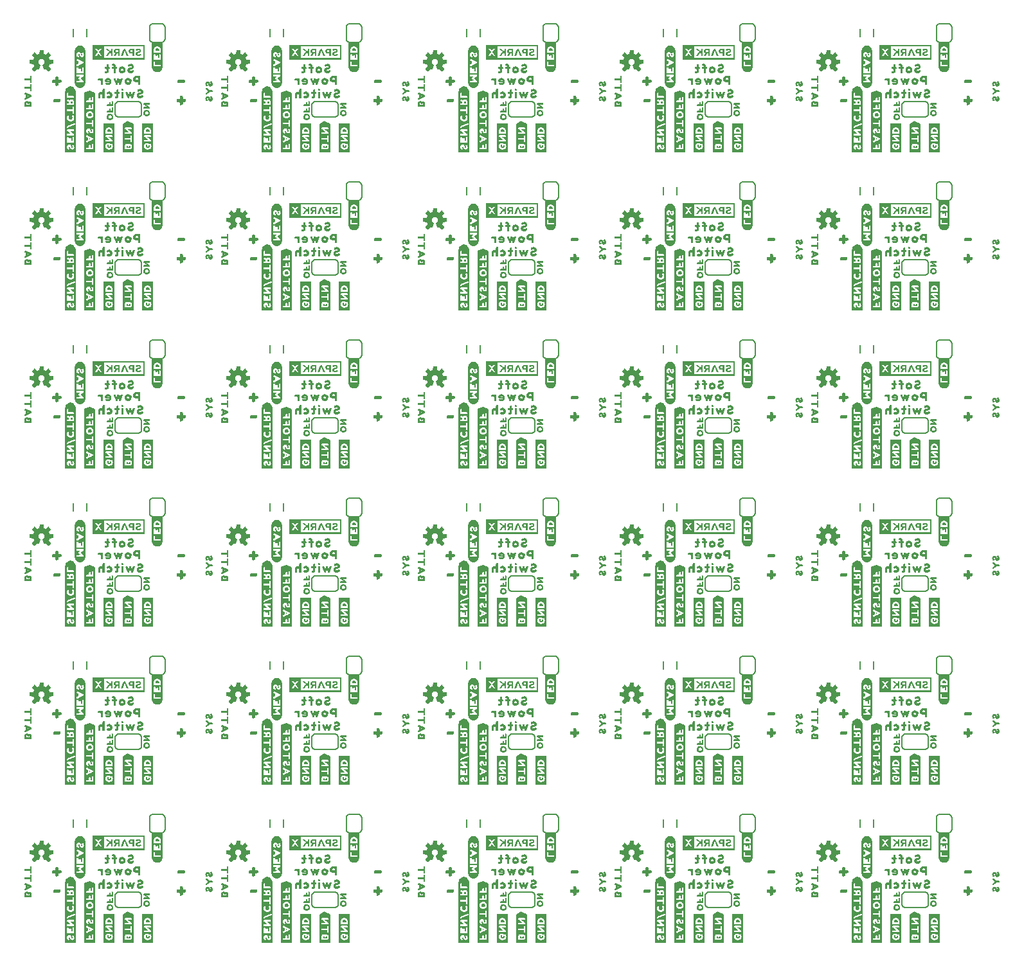
<source format=gbo>
G04 EAGLE Gerber RS-274X export*
G75*
%MOMM*%
%FSLAX34Y34*%
%LPD*%
%INSilkscreen Bottom*%
%IPPOS*%
%AMOC8*
5,1,8,0,0,1.08239X$1,22.5*%
G01*
%ADD10C,0.203200*%
%ADD11C,0.152400*%

G36*
X938577Y1184295D02*
X938577Y1184295D01*
X938572Y1184303D01*
X938579Y1184309D01*
X938579Y1203291D01*
X938543Y1203339D01*
X938536Y1203333D01*
X938530Y1203341D01*
X869950Y1203341D01*
X869903Y1203305D01*
X869908Y1203297D01*
X869901Y1203291D01*
X869901Y1184309D01*
X869937Y1184261D01*
X869944Y1184267D01*
X869950Y1184259D01*
X938530Y1184259D01*
X938577Y1184295D01*
G37*
G36*
X161337Y559455D02*
X161337Y559455D01*
X161332Y559463D01*
X161339Y559469D01*
X161339Y578451D01*
X161303Y578499D01*
X161296Y578493D01*
X161290Y578501D01*
X92710Y578501D01*
X92663Y578465D01*
X92668Y578457D01*
X92661Y578451D01*
X92661Y559469D01*
X92697Y559421D01*
X92704Y559427D01*
X92710Y559419D01*
X161290Y559419D01*
X161337Y559455D01*
G37*
G36*
X679497Y976015D02*
X679497Y976015D01*
X679492Y976023D01*
X679499Y976029D01*
X679499Y995011D01*
X679463Y995059D01*
X679456Y995053D01*
X679450Y995061D01*
X610870Y995061D01*
X610823Y995025D01*
X610828Y995017D01*
X610821Y995011D01*
X610821Y976029D01*
X610857Y975981D01*
X610864Y975987D01*
X610870Y975979D01*
X679450Y975979D01*
X679497Y976015D01*
G37*
G36*
X420417Y976015D02*
X420417Y976015D01*
X420412Y976023D01*
X420419Y976029D01*
X420419Y995011D01*
X420383Y995059D01*
X420376Y995053D01*
X420370Y995061D01*
X351790Y995061D01*
X351743Y995025D01*
X351748Y995017D01*
X351741Y995011D01*
X351741Y976029D01*
X351777Y975981D01*
X351784Y975987D01*
X351790Y975979D01*
X420370Y975979D01*
X420417Y976015D01*
G37*
G36*
X92697Y142861D02*
X92697Y142861D01*
X92704Y142867D01*
X92710Y142859D01*
X161290Y142859D01*
X161337Y142895D01*
X161332Y142903D01*
X161339Y142909D01*
X161339Y161891D01*
X161303Y161939D01*
X161296Y161933D01*
X161290Y161941D01*
X92710Y161941D01*
X92663Y161905D01*
X92668Y161897D01*
X92661Y161891D01*
X92661Y142909D01*
X92697Y142861D01*
G37*
G36*
X1197657Y1184295D02*
X1197657Y1184295D01*
X1197652Y1184303D01*
X1197659Y1184309D01*
X1197659Y1203291D01*
X1197623Y1203339D01*
X1197616Y1203333D01*
X1197610Y1203341D01*
X1129030Y1203341D01*
X1128983Y1203305D01*
X1128988Y1203297D01*
X1128981Y1203291D01*
X1128981Y1184309D01*
X1129017Y1184261D01*
X1129024Y1184267D01*
X1129030Y1184259D01*
X1197610Y1184259D01*
X1197657Y1184295D01*
G37*
G36*
X420417Y1184295D02*
X420417Y1184295D01*
X420412Y1184303D01*
X420419Y1184309D01*
X420419Y1203291D01*
X420383Y1203339D01*
X420376Y1203333D01*
X420370Y1203341D01*
X351790Y1203341D01*
X351743Y1203305D01*
X351748Y1203297D01*
X351741Y1203291D01*
X351741Y1184309D01*
X351777Y1184261D01*
X351784Y1184267D01*
X351790Y1184259D01*
X420370Y1184259D01*
X420417Y1184295D01*
G37*
G36*
X161337Y976015D02*
X161337Y976015D01*
X161332Y976023D01*
X161339Y976029D01*
X161339Y995011D01*
X161303Y995059D01*
X161296Y995053D01*
X161290Y995061D01*
X92710Y995061D01*
X92663Y995025D01*
X92668Y995017D01*
X92661Y995011D01*
X92661Y976029D01*
X92697Y975981D01*
X92704Y975987D01*
X92710Y975979D01*
X161290Y975979D01*
X161337Y976015D01*
G37*
G36*
X161337Y1184295D02*
X161337Y1184295D01*
X161332Y1184303D01*
X161339Y1184309D01*
X161339Y1203291D01*
X161303Y1203339D01*
X161296Y1203333D01*
X161290Y1203341D01*
X92710Y1203341D01*
X92663Y1203305D01*
X92668Y1203297D01*
X92661Y1203291D01*
X92661Y1184309D01*
X92697Y1184261D01*
X92704Y1184267D01*
X92710Y1184259D01*
X161290Y1184259D01*
X161337Y1184295D01*
G37*
G36*
X679497Y1184295D02*
X679497Y1184295D01*
X679492Y1184303D01*
X679499Y1184309D01*
X679499Y1203291D01*
X679463Y1203339D01*
X679456Y1203333D01*
X679450Y1203341D01*
X610870Y1203341D01*
X610823Y1203305D01*
X610828Y1203297D01*
X610821Y1203291D01*
X610821Y1184309D01*
X610857Y1184261D01*
X610864Y1184267D01*
X610870Y1184259D01*
X679450Y1184259D01*
X679497Y1184295D01*
G37*
G36*
X161337Y351175D02*
X161337Y351175D01*
X161332Y351183D01*
X161339Y351189D01*
X161339Y370171D01*
X161303Y370219D01*
X161296Y370213D01*
X161290Y370221D01*
X92710Y370221D01*
X92663Y370185D01*
X92668Y370177D01*
X92661Y370171D01*
X92661Y351189D01*
X92697Y351141D01*
X92704Y351147D01*
X92710Y351139D01*
X161290Y351139D01*
X161337Y351175D01*
G37*
G36*
X679497Y351175D02*
X679497Y351175D01*
X679492Y351183D01*
X679499Y351189D01*
X679499Y370171D01*
X679463Y370219D01*
X679456Y370213D01*
X679450Y370221D01*
X610870Y370221D01*
X610823Y370185D01*
X610828Y370177D01*
X610821Y370171D01*
X610821Y351189D01*
X610857Y351141D01*
X610864Y351147D01*
X610870Y351139D01*
X679450Y351139D01*
X679497Y351175D01*
G37*
G36*
X938577Y351175D02*
X938577Y351175D01*
X938572Y351183D01*
X938579Y351189D01*
X938579Y370171D01*
X938543Y370219D01*
X938536Y370213D01*
X938530Y370221D01*
X869950Y370221D01*
X869903Y370185D01*
X869908Y370177D01*
X869901Y370171D01*
X869901Y351189D01*
X869937Y351141D01*
X869944Y351147D01*
X869950Y351139D01*
X938530Y351139D01*
X938577Y351175D01*
G37*
G36*
X420417Y351175D02*
X420417Y351175D01*
X420412Y351183D01*
X420419Y351189D01*
X420419Y370171D01*
X420383Y370219D01*
X420376Y370213D01*
X420370Y370221D01*
X351790Y370221D01*
X351743Y370185D01*
X351748Y370177D01*
X351741Y370171D01*
X351741Y351189D01*
X351777Y351141D01*
X351784Y351147D01*
X351790Y351139D01*
X420370Y351139D01*
X420417Y351175D01*
G37*
G36*
X938577Y142895D02*
X938577Y142895D01*
X938572Y142903D01*
X938579Y142909D01*
X938579Y161891D01*
X938543Y161939D01*
X938536Y161933D01*
X938530Y161941D01*
X869950Y161941D01*
X869903Y161905D01*
X869908Y161897D01*
X869901Y161891D01*
X869901Y142909D01*
X869937Y142861D01*
X869944Y142867D01*
X869950Y142859D01*
X938530Y142859D01*
X938577Y142895D01*
G37*
G36*
X679497Y142895D02*
X679497Y142895D01*
X679492Y142903D01*
X679499Y142909D01*
X679499Y161891D01*
X679463Y161939D01*
X679456Y161933D01*
X679450Y161941D01*
X610870Y161941D01*
X610823Y161905D01*
X610828Y161897D01*
X610821Y161891D01*
X610821Y142909D01*
X610857Y142861D01*
X610864Y142867D01*
X610870Y142859D01*
X679450Y142859D01*
X679497Y142895D01*
G37*
G36*
X420417Y767735D02*
X420417Y767735D01*
X420412Y767743D01*
X420419Y767749D01*
X420419Y786731D01*
X420383Y786779D01*
X420376Y786773D01*
X420370Y786781D01*
X351790Y786781D01*
X351743Y786745D01*
X351748Y786737D01*
X351741Y786731D01*
X351741Y767749D01*
X351777Y767701D01*
X351784Y767707D01*
X351790Y767699D01*
X420370Y767699D01*
X420417Y767735D01*
G37*
G36*
X420417Y142895D02*
X420417Y142895D01*
X420412Y142903D01*
X420419Y142909D01*
X420419Y161891D01*
X420383Y161939D01*
X420376Y161933D01*
X420370Y161941D01*
X351790Y161941D01*
X351743Y161905D01*
X351748Y161897D01*
X351741Y161891D01*
X351741Y142909D01*
X351777Y142861D01*
X351784Y142867D01*
X351790Y142859D01*
X420370Y142859D01*
X420417Y142895D01*
G37*
G36*
X938577Y767735D02*
X938577Y767735D01*
X938572Y767743D01*
X938579Y767749D01*
X938579Y786731D01*
X938543Y786779D01*
X938536Y786773D01*
X938530Y786781D01*
X869950Y786781D01*
X869903Y786745D01*
X869908Y786737D01*
X869901Y786731D01*
X869901Y767749D01*
X869937Y767701D01*
X869944Y767707D01*
X869950Y767699D01*
X938530Y767699D01*
X938577Y767735D01*
G37*
G36*
X1197657Y142895D02*
X1197657Y142895D01*
X1197652Y142903D01*
X1197659Y142909D01*
X1197659Y161891D01*
X1197623Y161939D01*
X1197616Y161933D01*
X1197610Y161941D01*
X1129030Y161941D01*
X1128983Y161905D01*
X1128988Y161897D01*
X1128981Y161891D01*
X1128981Y142909D01*
X1129017Y142861D01*
X1129024Y142867D01*
X1129030Y142859D01*
X1197610Y142859D01*
X1197657Y142895D01*
G37*
G36*
X938577Y976015D02*
X938577Y976015D01*
X938572Y976023D01*
X938579Y976029D01*
X938579Y995011D01*
X938543Y995059D01*
X938536Y995053D01*
X938530Y995061D01*
X869950Y995061D01*
X869903Y995025D01*
X869908Y995017D01*
X869901Y995011D01*
X869901Y976029D01*
X869937Y975981D01*
X869944Y975987D01*
X869950Y975979D01*
X938530Y975979D01*
X938577Y976015D01*
G37*
G36*
X679497Y767735D02*
X679497Y767735D01*
X679492Y767743D01*
X679499Y767749D01*
X679499Y786731D01*
X679463Y786779D01*
X679456Y786773D01*
X679450Y786781D01*
X610870Y786781D01*
X610823Y786745D01*
X610828Y786737D01*
X610821Y786731D01*
X610821Y767749D01*
X610857Y767701D01*
X610864Y767707D01*
X610870Y767699D01*
X679450Y767699D01*
X679497Y767735D01*
G37*
G36*
X679497Y559455D02*
X679497Y559455D01*
X679492Y559463D01*
X679499Y559469D01*
X679499Y578451D01*
X679463Y578499D01*
X679456Y578493D01*
X679450Y578501D01*
X610870Y578501D01*
X610823Y578465D01*
X610828Y578457D01*
X610821Y578451D01*
X610821Y559469D01*
X610857Y559421D01*
X610864Y559427D01*
X610870Y559419D01*
X679450Y559419D01*
X679497Y559455D01*
G37*
G36*
X1197657Y767735D02*
X1197657Y767735D01*
X1197652Y767743D01*
X1197659Y767749D01*
X1197659Y786731D01*
X1197623Y786779D01*
X1197616Y786773D01*
X1197610Y786781D01*
X1129030Y786781D01*
X1128983Y786745D01*
X1128988Y786737D01*
X1128981Y786731D01*
X1128981Y767749D01*
X1129017Y767701D01*
X1129024Y767707D01*
X1129030Y767699D01*
X1197610Y767699D01*
X1197657Y767735D01*
G37*
G36*
X161337Y767735D02*
X161337Y767735D01*
X161332Y767743D01*
X161339Y767749D01*
X161339Y786731D01*
X161303Y786779D01*
X161296Y786773D01*
X161290Y786781D01*
X92710Y786781D01*
X92663Y786745D01*
X92668Y786737D01*
X92661Y786731D01*
X92661Y767749D01*
X92697Y767701D01*
X92704Y767707D01*
X92710Y767699D01*
X161290Y767699D01*
X161337Y767735D01*
G37*
G36*
X1197657Y351175D02*
X1197657Y351175D01*
X1197652Y351183D01*
X1197659Y351189D01*
X1197659Y370171D01*
X1197623Y370219D01*
X1197616Y370213D01*
X1197610Y370221D01*
X1129030Y370221D01*
X1128983Y370185D01*
X1128988Y370177D01*
X1128981Y370171D01*
X1128981Y351189D01*
X1129017Y351141D01*
X1129024Y351147D01*
X1129030Y351139D01*
X1197610Y351139D01*
X1197657Y351175D01*
G37*
G36*
X1197657Y976015D02*
X1197657Y976015D01*
X1197652Y976023D01*
X1197659Y976029D01*
X1197659Y995011D01*
X1197623Y995059D01*
X1197616Y995053D01*
X1197610Y995061D01*
X1129030Y995061D01*
X1128983Y995025D01*
X1128988Y995017D01*
X1128981Y995011D01*
X1128981Y976029D01*
X1129017Y975981D01*
X1129024Y975987D01*
X1129030Y975979D01*
X1197610Y975979D01*
X1197657Y976015D01*
G37*
G36*
X1197657Y559455D02*
X1197657Y559455D01*
X1197652Y559463D01*
X1197659Y559469D01*
X1197659Y578451D01*
X1197623Y578499D01*
X1197616Y578493D01*
X1197610Y578501D01*
X1129030Y578501D01*
X1128983Y578465D01*
X1128988Y578457D01*
X1128981Y578451D01*
X1128981Y559469D01*
X1129017Y559421D01*
X1129024Y559427D01*
X1129030Y559419D01*
X1197610Y559419D01*
X1197657Y559455D01*
G37*
G36*
X938577Y559455D02*
X938577Y559455D01*
X938572Y559463D01*
X938579Y559469D01*
X938579Y578451D01*
X938543Y578499D01*
X938536Y578493D01*
X938530Y578501D01*
X869950Y578501D01*
X869903Y578465D01*
X869908Y578457D01*
X869901Y578451D01*
X869901Y559469D01*
X869937Y559421D01*
X869944Y559427D01*
X869950Y559419D01*
X938530Y559419D01*
X938577Y559455D01*
G37*
G36*
X420417Y559455D02*
X420417Y559455D01*
X420412Y559463D01*
X420419Y559469D01*
X420419Y578451D01*
X420383Y578499D01*
X420376Y578493D01*
X420370Y578501D01*
X351790Y578501D01*
X351743Y578465D01*
X351748Y578457D01*
X351741Y578451D01*
X351741Y559469D01*
X351777Y559421D01*
X351784Y559427D01*
X351790Y559419D01*
X420370Y559419D01*
X420417Y559455D01*
G37*
G36*
X328998Y228674D02*
X328998Y228674D01*
X329010Y228671D01*
X329410Y228971D01*
X329414Y228987D01*
X329421Y228992D01*
X329417Y228998D01*
X329419Y229002D01*
X329429Y229010D01*
X329429Y232010D01*
X329411Y232034D01*
X329412Y232047D01*
X329386Y232070D01*
X329407Y232069D01*
X329409Y232095D01*
X329429Y232110D01*
X329429Y309310D01*
X329426Y309315D01*
X329429Y309318D01*
X329329Y309918D01*
X329229Y310617D01*
X329224Y310622D01*
X329227Y310626D01*
X329027Y311226D01*
X329024Y311227D01*
X329025Y311229D01*
X328725Y311929D01*
X328723Y311931D01*
X328724Y311932D01*
X328424Y312532D01*
X328417Y312535D01*
X328418Y312541D01*
X327618Y313541D01*
X327614Y313542D01*
X327615Y313545D01*
X327115Y314045D01*
X327111Y314045D01*
X327111Y314048D01*
X326611Y314448D01*
X326607Y314449D01*
X326607Y314451D01*
X326007Y314851D01*
X326003Y314851D01*
X326002Y314854D01*
X324802Y315454D01*
X324791Y315452D01*
X324787Y315459D01*
X324090Y315558D01*
X323394Y315757D01*
X323384Y315754D01*
X323380Y315759D01*
X322080Y315759D01*
X322076Y315756D01*
X322073Y315759D01*
X321373Y315659D01*
X321372Y315658D01*
X321372Y315659D01*
X320772Y315559D01*
X320766Y315552D01*
X320761Y315555D01*
X320062Y315256D01*
X319464Y315057D01*
X319459Y315049D01*
X319453Y315051D01*
X318853Y314651D01*
X318852Y314648D01*
X318849Y314648D01*
X317849Y313848D01*
X317848Y313844D01*
X317845Y313845D01*
X317345Y313345D01*
X317344Y313338D01*
X317339Y313337D01*
X316940Y312739D01*
X316542Y312241D01*
X316541Y312228D01*
X316533Y312226D01*
X316334Y311628D01*
X316035Y310929D01*
X316036Y310924D01*
X316032Y310922D01*
X316034Y310919D01*
X316031Y310918D01*
X315931Y310318D01*
X315932Y310317D01*
X315931Y310317D01*
X315731Y308917D01*
X315734Y308912D01*
X315731Y308910D01*
X315731Y229010D01*
X315750Y228984D01*
X315750Y228971D01*
X316150Y228671D01*
X316172Y228671D01*
X316180Y228661D01*
X328980Y228661D01*
X328998Y228674D01*
G37*
G36*
X69918Y228674D02*
X69918Y228674D01*
X69930Y228671D01*
X70330Y228971D01*
X70334Y228987D01*
X70341Y228992D01*
X70337Y228998D01*
X70339Y229002D01*
X70349Y229010D01*
X70349Y232010D01*
X70331Y232034D01*
X70332Y232047D01*
X70306Y232070D01*
X70327Y232069D01*
X70329Y232095D01*
X70349Y232110D01*
X70349Y309310D01*
X70346Y309315D01*
X70349Y309318D01*
X70249Y309918D01*
X70149Y310617D01*
X70144Y310622D01*
X70147Y310626D01*
X69947Y311226D01*
X69944Y311227D01*
X69945Y311229D01*
X69645Y311929D01*
X69643Y311931D01*
X69644Y311932D01*
X69344Y312532D01*
X69337Y312535D01*
X69338Y312541D01*
X68538Y313541D01*
X68534Y313542D01*
X68535Y313545D01*
X68035Y314045D01*
X68031Y314045D01*
X68031Y314048D01*
X67531Y314448D01*
X67527Y314449D01*
X67527Y314451D01*
X66927Y314851D01*
X66923Y314851D01*
X66922Y314854D01*
X65722Y315454D01*
X65711Y315452D01*
X65707Y315459D01*
X65010Y315558D01*
X64314Y315757D01*
X64304Y315754D01*
X64300Y315759D01*
X63000Y315759D01*
X62996Y315756D01*
X62993Y315759D01*
X62293Y315659D01*
X62292Y315658D01*
X62292Y315659D01*
X61692Y315559D01*
X61686Y315552D01*
X61681Y315555D01*
X60982Y315256D01*
X60384Y315057D01*
X60379Y315049D01*
X60373Y315051D01*
X59773Y314651D01*
X59772Y314648D01*
X59769Y314648D01*
X58769Y313848D01*
X58768Y313844D01*
X58765Y313845D01*
X58265Y313345D01*
X58264Y313338D01*
X58259Y313337D01*
X57860Y312739D01*
X57462Y312241D01*
X57461Y312228D01*
X57453Y312226D01*
X57254Y311628D01*
X56955Y310929D01*
X56956Y310924D01*
X56952Y310922D01*
X56954Y310919D01*
X56951Y310918D01*
X56851Y310318D01*
X56852Y310317D01*
X56851Y310317D01*
X56651Y308917D01*
X56654Y308912D01*
X56651Y308910D01*
X56651Y229010D01*
X56670Y228984D01*
X56670Y228971D01*
X57070Y228671D01*
X57092Y228671D01*
X57100Y228661D01*
X69900Y228661D01*
X69918Y228674D01*
G37*
G36*
X847158Y228674D02*
X847158Y228674D01*
X847170Y228671D01*
X847570Y228971D01*
X847574Y228987D01*
X847581Y228992D01*
X847577Y228998D01*
X847579Y229002D01*
X847589Y229010D01*
X847589Y232010D01*
X847571Y232034D01*
X847572Y232047D01*
X847546Y232070D01*
X847567Y232069D01*
X847569Y232095D01*
X847589Y232110D01*
X847589Y309310D01*
X847586Y309315D01*
X847589Y309318D01*
X847489Y309918D01*
X847389Y310617D01*
X847384Y310622D01*
X847387Y310626D01*
X847187Y311226D01*
X847184Y311227D01*
X847185Y311229D01*
X846885Y311929D01*
X846883Y311931D01*
X846884Y311932D01*
X846584Y312532D01*
X846577Y312535D01*
X846578Y312541D01*
X845778Y313541D01*
X845774Y313542D01*
X845775Y313545D01*
X845275Y314045D01*
X845271Y314045D01*
X845271Y314048D01*
X844771Y314448D01*
X844767Y314449D01*
X844767Y314451D01*
X844167Y314851D01*
X844163Y314851D01*
X844162Y314854D01*
X842962Y315454D01*
X842951Y315452D01*
X842947Y315459D01*
X842250Y315558D01*
X841554Y315757D01*
X841544Y315754D01*
X841540Y315759D01*
X840240Y315759D01*
X840236Y315756D01*
X840233Y315759D01*
X839533Y315659D01*
X839532Y315658D01*
X839532Y315659D01*
X838932Y315559D01*
X838926Y315552D01*
X838921Y315555D01*
X838222Y315256D01*
X837624Y315057D01*
X837619Y315049D01*
X837613Y315051D01*
X837013Y314651D01*
X837012Y314648D01*
X837009Y314648D01*
X836009Y313848D01*
X836008Y313844D01*
X836005Y313845D01*
X835505Y313345D01*
X835504Y313338D01*
X835499Y313337D01*
X835100Y312739D01*
X834702Y312241D01*
X834701Y312228D01*
X834693Y312226D01*
X834494Y311628D01*
X834195Y310929D01*
X834196Y310924D01*
X834192Y310922D01*
X834194Y310919D01*
X834191Y310918D01*
X834091Y310318D01*
X834092Y310317D01*
X834091Y310317D01*
X833891Y308917D01*
X833894Y308912D01*
X833891Y308910D01*
X833891Y229010D01*
X833910Y228984D01*
X833910Y228971D01*
X834310Y228671D01*
X834332Y228671D01*
X834340Y228661D01*
X847140Y228661D01*
X847158Y228674D01*
G37*
G36*
X588078Y228674D02*
X588078Y228674D01*
X588090Y228671D01*
X588490Y228971D01*
X588494Y228987D01*
X588501Y228992D01*
X588497Y228998D01*
X588499Y229002D01*
X588509Y229010D01*
X588509Y232010D01*
X588491Y232034D01*
X588492Y232047D01*
X588466Y232070D01*
X588487Y232069D01*
X588489Y232095D01*
X588509Y232110D01*
X588509Y309310D01*
X588506Y309315D01*
X588509Y309318D01*
X588409Y309918D01*
X588309Y310617D01*
X588304Y310622D01*
X588307Y310626D01*
X588107Y311226D01*
X588104Y311227D01*
X588105Y311229D01*
X587805Y311929D01*
X587803Y311931D01*
X587804Y311932D01*
X587504Y312532D01*
X587497Y312535D01*
X587498Y312541D01*
X586698Y313541D01*
X586694Y313542D01*
X586695Y313545D01*
X586195Y314045D01*
X586191Y314045D01*
X586191Y314048D01*
X585691Y314448D01*
X585687Y314449D01*
X585687Y314451D01*
X585087Y314851D01*
X585083Y314851D01*
X585082Y314854D01*
X583882Y315454D01*
X583871Y315452D01*
X583867Y315459D01*
X583170Y315558D01*
X582474Y315757D01*
X582464Y315754D01*
X582460Y315759D01*
X581160Y315759D01*
X581156Y315756D01*
X581153Y315759D01*
X580453Y315659D01*
X580452Y315658D01*
X580452Y315659D01*
X579852Y315559D01*
X579846Y315552D01*
X579841Y315555D01*
X579142Y315256D01*
X578544Y315057D01*
X578539Y315049D01*
X578533Y315051D01*
X577933Y314651D01*
X577932Y314648D01*
X577929Y314648D01*
X576929Y313848D01*
X576928Y313844D01*
X576925Y313845D01*
X576425Y313345D01*
X576424Y313338D01*
X576419Y313337D01*
X576020Y312739D01*
X575622Y312241D01*
X575621Y312228D01*
X575613Y312226D01*
X575414Y311628D01*
X575115Y310929D01*
X575116Y310924D01*
X575112Y310922D01*
X575114Y310919D01*
X575111Y310918D01*
X575011Y310318D01*
X575012Y310317D01*
X575011Y310317D01*
X574811Y308917D01*
X574814Y308912D01*
X574811Y308910D01*
X574811Y229010D01*
X574830Y228984D01*
X574830Y228971D01*
X575230Y228671D01*
X575252Y228671D01*
X575260Y228661D01*
X588060Y228661D01*
X588078Y228674D01*
G37*
G36*
X1106238Y228674D02*
X1106238Y228674D01*
X1106250Y228671D01*
X1106650Y228971D01*
X1106654Y228987D01*
X1106661Y228992D01*
X1106657Y228998D01*
X1106659Y229002D01*
X1106669Y229010D01*
X1106669Y232010D01*
X1106651Y232034D01*
X1106652Y232047D01*
X1106626Y232070D01*
X1106647Y232069D01*
X1106649Y232095D01*
X1106669Y232110D01*
X1106669Y309310D01*
X1106666Y309315D01*
X1106669Y309318D01*
X1106569Y309918D01*
X1106469Y310617D01*
X1106464Y310622D01*
X1106467Y310626D01*
X1106267Y311226D01*
X1106264Y311227D01*
X1106265Y311229D01*
X1105965Y311929D01*
X1105963Y311931D01*
X1105964Y311932D01*
X1105664Y312532D01*
X1105657Y312535D01*
X1105658Y312541D01*
X1104858Y313541D01*
X1104854Y313542D01*
X1104855Y313545D01*
X1104355Y314045D01*
X1104351Y314045D01*
X1104351Y314048D01*
X1103851Y314448D01*
X1103847Y314449D01*
X1103847Y314451D01*
X1103247Y314851D01*
X1103243Y314851D01*
X1103242Y314854D01*
X1102042Y315454D01*
X1102031Y315452D01*
X1102027Y315459D01*
X1101330Y315558D01*
X1100634Y315757D01*
X1100624Y315754D01*
X1100620Y315759D01*
X1099320Y315759D01*
X1099316Y315756D01*
X1099313Y315759D01*
X1098613Y315659D01*
X1098612Y315658D01*
X1098612Y315659D01*
X1098012Y315559D01*
X1098006Y315552D01*
X1098001Y315555D01*
X1097302Y315256D01*
X1096704Y315057D01*
X1096699Y315049D01*
X1096693Y315051D01*
X1096093Y314651D01*
X1096092Y314648D01*
X1096089Y314648D01*
X1095089Y313848D01*
X1095088Y313844D01*
X1095085Y313845D01*
X1094585Y313345D01*
X1094584Y313338D01*
X1094579Y313337D01*
X1094180Y312739D01*
X1093782Y312241D01*
X1093781Y312228D01*
X1093773Y312226D01*
X1093574Y311628D01*
X1093275Y310929D01*
X1093276Y310924D01*
X1093272Y310922D01*
X1093274Y310919D01*
X1093271Y310918D01*
X1093171Y310318D01*
X1093172Y310317D01*
X1093171Y310317D01*
X1092971Y308917D01*
X1092974Y308912D01*
X1092971Y308910D01*
X1092971Y229010D01*
X1092990Y228984D01*
X1092990Y228971D01*
X1093390Y228671D01*
X1093412Y228671D01*
X1093420Y228661D01*
X1106220Y228661D01*
X1106238Y228674D01*
G37*
G36*
X847158Y436954D02*
X847158Y436954D01*
X847170Y436951D01*
X847570Y437251D01*
X847574Y437267D01*
X847581Y437272D01*
X847577Y437278D01*
X847579Y437282D01*
X847589Y437290D01*
X847589Y440290D01*
X847571Y440314D01*
X847572Y440327D01*
X847546Y440350D01*
X847567Y440349D01*
X847569Y440375D01*
X847589Y440390D01*
X847589Y517590D01*
X847586Y517595D01*
X847589Y517598D01*
X847489Y518198D01*
X847389Y518897D01*
X847384Y518902D01*
X847387Y518906D01*
X847187Y519506D01*
X847184Y519507D01*
X847185Y519509D01*
X846885Y520209D01*
X846883Y520211D01*
X846884Y520212D01*
X846584Y520812D01*
X846577Y520815D01*
X846578Y520821D01*
X845778Y521821D01*
X845774Y521822D01*
X845775Y521825D01*
X845275Y522325D01*
X845271Y522325D01*
X845271Y522328D01*
X844771Y522728D01*
X844767Y522729D01*
X844767Y522731D01*
X844167Y523131D01*
X844163Y523131D01*
X844162Y523134D01*
X842962Y523734D01*
X842951Y523732D01*
X842947Y523739D01*
X842250Y523838D01*
X841554Y524037D01*
X841544Y524034D01*
X841540Y524039D01*
X840240Y524039D01*
X840236Y524036D01*
X840233Y524039D01*
X839533Y523939D01*
X839532Y523938D01*
X839532Y523939D01*
X838932Y523839D01*
X838926Y523832D01*
X838921Y523835D01*
X838222Y523536D01*
X837624Y523337D01*
X837619Y523329D01*
X837613Y523331D01*
X837013Y522931D01*
X837012Y522928D01*
X837009Y522928D01*
X836009Y522128D01*
X836008Y522124D01*
X836005Y522125D01*
X835505Y521625D01*
X835504Y521618D01*
X835499Y521617D01*
X835100Y521019D01*
X834702Y520521D01*
X834701Y520508D01*
X834693Y520506D01*
X834494Y519908D01*
X834195Y519209D01*
X834196Y519204D01*
X834192Y519202D01*
X834194Y519199D01*
X834191Y519198D01*
X834091Y518598D01*
X834092Y518597D01*
X834091Y518597D01*
X833891Y517197D01*
X833894Y517192D01*
X833891Y517190D01*
X833891Y437290D01*
X833910Y437264D01*
X833910Y437251D01*
X834310Y436951D01*
X834332Y436951D01*
X834340Y436941D01*
X847140Y436941D01*
X847158Y436954D01*
G37*
G36*
X69918Y853514D02*
X69918Y853514D01*
X69930Y853511D01*
X70330Y853811D01*
X70334Y853827D01*
X70341Y853832D01*
X70337Y853838D01*
X70339Y853842D01*
X70349Y853850D01*
X70349Y856850D01*
X70331Y856874D01*
X70332Y856887D01*
X70306Y856910D01*
X70327Y856909D01*
X70329Y856935D01*
X70349Y856950D01*
X70349Y934150D01*
X70346Y934155D01*
X70349Y934158D01*
X70249Y934758D01*
X70149Y935457D01*
X70144Y935462D01*
X70147Y935466D01*
X69947Y936066D01*
X69944Y936067D01*
X69945Y936069D01*
X69645Y936769D01*
X69643Y936771D01*
X69644Y936772D01*
X69344Y937372D01*
X69337Y937375D01*
X69338Y937381D01*
X68538Y938381D01*
X68534Y938382D01*
X68535Y938385D01*
X68035Y938885D01*
X68031Y938885D01*
X68031Y938888D01*
X67531Y939288D01*
X67527Y939289D01*
X67527Y939291D01*
X66927Y939691D01*
X66923Y939691D01*
X66922Y939694D01*
X65722Y940294D01*
X65711Y940292D01*
X65707Y940299D01*
X65010Y940398D01*
X64314Y940597D01*
X64304Y940594D01*
X64300Y940599D01*
X63000Y940599D01*
X62996Y940596D01*
X62993Y940599D01*
X62293Y940499D01*
X62292Y940498D01*
X62292Y940499D01*
X61692Y940399D01*
X61686Y940392D01*
X61681Y940395D01*
X60982Y940096D01*
X60384Y939897D01*
X60379Y939889D01*
X60373Y939891D01*
X59773Y939491D01*
X59772Y939488D01*
X59769Y939488D01*
X58769Y938688D01*
X58768Y938684D01*
X58765Y938685D01*
X58265Y938185D01*
X58264Y938178D01*
X58259Y938177D01*
X57860Y937579D01*
X57462Y937081D01*
X57461Y937068D01*
X57453Y937066D01*
X57254Y936468D01*
X56955Y935769D01*
X56956Y935764D01*
X56952Y935762D01*
X56954Y935759D01*
X56951Y935758D01*
X56851Y935158D01*
X56852Y935157D01*
X56851Y935157D01*
X56651Y933757D01*
X56654Y933752D01*
X56651Y933750D01*
X56651Y853850D01*
X56670Y853824D01*
X56670Y853811D01*
X57070Y853511D01*
X57092Y853511D01*
X57100Y853501D01*
X69900Y853501D01*
X69918Y853514D01*
G37*
G36*
X328998Y20394D02*
X328998Y20394D01*
X329010Y20391D01*
X329410Y20691D01*
X329414Y20707D01*
X329421Y20712D01*
X329417Y20718D01*
X329419Y20722D01*
X329429Y20730D01*
X329429Y23730D01*
X329411Y23754D01*
X329412Y23767D01*
X329386Y23790D01*
X329407Y23789D01*
X329409Y23815D01*
X329429Y23830D01*
X329429Y101030D01*
X329426Y101035D01*
X329429Y101038D01*
X329329Y101638D01*
X329229Y102337D01*
X329224Y102342D01*
X329227Y102346D01*
X329027Y102946D01*
X329024Y102947D01*
X329025Y102949D01*
X328725Y103649D01*
X328723Y103651D01*
X328724Y103652D01*
X328424Y104252D01*
X328417Y104255D01*
X328418Y104261D01*
X327618Y105261D01*
X327614Y105262D01*
X327615Y105265D01*
X327115Y105765D01*
X327111Y105765D01*
X327111Y105768D01*
X326611Y106168D01*
X326607Y106169D01*
X326607Y106171D01*
X326007Y106571D01*
X326003Y106571D01*
X326002Y106574D01*
X324802Y107174D01*
X324791Y107172D01*
X324787Y107179D01*
X324090Y107278D01*
X323394Y107477D01*
X323384Y107474D01*
X323380Y107479D01*
X322080Y107479D01*
X322076Y107476D01*
X322073Y107479D01*
X321373Y107379D01*
X321372Y107378D01*
X321372Y107379D01*
X320772Y107279D01*
X320766Y107272D01*
X320761Y107275D01*
X320062Y106976D01*
X319464Y106777D01*
X319459Y106769D01*
X319453Y106771D01*
X318853Y106371D01*
X318852Y106368D01*
X318849Y106368D01*
X317849Y105568D01*
X317848Y105564D01*
X317845Y105565D01*
X317345Y105065D01*
X317344Y105058D01*
X317339Y105057D01*
X316940Y104459D01*
X316542Y103961D01*
X316541Y103948D01*
X316533Y103946D01*
X316334Y103348D01*
X316035Y102649D01*
X316036Y102644D01*
X316032Y102642D01*
X316034Y102639D01*
X316031Y102638D01*
X315931Y102038D01*
X315932Y102037D01*
X315931Y102037D01*
X315731Y100637D01*
X315734Y100632D01*
X315731Y100630D01*
X315731Y20730D01*
X315750Y20704D01*
X315750Y20691D01*
X316150Y20391D01*
X316172Y20391D01*
X316180Y20381D01*
X328980Y20381D01*
X328998Y20394D01*
G37*
G36*
X69918Y436954D02*
X69918Y436954D01*
X69930Y436951D01*
X70330Y437251D01*
X70334Y437267D01*
X70341Y437272D01*
X70337Y437278D01*
X70339Y437282D01*
X70349Y437290D01*
X70349Y440290D01*
X70331Y440314D01*
X70332Y440327D01*
X70306Y440350D01*
X70327Y440349D01*
X70329Y440375D01*
X70349Y440390D01*
X70349Y517590D01*
X70346Y517595D01*
X70349Y517598D01*
X70249Y518198D01*
X70149Y518897D01*
X70144Y518902D01*
X70147Y518906D01*
X69947Y519506D01*
X69944Y519507D01*
X69945Y519509D01*
X69645Y520209D01*
X69643Y520211D01*
X69644Y520212D01*
X69344Y520812D01*
X69337Y520815D01*
X69338Y520821D01*
X68538Y521821D01*
X68534Y521822D01*
X68535Y521825D01*
X68035Y522325D01*
X68031Y522325D01*
X68031Y522328D01*
X67531Y522728D01*
X67527Y522729D01*
X67527Y522731D01*
X66927Y523131D01*
X66923Y523131D01*
X66922Y523134D01*
X65722Y523734D01*
X65711Y523732D01*
X65707Y523739D01*
X65010Y523838D01*
X64314Y524037D01*
X64304Y524034D01*
X64300Y524039D01*
X63000Y524039D01*
X62996Y524036D01*
X62993Y524039D01*
X62293Y523939D01*
X62292Y523938D01*
X62292Y523939D01*
X61692Y523839D01*
X61686Y523832D01*
X61681Y523835D01*
X60982Y523536D01*
X60384Y523337D01*
X60379Y523329D01*
X60373Y523331D01*
X59773Y522931D01*
X59772Y522928D01*
X59769Y522928D01*
X58769Y522128D01*
X58768Y522124D01*
X58765Y522125D01*
X58265Y521625D01*
X58264Y521618D01*
X58259Y521617D01*
X57860Y521019D01*
X57462Y520521D01*
X57461Y520508D01*
X57453Y520506D01*
X57254Y519908D01*
X56955Y519209D01*
X56956Y519204D01*
X56952Y519202D01*
X56954Y519199D01*
X56951Y519198D01*
X56851Y518598D01*
X56852Y518597D01*
X56851Y518597D01*
X56651Y517197D01*
X56654Y517192D01*
X56651Y517190D01*
X56651Y437290D01*
X56670Y437264D01*
X56670Y437251D01*
X57070Y436951D01*
X57092Y436951D01*
X57100Y436941D01*
X69900Y436941D01*
X69918Y436954D01*
G37*
G36*
X847158Y853514D02*
X847158Y853514D01*
X847170Y853511D01*
X847570Y853811D01*
X847574Y853827D01*
X847581Y853832D01*
X847577Y853838D01*
X847579Y853842D01*
X847589Y853850D01*
X847589Y856850D01*
X847571Y856874D01*
X847572Y856887D01*
X847546Y856910D01*
X847567Y856909D01*
X847569Y856935D01*
X847589Y856950D01*
X847589Y934150D01*
X847586Y934155D01*
X847589Y934158D01*
X847489Y934758D01*
X847389Y935457D01*
X847384Y935462D01*
X847387Y935466D01*
X847187Y936066D01*
X847184Y936067D01*
X847185Y936069D01*
X846885Y936769D01*
X846883Y936771D01*
X846884Y936772D01*
X846584Y937372D01*
X846577Y937375D01*
X846578Y937381D01*
X845778Y938381D01*
X845774Y938382D01*
X845775Y938385D01*
X845275Y938885D01*
X845271Y938885D01*
X845271Y938888D01*
X844771Y939288D01*
X844767Y939289D01*
X844767Y939291D01*
X844167Y939691D01*
X844163Y939691D01*
X844162Y939694D01*
X842962Y940294D01*
X842951Y940292D01*
X842947Y940299D01*
X842250Y940398D01*
X841554Y940597D01*
X841544Y940594D01*
X841540Y940599D01*
X840240Y940599D01*
X840236Y940596D01*
X840233Y940599D01*
X839533Y940499D01*
X839532Y940498D01*
X839532Y940499D01*
X838932Y940399D01*
X838926Y940392D01*
X838921Y940395D01*
X838222Y940096D01*
X837624Y939897D01*
X837619Y939889D01*
X837613Y939891D01*
X837013Y939491D01*
X837012Y939488D01*
X837009Y939488D01*
X836009Y938688D01*
X836008Y938684D01*
X836005Y938685D01*
X835505Y938185D01*
X835504Y938178D01*
X835499Y938177D01*
X835100Y937579D01*
X834702Y937081D01*
X834701Y937068D01*
X834693Y937066D01*
X834494Y936468D01*
X834195Y935769D01*
X834196Y935764D01*
X834192Y935762D01*
X834194Y935759D01*
X834191Y935758D01*
X834091Y935158D01*
X834092Y935157D01*
X834091Y935157D01*
X833891Y933757D01*
X833894Y933752D01*
X833891Y933750D01*
X833891Y853850D01*
X833910Y853824D01*
X833910Y853811D01*
X834310Y853511D01*
X834332Y853511D01*
X834340Y853501D01*
X847140Y853501D01*
X847158Y853514D01*
G37*
G36*
X588078Y853514D02*
X588078Y853514D01*
X588090Y853511D01*
X588490Y853811D01*
X588494Y853827D01*
X588501Y853832D01*
X588497Y853838D01*
X588499Y853842D01*
X588509Y853850D01*
X588509Y856850D01*
X588491Y856874D01*
X588492Y856887D01*
X588466Y856910D01*
X588487Y856909D01*
X588489Y856935D01*
X588509Y856950D01*
X588509Y934150D01*
X588506Y934155D01*
X588509Y934158D01*
X588409Y934758D01*
X588309Y935457D01*
X588304Y935462D01*
X588307Y935466D01*
X588107Y936066D01*
X588104Y936067D01*
X588105Y936069D01*
X587805Y936769D01*
X587803Y936771D01*
X587804Y936772D01*
X587504Y937372D01*
X587497Y937375D01*
X587498Y937381D01*
X586698Y938381D01*
X586694Y938382D01*
X586695Y938385D01*
X586195Y938885D01*
X586191Y938885D01*
X586191Y938888D01*
X585691Y939288D01*
X585687Y939289D01*
X585687Y939291D01*
X585087Y939691D01*
X585083Y939691D01*
X585082Y939694D01*
X583882Y940294D01*
X583871Y940292D01*
X583867Y940299D01*
X583170Y940398D01*
X582474Y940597D01*
X582464Y940594D01*
X582460Y940599D01*
X581160Y940599D01*
X581156Y940596D01*
X581153Y940599D01*
X580453Y940499D01*
X580452Y940498D01*
X580452Y940499D01*
X579852Y940399D01*
X579846Y940392D01*
X579841Y940395D01*
X579142Y940096D01*
X578544Y939897D01*
X578539Y939889D01*
X578533Y939891D01*
X577933Y939491D01*
X577932Y939488D01*
X577929Y939488D01*
X576929Y938688D01*
X576928Y938684D01*
X576925Y938685D01*
X576425Y938185D01*
X576424Y938178D01*
X576419Y938177D01*
X576020Y937579D01*
X575622Y937081D01*
X575621Y937068D01*
X575613Y937066D01*
X575414Y936468D01*
X575115Y935769D01*
X575116Y935764D01*
X575112Y935762D01*
X575114Y935759D01*
X575111Y935758D01*
X575011Y935158D01*
X575012Y935157D01*
X575011Y935157D01*
X574811Y933757D01*
X574814Y933752D01*
X574811Y933750D01*
X574811Y853850D01*
X574830Y853824D01*
X574830Y853811D01*
X575230Y853511D01*
X575252Y853511D01*
X575260Y853501D01*
X588060Y853501D01*
X588078Y853514D01*
G37*
G36*
X328998Y853514D02*
X328998Y853514D01*
X329010Y853511D01*
X329410Y853811D01*
X329414Y853827D01*
X329421Y853832D01*
X329417Y853838D01*
X329419Y853842D01*
X329429Y853850D01*
X329429Y856850D01*
X329411Y856874D01*
X329412Y856887D01*
X329386Y856910D01*
X329407Y856909D01*
X329409Y856935D01*
X329429Y856950D01*
X329429Y934150D01*
X329426Y934155D01*
X329429Y934158D01*
X329329Y934758D01*
X329229Y935457D01*
X329224Y935462D01*
X329227Y935466D01*
X329027Y936066D01*
X329024Y936067D01*
X329025Y936069D01*
X328725Y936769D01*
X328723Y936771D01*
X328724Y936772D01*
X328424Y937372D01*
X328417Y937375D01*
X328418Y937381D01*
X327618Y938381D01*
X327614Y938382D01*
X327615Y938385D01*
X327115Y938885D01*
X327111Y938885D01*
X327111Y938888D01*
X326611Y939288D01*
X326607Y939289D01*
X326607Y939291D01*
X326007Y939691D01*
X326003Y939691D01*
X326002Y939694D01*
X324802Y940294D01*
X324791Y940292D01*
X324787Y940299D01*
X324090Y940398D01*
X323394Y940597D01*
X323384Y940594D01*
X323380Y940599D01*
X322080Y940599D01*
X322076Y940596D01*
X322073Y940599D01*
X321373Y940499D01*
X321372Y940498D01*
X321372Y940499D01*
X320772Y940399D01*
X320766Y940392D01*
X320761Y940395D01*
X320062Y940096D01*
X319464Y939897D01*
X319459Y939889D01*
X319453Y939891D01*
X318853Y939491D01*
X318852Y939488D01*
X318849Y939488D01*
X317849Y938688D01*
X317848Y938684D01*
X317845Y938685D01*
X317345Y938185D01*
X317344Y938178D01*
X317339Y938177D01*
X316940Y937579D01*
X316542Y937081D01*
X316541Y937068D01*
X316533Y937066D01*
X316334Y936468D01*
X316035Y935769D01*
X316036Y935764D01*
X316032Y935762D01*
X316034Y935759D01*
X316031Y935758D01*
X315931Y935158D01*
X315932Y935157D01*
X315931Y935157D01*
X315731Y933757D01*
X315734Y933752D01*
X315731Y933750D01*
X315731Y853850D01*
X315750Y853824D01*
X315750Y853811D01*
X316150Y853511D01*
X316172Y853511D01*
X316180Y853501D01*
X328980Y853501D01*
X328998Y853514D01*
G37*
G36*
X1106238Y853514D02*
X1106238Y853514D01*
X1106250Y853511D01*
X1106650Y853811D01*
X1106654Y853827D01*
X1106661Y853832D01*
X1106657Y853838D01*
X1106659Y853842D01*
X1106669Y853850D01*
X1106669Y856850D01*
X1106651Y856874D01*
X1106652Y856887D01*
X1106626Y856910D01*
X1106647Y856909D01*
X1106649Y856935D01*
X1106669Y856950D01*
X1106669Y934150D01*
X1106666Y934155D01*
X1106669Y934158D01*
X1106569Y934758D01*
X1106469Y935457D01*
X1106464Y935462D01*
X1106467Y935466D01*
X1106267Y936066D01*
X1106264Y936067D01*
X1106265Y936069D01*
X1105965Y936769D01*
X1105963Y936771D01*
X1105964Y936772D01*
X1105664Y937372D01*
X1105657Y937375D01*
X1105658Y937381D01*
X1104858Y938381D01*
X1104854Y938382D01*
X1104855Y938385D01*
X1104355Y938885D01*
X1104351Y938885D01*
X1104351Y938888D01*
X1103851Y939288D01*
X1103847Y939289D01*
X1103847Y939291D01*
X1103247Y939691D01*
X1103243Y939691D01*
X1103242Y939694D01*
X1102042Y940294D01*
X1102031Y940292D01*
X1102027Y940299D01*
X1101330Y940398D01*
X1100634Y940597D01*
X1100624Y940594D01*
X1100620Y940599D01*
X1099320Y940599D01*
X1099316Y940596D01*
X1099313Y940599D01*
X1098613Y940499D01*
X1098612Y940498D01*
X1098612Y940499D01*
X1098012Y940399D01*
X1098006Y940392D01*
X1098001Y940395D01*
X1097302Y940096D01*
X1096704Y939897D01*
X1096699Y939889D01*
X1096693Y939891D01*
X1096093Y939491D01*
X1096092Y939488D01*
X1096089Y939488D01*
X1095089Y938688D01*
X1095088Y938684D01*
X1095085Y938685D01*
X1094585Y938185D01*
X1094584Y938178D01*
X1094579Y938177D01*
X1094180Y937579D01*
X1093782Y937081D01*
X1093781Y937068D01*
X1093773Y937066D01*
X1093574Y936468D01*
X1093275Y935769D01*
X1093276Y935764D01*
X1093272Y935762D01*
X1093274Y935759D01*
X1093271Y935758D01*
X1093171Y935158D01*
X1093172Y935157D01*
X1093171Y935157D01*
X1092971Y933757D01*
X1092974Y933752D01*
X1092971Y933750D01*
X1092971Y853850D01*
X1092990Y853824D01*
X1092990Y853811D01*
X1093390Y853511D01*
X1093412Y853511D01*
X1093420Y853501D01*
X1106220Y853501D01*
X1106238Y853514D01*
G37*
G36*
X1106238Y436954D02*
X1106238Y436954D01*
X1106250Y436951D01*
X1106650Y437251D01*
X1106654Y437267D01*
X1106661Y437272D01*
X1106657Y437278D01*
X1106659Y437282D01*
X1106669Y437290D01*
X1106669Y440290D01*
X1106651Y440314D01*
X1106652Y440327D01*
X1106626Y440350D01*
X1106647Y440349D01*
X1106649Y440375D01*
X1106669Y440390D01*
X1106669Y517590D01*
X1106666Y517595D01*
X1106669Y517598D01*
X1106569Y518198D01*
X1106469Y518897D01*
X1106464Y518902D01*
X1106467Y518906D01*
X1106267Y519506D01*
X1106264Y519507D01*
X1106265Y519509D01*
X1105965Y520209D01*
X1105963Y520211D01*
X1105964Y520212D01*
X1105664Y520812D01*
X1105657Y520815D01*
X1105658Y520821D01*
X1104858Y521821D01*
X1104854Y521822D01*
X1104855Y521825D01*
X1104355Y522325D01*
X1104351Y522325D01*
X1104351Y522328D01*
X1103851Y522728D01*
X1103847Y522729D01*
X1103847Y522731D01*
X1103247Y523131D01*
X1103243Y523131D01*
X1103242Y523134D01*
X1102042Y523734D01*
X1102031Y523732D01*
X1102027Y523739D01*
X1101330Y523838D01*
X1100634Y524037D01*
X1100624Y524034D01*
X1100620Y524039D01*
X1099320Y524039D01*
X1099316Y524036D01*
X1099313Y524039D01*
X1098613Y523939D01*
X1098612Y523938D01*
X1098612Y523939D01*
X1098012Y523839D01*
X1098006Y523832D01*
X1098001Y523835D01*
X1097302Y523536D01*
X1096704Y523337D01*
X1096699Y523329D01*
X1096693Y523331D01*
X1096093Y522931D01*
X1096092Y522928D01*
X1096089Y522928D01*
X1095089Y522128D01*
X1095088Y522124D01*
X1095085Y522125D01*
X1094585Y521625D01*
X1094584Y521618D01*
X1094579Y521617D01*
X1094180Y521019D01*
X1093782Y520521D01*
X1093781Y520508D01*
X1093773Y520506D01*
X1093574Y519908D01*
X1093275Y519209D01*
X1093276Y519204D01*
X1093272Y519202D01*
X1093274Y519199D01*
X1093271Y519198D01*
X1093171Y518598D01*
X1093172Y518597D01*
X1093171Y518597D01*
X1092971Y517197D01*
X1092974Y517192D01*
X1092971Y517190D01*
X1092971Y437290D01*
X1092990Y437264D01*
X1092990Y437251D01*
X1093390Y436951D01*
X1093412Y436951D01*
X1093420Y436941D01*
X1106220Y436941D01*
X1106238Y436954D01*
G37*
G36*
X588078Y436954D02*
X588078Y436954D01*
X588090Y436951D01*
X588490Y437251D01*
X588494Y437267D01*
X588501Y437272D01*
X588497Y437278D01*
X588499Y437282D01*
X588509Y437290D01*
X588509Y440290D01*
X588491Y440314D01*
X588492Y440327D01*
X588466Y440350D01*
X588487Y440349D01*
X588489Y440375D01*
X588509Y440390D01*
X588509Y517590D01*
X588506Y517595D01*
X588509Y517598D01*
X588409Y518198D01*
X588309Y518897D01*
X588304Y518902D01*
X588307Y518906D01*
X588107Y519506D01*
X588104Y519507D01*
X588105Y519509D01*
X587805Y520209D01*
X587803Y520211D01*
X587804Y520212D01*
X587504Y520812D01*
X587497Y520815D01*
X587498Y520821D01*
X586698Y521821D01*
X586694Y521822D01*
X586695Y521825D01*
X586195Y522325D01*
X586191Y522325D01*
X586191Y522328D01*
X585691Y522728D01*
X585687Y522729D01*
X585687Y522731D01*
X585087Y523131D01*
X585083Y523131D01*
X585082Y523134D01*
X583882Y523734D01*
X583871Y523732D01*
X583867Y523739D01*
X583170Y523838D01*
X582474Y524037D01*
X582464Y524034D01*
X582460Y524039D01*
X581160Y524039D01*
X581156Y524036D01*
X581153Y524039D01*
X580453Y523939D01*
X580452Y523938D01*
X580452Y523939D01*
X579852Y523839D01*
X579846Y523832D01*
X579841Y523835D01*
X579142Y523536D01*
X578544Y523337D01*
X578539Y523329D01*
X578533Y523331D01*
X577933Y522931D01*
X577932Y522928D01*
X577929Y522928D01*
X576929Y522128D01*
X576928Y522124D01*
X576925Y522125D01*
X576425Y521625D01*
X576424Y521618D01*
X576419Y521617D01*
X576020Y521019D01*
X575622Y520521D01*
X575621Y520508D01*
X575613Y520506D01*
X575414Y519908D01*
X575115Y519209D01*
X575116Y519204D01*
X575112Y519202D01*
X575114Y519199D01*
X575111Y519198D01*
X575011Y518598D01*
X575012Y518597D01*
X575011Y518597D01*
X574811Y517197D01*
X574814Y517192D01*
X574811Y517190D01*
X574811Y437290D01*
X574830Y437264D01*
X574830Y437251D01*
X575230Y436951D01*
X575252Y436951D01*
X575260Y436941D01*
X588060Y436941D01*
X588078Y436954D01*
G37*
G36*
X328998Y436954D02*
X328998Y436954D01*
X329010Y436951D01*
X329410Y437251D01*
X329414Y437267D01*
X329421Y437272D01*
X329417Y437278D01*
X329419Y437282D01*
X329429Y437290D01*
X329429Y440290D01*
X329411Y440314D01*
X329412Y440327D01*
X329386Y440350D01*
X329407Y440349D01*
X329409Y440375D01*
X329429Y440390D01*
X329429Y517590D01*
X329426Y517595D01*
X329429Y517598D01*
X329329Y518198D01*
X329229Y518897D01*
X329224Y518902D01*
X329227Y518906D01*
X329027Y519506D01*
X329024Y519507D01*
X329025Y519509D01*
X328725Y520209D01*
X328723Y520211D01*
X328724Y520212D01*
X328424Y520812D01*
X328417Y520815D01*
X328418Y520821D01*
X327618Y521821D01*
X327614Y521822D01*
X327615Y521825D01*
X327115Y522325D01*
X327111Y522325D01*
X327111Y522328D01*
X326611Y522728D01*
X326607Y522729D01*
X326607Y522731D01*
X326007Y523131D01*
X326003Y523131D01*
X326002Y523134D01*
X324802Y523734D01*
X324791Y523732D01*
X324787Y523739D01*
X324090Y523838D01*
X323394Y524037D01*
X323384Y524034D01*
X323380Y524039D01*
X322080Y524039D01*
X322076Y524036D01*
X322073Y524039D01*
X321373Y523939D01*
X321372Y523938D01*
X321372Y523939D01*
X320772Y523839D01*
X320766Y523832D01*
X320761Y523835D01*
X320062Y523536D01*
X319464Y523337D01*
X319459Y523329D01*
X319453Y523331D01*
X318853Y522931D01*
X318852Y522928D01*
X318849Y522928D01*
X317849Y522128D01*
X317848Y522124D01*
X317845Y522125D01*
X317345Y521625D01*
X317344Y521618D01*
X317339Y521617D01*
X316940Y521019D01*
X316542Y520521D01*
X316541Y520508D01*
X316533Y520506D01*
X316334Y519908D01*
X316035Y519209D01*
X316036Y519204D01*
X316032Y519202D01*
X316034Y519199D01*
X316031Y519198D01*
X315931Y518598D01*
X315932Y518597D01*
X315931Y518597D01*
X315731Y517197D01*
X315734Y517192D01*
X315731Y517190D01*
X315731Y437290D01*
X315750Y437264D01*
X315750Y437251D01*
X316150Y436951D01*
X316172Y436951D01*
X316180Y436941D01*
X328980Y436941D01*
X328998Y436954D01*
G37*
G36*
X69918Y20394D02*
X69918Y20394D01*
X69930Y20391D01*
X70330Y20691D01*
X70334Y20707D01*
X70341Y20712D01*
X70337Y20718D01*
X70339Y20722D01*
X70349Y20730D01*
X70349Y23730D01*
X70331Y23754D01*
X70332Y23767D01*
X70306Y23790D01*
X70327Y23789D01*
X70329Y23815D01*
X70349Y23830D01*
X70349Y101030D01*
X70346Y101035D01*
X70349Y101038D01*
X70249Y101638D01*
X70149Y102337D01*
X70144Y102342D01*
X70147Y102346D01*
X69947Y102946D01*
X69944Y102947D01*
X69945Y102949D01*
X69645Y103649D01*
X69643Y103651D01*
X69644Y103652D01*
X69344Y104252D01*
X69337Y104255D01*
X69338Y104261D01*
X68538Y105261D01*
X68534Y105262D01*
X68535Y105265D01*
X68035Y105765D01*
X68031Y105765D01*
X68031Y105768D01*
X67531Y106168D01*
X67527Y106169D01*
X67527Y106171D01*
X66927Y106571D01*
X66923Y106571D01*
X66922Y106574D01*
X65722Y107174D01*
X65711Y107172D01*
X65707Y107179D01*
X65010Y107278D01*
X64314Y107477D01*
X64304Y107474D01*
X64300Y107479D01*
X63000Y107479D01*
X62996Y107476D01*
X62993Y107479D01*
X62293Y107379D01*
X62292Y107378D01*
X62292Y107379D01*
X61692Y107279D01*
X61686Y107272D01*
X61681Y107275D01*
X60982Y106976D01*
X60384Y106777D01*
X60379Y106769D01*
X60373Y106771D01*
X59773Y106371D01*
X59772Y106368D01*
X59769Y106368D01*
X58769Y105568D01*
X58768Y105564D01*
X58765Y105565D01*
X58265Y105065D01*
X58264Y105058D01*
X58259Y105057D01*
X57860Y104459D01*
X57462Y103961D01*
X57461Y103948D01*
X57453Y103946D01*
X57254Y103348D01*
X56955Y102649D01*
X56956Y102644D01*
X56952Y102642D01*
X56954Y102639D01*
X56951Y102638D01*
X56851Y102038D01*
X56852Y102037D01*
X56851Y102037D01*
X56651Y100637D01*
X56654Y100632D01*
X56651Y100630D01*
X56651Y20730D01*
X56670Y20704D01*
X56670Y20691D01*
X57070Y20391D01*
X57092Y20391D01*
X57100Y20381D01*
X69900Y20381D01*
X69918Y20394D01*
G37*
G36*
X69918Y645234D02*
X69918Y645234D01*
X69930Y645231D01*
X70330Y645531D01*
X70334Y645547D01*
X70341Y645552D01*
X70337Y645558D01*
X70339Y645562D01*
X70349Y645570D01*
X70349Y648570D01*
X70331Y648594D01*
X70332Y648607D01*
X70306Y648630D01*
X70327Y648629D01*
X70329Y648655D01*
X70349Y648670D01*
X70349Y725870D01*
X70346Y725875D01*
X70349Y725878D01*
X70249Y726478D01*
X70149Y727177D01*
X70144Y727182D01*
X70147Y727186D01*
X69947Y727786D01*
X69944Y727787D01*
X69945Y727789D01*
X69645Y728489D01*
X69643Y728491D01*
X69644Y728492D01*
X69344Y729092D01*
X69337Y729095D01*
X69338Y729101D01*
X68538Y730101D01*
X68534Y730102D01*
X68535Y730105D01*
X68035Y730605D01*
X68031Y730605D01*
X68031Y730608D01*
X67531Y731008D01*
X67527Y731009D01*
X67527Y731011D01*
X66927Y731411D01*
X66923Y731411D01*
X66922Y731414D01*
X65722Y732014D01*
X65711Y732012D01*
X65707Y732019D01*
X65010Y732118D01*
X64314Y732317D01*
X64304Y732314D01*
X64300Y732319D01*
X63000Y732319D01*
X62996Y732316D01*
X62993Y732319D01*
X62293Y732219D01*
X62292Y732218D01*
X62292Y732219D01*
X61692Y732119D01*
X61686Y732112D01*
X61681Y732115D01*
X60982Y731816D01*
X60384Y731617D01*
X60379Y731609D01*
X60373Y731611D01*
X59773Y731211D01*
X59772Y731208D01*
X59769Y731208D01*
X58769Y730408D01*
X58768Y730404D01*
X58765Y730405D01*
X58265Y729905D01*
X58264Y729898D01*
X58259Y729897D01*
X57860Y729299D01*
X57462Y728801D01*
X57461Y728788D01*
X57453Y728786D01*
X57254Y728188D01*
X56955Y727489D01*
X56956Y727484D01*
X56952Y727482D01*
X56954Y727479D01*
X56951Y727478D01*
X56851Y726878D01*
X56852Y726877D01*
X56851Y726877D01*
X56651Y725477D01*
X56654Y725472D01*
X56651Y725470D01*
X56651Y645570D01*
X56670Y645544D01*
X56670Y645531D01*
X57070Y645231D01*
X57092Y645231D01*
X57100Y645221D01*
X69900Y645221D01*
X69918Y645234D01*
G37*
G36*
X588078Y645234D02*
X588078Y645234D01*
X588090Y645231D01*
X588490Y645531D01*
X588494Y645547D01*
X588501Y645552D01*
X588497Y645558D01*
X588499Y645562D01*
X588509Y645570D01*
X588509Y648570D01*
X588491Y648594D01*
X588492Y648607D01*
X588466Y648630D01*
X588487Y648629D01*
X588489Y648655D01*
X588509Y648670D01*
X588509Y725870D01*
X588506Y725875D01*
X588509Y725878D01*
X588409Y726478D01*
X588309Y727177D01*
X588304Y727182D01*
X588307Y727186D01*
X588107Y727786D01*
X588104Y727787D01*
X588105Y727789D01*
X587805Y728489D01*
X587803Y728491D01*
X587804Y728492D01*
X587504Y729092D01*
X587497Y729095D01*
X587498Y729101D01*
X586698Y730101D01*
X586694Y730102D01*
X586695Y730105D01*
X586195Y730605D01*
X586191Y730605D01*
X586191Y730608D01*
X585691Y731008D01*
X585687Y731009D01*
X585687Y731011D01*
X585087Y731411D01*
X585083Y731411D01*
X585082Y731414D01*
X583882Y732014D01*
X583871Y732012D01*
X583867Y732019D01*
X583170Y732118D01*
X582474Y732317D01*
X582464Y732314D01*
X582460Y732319D01*
X581160Y732319D01*
X581156Y732316D01*
X581153Y732319D01*
X580453Y732219D01*
X580452Y732218D01*
X580452Y732219D01*
X579852Y732119D01*
X579846Y732112D01*
X579841Y732115D01*
X579142Y731816D01*
X578544Y731617D01*
X578539Y731609D01*
X578533Y731611D01*
X577933Y731211D01*
X577932Y731208D01*
X577929Y731208D01*
X576929Y730408D01*
X576928Y730404D01*
X576925Y730405D01*
X576425Y729905D01*
X576424Y729898D01*
X576419Y729897D01*
X576020Y729299D01*
X575622Y728801D01*
X575621Y728788D01*
X575613Y728786D01*
X575414Y728188D01*
X575115Y727489D01*
X575116Y727484D01*
X575112Y727482D01*
X575114Y727479D01*
X575111Y727478D01*
X575011Y726878D01*
X575012Y726877D01*
X575011Y726877D01*
X574811Y725477D01*
X574814Y725472D01*
X574811Y725470D01*
X574811Y645570D01*
X574830Y645544D01*
X574830Y645531D01*
X575230Y645231D01*
X575252Y645231D01*
X575260Y645221D01*
X588060Y645221D01*
X588078Y645234D01*
G37*
G36*
X847158Y20394D02*
X847158Y20394D01*
X847170Y20391D01*
X847570Y20691D01*
X847574Y20707D01*
X847581Y20712D01*
X847577Y20718D01*
X847579Y20722D01*
X847589Y20730D01*
X847589Y23730D01*
X847571Y23754D01*
X847572Y23767D01*
X847546Y23790D01*
X847567Y23789D01*
X847569Y23815D01*
X847589Y23830D01*
X847589Y101030D01*
X847586Y101035D01*
X847589Y101038D01*
X847489Y101638D01*
X847389Y102337D01*
X847384Y102342D01*
X847387Y102346D01*
X847187Y102946D01*
X847184Y102947D01*
X847185Y102949D01*
X846885Y103649D01*
X846883Y103651D01*
X846884Y103652D01*
X846584Y104252D01*
X846577Y104255D01*
X846578Y104261D01*
X845778Y105261D01*
X845774Y105262D01*
X845775Y105265D01*
X845275Y105765D01*
X845271Y105765D01*
X845271Y105768D01*
X844771Y106168D01*
X844767Y106169D01*
X844767Y106171D01*
X844167Y106571D01*
X844163Y106571D01*
X844162Y106574D01*
X842962Y107174D01*
X842951Y107172D01*
X842947Y107179D01*
X842250Y107278D01*
X841554Y107477D01*
X841544Y107474D01*
X841540Y107479D01*
X840240Y107479D01*
X840236Y107476D01*
X840233Y107479D01*
X839533Y107379D01*
X839532Y107378D01*
X839532Y107379D01*
X838932Y107279D01*
X838926Y107272D01*
X838921Y107275D01*
X838222Y106976D01*
X837624Y106777D01*
X837619Y106769D01*
X837613Y106771D01*
X837013Y106371D01*
X837012Y106368D01*
X837009Y106368D01*
X836009Y105568D01*
X836008Y105564D01*
X836005Y105565D01*
X835505Y105065D01*
X835504Y105058D01*
X835499Y105057D01*
X835100Y104459D01*
X834702Y103961D01*
X834701Y103948D01*
X834693Y103946D01*
X834494Y103348D01*
X834195Y102649D01*
X834196Y102644D01*
X834192Y102642D01*
X834194Y102639D01*
X834191Y102638D01*
X834091Y102038D01*
X834092Y102037D01*
X834091Y102037D01*
X833891Y100637D01*
X833894Y100632D01*
X833891Y100630D01*
X833891Y20730D01*
X833910Y20704D01*
X833910Y20691D01*
X834310Y20391D01*
X834332Y20391D01*
X834340Y20381D01*
X847140Y20381D01*
X847158Y20394D01*
G37*
G36*
X588078Y20394D02*
X588078Y20394D01*
X588090Y20391D01*
X588490Y20691D01*
X588494Y20707D01*
X588501Y20712D01*
X588497Y20718D01*
X588499Y20722D01*
X588509Y20730D01*
X588509Y23730D01*
X588491Y23754D01*
X588492Y23767D01*
X588466Y23790D01*
X588487Y23789D01*
X588489Y23815D01*
X588509Y23830D01*
X588509Y101030D01*
X588506Y101035D01*
X588509Y101038D01*
X588409Y101638D01*
X588309Y102337D01*
X588304Y102342D01*
X588307Y102346D01*
X588107Y102946D01*
X588104Y102947D01*
X588105Y102949D01*
X587805Y103649D01*
X587803Y103651D01*
X587804Y103652D01*
X587504Y104252D01*
X587497Y104255D01*
X587498Y104261D01*
X586698Y105261D01*
X586694Y105262D01*
X586695Y105265D01*
X586195Y105765D01*
X586191Y105765D01*
X586191Y105768D01*
X585691Y106168D01*
X585687Y106169D01*
X585687Y106171D01*
X585087Y106571D01*
X585083Y106571D01*
X585082Y106574D01*
X583882Y107174D01*
X583871Y107172D01*
X583867Y107179D01*
X583170Y107278D01*
X582474Y107477D01*
X582464Y107474D01*
X582460Y107479D01*
X581160Y107479D01*
X581156Y107476D01*
X581153Y107479D01*
X580453Y107379D01*
X580452Y107378D01*
X580452Y107379D01*
X579852Y107279D01*
X579846Y107272D01*
X579841Y107275D01*
X579142Y106976D01*
X578544Y106777D01*
X578539Y106769D01*
X578533Y106771D01*
X577933Y106371D01*
X577932Y106368D01*
X577929Y106368D01*
X576929Y105568D01*
X576928Y105564D01*
X576925Y105565D01*
X576425Y105065D01*
X576424Y105058D01*
X576419Y105057D01*
X576020Y104459D01*
X575622Y103961D01*
X575621Y103948D01*
X575613Y103946D01*
X575414Y103348D01*
X575115Y102649D01*
X575116Y102644D01*
X575112Y102642D01*
X575114Y102639D01*
X575111Y102638D01*
X575011Y102038D01*
X575012Y102037D01*
X575011Y102037D01*
X574811Y100637D01*
X574814Y100632D01*
X574811Y100630D01*
X574811Y20730D01*
X574830Y20704D01*
X574830Y20691D01*
X575230Y20391D01*
X575252Y20391D01*
X575260Y20381D01*
X588060Y20381D01*
X588078Y20394D01*
G37*
G36*
X328998Y645234D02*
X328998Y645234D01*
X329010Y645231D01*
X329410Y645531D01*
X329414Y645547D01*
X329421Y645552D01*
X329417Y645558D01*
X329419Y645562D01*
X329429Y645570D01*
X329429Y648570D01*
X329411Y648594D01*
X329412Y648607D01*
X329386Y648630D01*
X329407Y648629D01*
X329409Y648655D01*
X329429Y648670D01*
X329429Y725870D01*
X329426Y725875D01*
X329429Y725878D01*
X329329Y726478D01*
X329229Y727177D01*
X329224Y727182D01*
X329227Y727186D01*
X329027Y727786D01*
X329024Y727787D01*
X329025Y727789D01*
X328725Y728489D01*
X328723Y728491D01*
X328724Y728492D01*
X328424Y729092D01*
X328417Y729095D01*
X328418Y729101D01*
X327618Y730101D01*
X327614Y730102D01*
X327615Y730105D01*
X327115Y730605D01*
X327111Y730605D01*
X327111Y730608D01*
X326611Y731008D01*
X326607Y731009D01*
X326607Y731011D01*
X326007Y731411D01*
X326003Y731411D01*
X326002Y731414D01*
X324802Y732014D01*
X324791Y732012D01*
X324787Y732019D01*
X324090Y732118D01*
X323394Y732317D01*
X323384Y732314D01*
X323380Y732319D01*
X322080Y732319D01*
X322076Y732316D01*
X322073Y732319D01*
X321373Y732219D01*
X321372Y732218D01*
X321372Y732219D01*
X320772Y732119D01*
X320766Y732112D01*
X320761Y732115D01*
X320062Y731816D01*
X319464Y731617D01*
X319459Y731609D01*
X319453Y731611D01*
X318853Y731211D01*
X318852Y731208D01*
X318849Y731208D01*
X317849Y730408D01*
X317848Y730404D01*
X317845Y730405D01*
X317345Y729905D01*
X317344Y729898D01*
X317339Y729897D01*
X316940Y729299D01*
X316542Y728801D01*
X316541Y728788D01*
X316533Y728786D01*
X316334Y728188D01*
X316035Y727489D01*
X316036Y727484D01*
X316032Y727482D01*
X316034Y727479D01*
X316031Y727478D01*
X315931Y726878D01*
X315932Y726877D01*
X315931Y726877D01*
X315731Y725477D01*
X315734Y725472D01*
X315731Y725470D01*
X315731Y645570D01*
X315750Y645544D01*
X315750Y645531D01*
X316150Y645231D01*
X316172Y645231D01*
X316180Y645221D01*
X328980Y645221D01*
X328998Y645234D01*
G37*
G36*
X588078Y1061794D02*
X588078Y1061794D01*
X588090Y1061791D01*
X588490Y1062091D01*
X588494Y1062107D01*
X588501Y1062112D01*
X588497Y1062118D01*
X588499Y1062122D01*
X588509Y1062130D01*
X588509Y1065130D01*
X588491Y1065154D01*
X588492Y1065167D01*
X588466Y1065190D01*
X588487Y1065189D01*
X588489Y1065215D01*
X588509Y1065230D01*
X588509Y1142430D01*
X588506Y1142435D01*
X588509Y1142438D01*
X588409Y1143038D01*
X588309Y1143737D01*
X588304Y1143742D01*
X588307Y1143746D01*
X588107Y1144346D01*
X588104Y1144347D01*
X588105Y1144349D01*
X587805Y1145049D01*
X587803Y1145051D01*
X587804Y1145052D01*
X587504Y1145652D01*
X587497Y1145655D01*
X587498Y1145661D01*
X586698Y1146661D01*
X586694Y1146662D01*
X586695Y1146665D01*
X586195Y1147165D01*
X586191Y1147165D01*
X586191Y1147168D01*
X585691Y1147568D01*
X585687Y1147569D01*
X585687Y1147571D01*
X585087Y1147971D01*
X585083Y1147971D01*
X585082Y1147974D01*
X583882Y1148574D01*
X583871Y1148572D01*
X583867Y1148579D01*
X583170Y1148678D01*
X582474Y1148877D01*
X582464Y1148874D01*
X582460Y1148879D01*
X581160Y1148879D01*
X581156Y1148876D01*
X581153Y1148879D01*
X580453Y1148779D01*
X580452Y1148778D01*
X580452Y1148779D01*
X579852Y1148679D01*
X579846Y1148672D01*
X579841Y1148675D01*
X579142Y1148376D01*
X578544Y1148177D01*
X578539Y1148169D01*
X578533Y1148171D01*
X577933Y1147771D01*
X577932Y1147768D01*
X577929Y1147768D01*
X576929Y1146968D01*
X576928Y1146964D01*
X576925Y1146965D01*
X576425Y1146465D01*
X576424Y1146458D01*
X576419Y1146457D01*
X576020Y1145859D01*
X575622Y1145361D01*
X575621Y1145348D01*
X575613Y1145346D01*
X575414Y1144748D01*
X575115Y1144049D01*
X575116Y1144044D01*
X575112Y1144042D01*
X575114Y1144039D01*
X575111Y1144038D01*
X575011Y1143438D01*
X575012Y1143437D01*
X575011Y1143437D01*
X574811Y1142037D01*
X574814Y1142032D01*
X574811Y1142030D01*
X574811Y1062130D01*
X574830Y1062104D01*
X574830Y1062091D01*
X575230Y1061791D01*
X575252Y1061791D01*
X575260Y1061781D01*
X588060Y1061781D01*
X588078Y1061794D01*
G37*
G36*
X847158Y645234D02*
X847158Y645234D01*
X847170Y645231D01*
X847570Y645531D01*
X847574Y645547D01*
X847581Y645552D01*
X847577Y645558D01*
X847579Y645562D01*
X847589Y645570D01*
X847589Y648570D01*
X847571Y648594D01*
X847572Y648607D01*
X847546Y648630D01*
X847567Y648629D01*
X847569Y648655D01*
X847589Y648670D01*
X847589Y725870D01*
X847586Y725875D01*
X847589Y725878D01*
X847489Y726478D01*
X847389Y727177D01*
X847384Y727182D01*
X847387Y727186D01*
X847187Y727786D01*
X847184Y727787D01*
X847185Y727789D01*
X846885Y728489D01*
X846883Y728491D01*
X846884Y728492D01*
X846584Y729092D01*
X846577Y729095D01*
X846578Y729101D01*
X845778Y730101D01*
X845774Y730102D01*
X845775Y730105D01*
X845275Y730605D01*
X845271Y730605D01*
X845271Y730608D01*
X844771Y731008D01*
X844767Y731009D01*
X844767Y731011D01*
X844167Y731411D01*
X844163Y731411D01*
X844162Y731414D01*
X842962Y732014D01*
X842951Y732012D01*
X842947Y732019D01*
X842250Y732118D01*
X841554Y732317D01*
X841544Y732314D01*
X841540Y732319D01*
X840240Y732319D01*
X840236Y732316D01*
X840233Y732319D01*
X839533Y732219D01*
X839532Y732218D01*
X839532Y732219D01*
X838932Y732119D01*
X838926Y732112D01*
X838921Y732115D01*
X838222Y731816D01*
X837624Y731617D01*
X837619Y731609D01*
X837613Y731611D01*
X837013Y731211D01*
X837012Y731208D01*
X837009Y731208D01*
X836009Y730408D01*
X836008Y730404D01*
X836005Y730405D01*
X835505Y729905D01*
X835504Y729898D01*
X835499Y729897D01*
X835100Y729299D01*
X834702Y728801D01*
X834701Y728788D01*
X834693Y728786D01*
X834494Y728188D01*
X834195Y727489D01*
X834196Y727484D01*
X834192Y727482D01*
X834194Y727479D01*
X834191Y727478D01*
X834091Y726878D01*
X834092Y726877D01*
X834091Y726877D01*
X833891Y725477D01*
X833894Y725472D01*
X833891Y725470D01*
X833891Y645570D01*
X833910Y645544D01*
X833910Y645531D01*
X834310Y645231D01*
X834332Y645231D01*
X834340Y645221D01*
X847140Y645221D01*
X847158Y645234D01*
G37*
G36*
X1106238Y645234D02*
X1106238Y645234D01*
X1106250Y645231D01*
X1106650Y645531D01*
X1106654Y645547D01*
X1106661Y645552D01*
X1106657Y645558D01*
X1106659Y645562D01*
X1106669Y645570D01*
X1106669Y648570D01*
X1106651Y648594D01*
X1106652Y648607D01*
X1106626Y648630D01*
X1106647Y648629D01*
X1106649Y648655D01*
X1106669Y648670D01*
X1106669Y725870D01*
X1106666Y725875D01*
X1106669Y725878D01*
X1106569Y726478D01*
X1106469Y727177D01*
X1106464Y727182D01*
X1106467Y727186D01*
X1106267Y727786D01*
X1106264Y727787D01*
X1106265Y727789D01*
X1105965Y728489D01*
X1105963Y728491D01*
X1105964Y728492D01*
X1105664Y729092D01*
X1105657Y729095D01*
X1105658Y729101D01*
X1104858Y730101D01*
X1104854Y730102D01*
X1104855Y730105D01*
X1104355Y730605D01*
X1104351Y730605D01*
X1104351Y730608D01*
X1103851Y731008D01*
X1103847Y731009D01*
X1103847Y731011D01*
X1103247Y731411D01*
X1103243Y731411D01*
X1103242Y731414D01*
X1102042Y732014D01*
X1102031Y732012D01*
X1102027Y732019D01*
X1101330Y732118D01*
X1100634Y732317D01*
X1100624Y732314D01*
X1100620Y732319D01*
X1099320Y732319D01*
X1099316Y732316D01*
X1099313Y732319D01*
X1098613Y732219D01*
X1098612Y732218D01*
X1098612Y732219D01*
X1098012Y732119D01*
X1098006Y732112D01*
X1098001Y732115D01*
X1097302Y731816D01*
X1096704Y731617D01*
X1096699Y731609D01*
X1096693Y731611D01*
X1096093Y731211D01*
X1096092Y731208D01*
X1096089Y731208D01*
X1095089Y730408D01*
X1095088Y730404D01*
X1095085Y730405D01*
X1094585Y729905D01*
X1094584Y729898D01*
X1094579Y729897D01*
X1094180Y729299D01*
X1093782Y728801D01*
X1093781Y728788D01*
X1093773Y728786D01*
X1093574Y728188D01*
X1093275Y727489D01*
X1093276Y727484D01*
X1093272Y727482D01*
X1093274Y727479D01*
X1093271Y727478D01*
X1093171Y726878D01*
X1093172Y726877D01*
X1093171Y726877D01*
X1092971Y725477D01*
X1092974Y725472D01*
X1092971Y725470D01*
X1092971Y645570D01*
X1092990Y645544D01*
X1092990Y645531D01*
X1093390Y645231D01*
X1093412Y645231D01*
X1093420Y645221D01*
X1106220Y645221D01*
X1106238Y645234D01*
G37*
G36*
X69918Y1061794D02*
X69918Y1061794D01*
X69930Y1061791D01*
X70330Y1062091D01*
X70334Y1062107D01*
X70341Y1062112D01*
X70337Y1062118D01*
X70339Y1062122D01*
X70349Y1062130D01*
X70349Y1065130D01*
X70331Y1065154D01*
X70332Y1065167D01*
X70306Y1065190D01*
X70327Y1065189D01*
X70329Y1065215D01*
X70349Y1065230D01*
X70349Y1142430D01*
X70346Y1142435D01*
X70349Y1142438D01*
X70249Y1143038D01*
X70149Y1143737D01*
X70144Y1143742D01*
X70147Y1143746D01*
X69947Y1144346D01*
X69944Y1144347D01*
X69945Y1144349D01*
X69645Y1145049D01*
X69643Y1145051D01*
X69644Y1145052D01*
X69344Y1145652D01*
X69337Y1145655D01*
X69338Y1145661D01*
X68538Y1146661D01*
X68534Y1146662D01*
X68535Y1146665D01*
X68035Y1147165D01*
X68031Y1147165D01*
X68031Y1147168D01*
X67531Y1147568D01*
X67527Y1147569D01*
X67527Y1147571D01*
X66927Y1147971D01*
X66923Y1147971D01*
X66922Y1147974D01*
X65722Y1148574D01*
X65711Y1148572D01*
X65707Y1148579D01*
X65010Y1148678D01*
X64314Y1148877D01*
X64304Y1148874D01*
X64300Y1148879D01*
X63000Y1148879D01*
X62996Y1148876D01*
X62993Y1148879D01*
X62293Y1148779D01*
X62292Y1148778D01*
X62292Y1148779D01*
X61692Y1148679D01*
X61686Y1148672D01*
X61681Y1148675D01*
X60982Y1148376D01*
X60384Y1148177D01*
X60379Y1148169D01*
X60373Y1148171D01*
X59773Y1147771D01*
X59772Y1147768D01*
X59769Y1147768D01*
X58769Y1146968D01*
X58768Y1146964D01*
X58765Y1146965D01*
X58265Y1146465D01*
X58264Y1146458D01*
X58259Y1146457D01*
X57860Y1145859D01*
X57462Y1145361D01*
X57461Y1145348D01*
X57453Y1145346D01*
X57254Y1144748D01*
X56955Y1144049D01*
X56956Y1144044D01*
X56952Y1144042D01*
X56954Y1144039D01*
X56951Y1144038D01*
X56851Y1143438D01*
X56852Y1143437D01*
X56851Y1143437D01*
X56651Y1142037D01*
X56654Y1142032D01*
X56651Y1142030D01*
X56651Y1062130D01*
X56670Y1062104D01*
X56670Y1062091D01*
X57070Y1061791D01*
X57092Y1061791D01*
X57100Y1061781D01*
X69900Y1061781D01*
X69918Y1061794D01*
G37*
G36*
X847158Y1061794D02*
X847158Y1061794D01*
X847170Y1061791D01*
X847570Y1062091D01*
X847574Y1062107D01*
X847581Y1062112D01*
X847577Y1062118D01*
X847579Y1062122D01*
X847589Y1062130D01*
X847589Y1065130D01*
X847571Y1065154D01*
X847572Y1065167D01*
X847546Y1065190D01*
X847567Y1065189D01*
X847569Y1065215D01*
X847589Y1065230D01*
X847589Y1142430D01*
X847586Y1142435D01*
X847589Y1142438D01*
X847489Y1143038D01*
X847389Y1143737D01*
X847384Y1143742D01*
X847387Y1143746D01*
X847187Y1144346D01*
X847184Y1144347D01*
X847185Y1144349D01*
X846885Y1145049D01*
X846883Y1145051D01*
X846884Y1145052D01*
X846584Y1145652D01*
X846577Y1145655D01*
X846578Y1145661D01*
X845778Y1146661D01*
X845774Y1146662D01*
X845775Y1146665D01*
X845275Y1147165D01*
X845271Y1147165D01*
X845271Y1147168D01*
X844771Y1147568D01*
X844767Y1147569D01*
X844767Y1147571D01*
X844167Y1147971D01*
X844163Y1147971D01*
X844162Y1147974D01*
X842962Y1148574D01*
X842951Y1148572D01*
X842947Y1148579D01*
X842250Y1148678D01*
X841554Y1148877D01*
X841544Y1148874D01*
X841540Y1148879D01*
X840240Y1148879D01*
X840236Y1148876D01*
X840233Y1148879D01*
X839533Y1148779D01*
X839532Y1148778D01*
X839532Y1148779D01*
X838932Y1148679D01*
X838926Y1148672D01*
X838921Y1148675D01*
X838222Y1148376D01*
X837624Y1148177D01*
X837619Y1148169D01*
X837613Y1148171D01*
X837013Y1147771D01*
X837012Y1147768D01*
X837009Y1147768D01*
X836009Y1146968D01*
X836008Y1146964D01*
X836005Y1146965D01*
X835505Y1146465D01*
X835504Y1146458D01*
X835499Y1146457D01*
X835100Y1145859D01*
X834702Y1145361D01*
X834701Y1145348D01*
X834693Y1145346D01*
X834494Y1144748D01*
X834195Y1144049D01*
X834196Y1144044D01*
X834192Y1144042D01*
X834194Y1144039D01*
X834191Y1144038D01*
X834091Y1143438D01*
X834092Y1143437D01*
X834091Y1143437D01*
X833891Y1142037D01*
X833894Y1142032D01*
X833891Y1142030D01*
X833891Y1062130D01*
X833910Y1062104D01*
X833910Y1062091D01*
X834310Y1061791D01*
X834332Y1061791D01*
X834340Y1061781D01*
X847140Y1061781D01*
X847158Y1061794D01*
G37*
G36*
X328998Y1061794D02*
X328998Y1061794D01*
X329010Y1061791D01*
X329410Y1062091D01*
X329414Y1062107D01*
X329421Y1062112D01*
X329417Y1062118D01*
X329419Y1062122D01*
X329429Y1062130D01*
X329429Y1065130D01*
X329411Y1065154D01*
X329412Y1065167D01*
X329386Y1065190D01*
X329407Y1065189D01*
X329409Y1065215D01*
X329429Y1065230D01*
X329429Y1142430D01*
X329426Y1142435D01*
X329429Y1142438D01*
X329329Y1143038D01*
X329229Y1143737D01*
X329224Y1143742D01*
X329227Y1143746D01*
X329027Y1144346D01*
X329024Y1144347D01*
X329025Y1144349D01*
X328725Y1145049D01*
X328723Y1145051D01*
X328724Y1145052D01*
X328424Y1145652D01*
X328417Y1145655D01*
X328418Y1145661D01*
X327618Y1146661D01*
X327614Y1146662D01*
X327615Y1146665D01*
X327115Y1147165D01*
X327111Y1147165D01*
X327111Y1147168D01*
X326611Y1147568D01*
X326607Y1147569D01*
X326607Y1147571D01*
X326007Y1147971D01*
X326003Y1147971D01*
X326002Y1147974D01*
X324802Y1148574D01*
X324791Y1148572D01*
X324787Y1148579D01*
X324090Y1148678D01*
X323394Y1148877D01*
X323384Y1148874D01*
X323380Y1148879D01*
X322080Y1148879D01*
X322076Y1148876D01*
X322073Y1148879D01*
X321373Y1148779D01*
X321372Y1148778D01*
X321372Y1148779D01*
X320772Y1148679D01*
X320766Y1148672D01*
X320761Y1148675D01*
X320062Y1148376D01*
X319464Y1148177D01*
X319459Y1148169D01*
X319453Y1148171D01*
X318853Y1147771D01*
X318852Y1147768D01*
X318849Y1147768D01*
X317849Y1146968D01*
X317848Y1146964D01*
X317845Y1146965D01*
X317345Y1146465D01*
X317344Y1146458D01*
X317339Y1146457D01*
X316940Y1145859D01*
X316542Y1145361D01*
X316541Y1145348D01*
X316533Y1145346D01*
X316334Y1144748D01*
X316035Y1144049D01*
X316036Y1144044D01*
X316032Y1144042D01*
X316034Y1144039D01*
X316031Y1144038D01*
X315931Y1143438D01*
X315932Y1143437D01*
X315931Y1143437D01*
X315731Y1142037D01*
X315734Y1142032D01*
X315731Y1142030D01*
X315731Y1062130D01*
X315750Y1062104D01*
X315750Y1062091D01*
X316150Y1061791D01*
X316172Y1061791D01*
X316180Y1061781D01*
X328980Y1061781D01*
X328998Y1061794D01*
G37*
G36*
X1106238Y20394D02*
X1106238Y20394D01*
X1106250Y20391D01*
X1106650Y20691D01*
X1106654Y20707D01*
X1106661Y20712D01*
X1106657Y20718D01*
X1106659Y20722D01*
X1106669Y20730D01*
X1106669Y23730D01*
X1106651Y23754D01*
X1106652Y23767D01*
X1106626Y23790D01*
X1106647Y23789D01*
X1106649Y23815D01*
X1106669Y23830D01*
X1106669Y101030D01*
X1106666Y101035D01*
X1106669Y101038D01*
X1106569Y101638D01*
X1106469Y102337D01*
X1106464Y102342D01*
X1106467Y102346D01*
X1106267Y102946D01*
X1106264Y102947D01*
X1106265Y102949D01*
X1105965Y103649D01*
X1105963Y103651D01*
X1105964Y103652D01*
X1105664Y104252D01*
X1105657Y104255D01*
X1105658Y104261D01*
X1104858Y105261D01*
X1104854Y105262D01*
X1104855Y105265D01*
X1104355Y105765D01*
X1104351Y105765D01*
X1104351Y105768D01*
X1103851Y106168D01*
X1103847Y106169D01*
X1103847Y106171D01*
X1103247Y106571D01*
X1103243Y106571D01*
X1103242Y106574D01*
X1102042Y107174D01*
X1102031Y107172D01*
X1102027Y107179D01*
X1101330Y107278D01*
X1100634Y107477D01*
X1100624Y107474D01*
X1100620Y107479D01*
X1099320Y107479D01*
X1099316Y107476D01*
X1099313Y107479D01*
X1098613Y107379D01*
X1098612Y107378D01*
X1098612Y107379D01*
X1098012Y107279D01*
X1098006Y107272D01*
X1098001Y107275D01*
X1097302Y106976D01*
X1096704Y106777D01*
X1096699Y106769D01*
X1096693Y106771D01*
X1096093Y106371D01*
X1096092Y106368D01*
X1096089Y106368D01*
X1095089Y105568D01*
X1095088Y105564D01*
X1095085Y105565D01*
X1094585Y105065D01*
X1094584Y105058D01*
X1094579Y105057D01*
X1094180Y104459D01*
X1093782Y103961D01*
X1093781Y103948D01*
X1093773Y103946D01*
X1093574Y103348D01*
X1093275Y102649D01*
X1093276Y102644D01*
X1093272Y102642D01*
X1093274Y102639D01*
X1093271Y102638D01*
X1093171Y102038D01*
X1093172Y102037D01*
X1093171Y102037D01*
X1092971Y100637D01*
X1092974Y100632D01*
X1092971Y100630D01*
X1092971Y20730D01*
X1092990Y20704D01*
X1092990Y20691D01*
X1093390Y20391D01*
X1093412Y20391D01*
X1093420Y20381D01*
X1106220Y20381D01*
X1106238Y20394D01*
G37*
G36*
X1106238Y1061794D02*
X1106238Y1061794D01*
X1106250Y1061791D01*
X1106650Y1062091D01*
X1106654Y1062107D01*
X1106661Y1062112D01*
X1106657Y1062118D01*
X1106659Y1062122D01*
X1106669Y1062130D01*
X1106669Y1065130D01*
X1106651Y1065154D01*
X1106652Y1065167D01*
X1106626Y1065190D01*
X1106647Y1065189D01*
X1106649Y1065215D01*
X1106669Y1065230D01*
X1106669Y1142430D01*
X1106666Y1142435D01*
X1106669Y1142438D01*
X1106569Y1143038D01*
X1106469Y1143737D01*
X1106464Y1143742D01*
X1106467Y1143746D01*
X1106267Y1144346D01*
X1106264Y1144347D01*
X1106265Y1144349D01*
X1105965Y1145049D01*
X1105963Y1145051D01*
X1105964Y1145052D01*
X1105664Y1145652D01*
X1105657Y1145655D01*
X1105658Y1145661D01*
X1104858Y1146661D01*
X1104854Y1146662D01*
X1104855Y1146665D01*
X1104355Y1147165D01*
X1104351Y1147165D01*
X1104351Y1147168D01*
X1103851Y1147568D01*
X1103847Y1147569D01*
X1103847Y1147571D01*
X1103247Y1147971D01*
X1103243Y1147971D01*
X1103242Y1147974D01*
X1102042Y1148574D01*
X1102031Y1148572D01*
X1102027Y1148579D01*
X1101330Y1148678D01*
X1100634Y1148877D01*
X1100624Y1148874D01*
X1100620Y1148879D01*
X1099320Y1148879D01*
X1099316Y1148876D01*
X1099313Y1148879D01*
X1098613Y1148779D01*
X1098612Y1148778D01*
X1098612Y1148779D01*
X1098012Y1148679D01*
X1098006Y1148672D01*
X1098001Y1148675D01*
X1097302Y1148376D01*
X1096704Y1148177D01*
X1096699Y1148169D01*
X1096693Y1148171D01*
X1096093Y1147771D01*
X1096092Y1147768D01*
X1096089Y1147768D01*
X1095089Y1146968D01*
X1095088Y1146964D01*
X1095085Y1146965D01*
X1094585Y1146465D01*
X1094584Y1146458D01*
X1094579Y1146457D01*
X1094180Y1145859D01*
X1093782Y1145361D01*
X1093781Y1145348D01*
X1093773Y1145346D01*
X1093574Y1144748D01*
X1093275Y1144049D01*
X1093276Y1144044D01*
X1093272Y1144042D01*
X1093274Y1144039D01*
X1093271Y1144038D01*
X1093171Y1143438D01*
X1093172Y1143437D01*
X1093171Y1143437D01*
X1092971Y1142037D01*
X1092974Y1142032D01*
X1092971Y1142030D01*
X1092971Y1062130D01*
X1092990Y1062104D01*
X1092990Y1062091D01*
X1093390Y1061791D01*
X1093412Y1061791D01*
X1093420Y1061781D01*
X1106220Y1061781D01*
X1106238Y1061794D01*
G37*
G36*
X354291Y1061949D02*
X354291Y1061949D01*
X354298Y1061944D01*
X354798Y1062144D01*
X354813Y1062168D01*
X354820Y1062174D01*
X354818Y1062177D01*
X354823Y1062185D01*
X354829Y1062190D01*
X354829Y1139790D01*
X354822Y1139799D01*
X354827Y1139806D01*
X354627Y1140406D01*
X354604Y1140421D01*
X354602Y1140434D01*
X348502Y1143434D01*
X348497Y1143433D01*
X348496Y1143437D01*
X347896Y1143637D01*
X347870Y1143628D01*
X347858Y1143634D01*
X341158Y1140334D01*
X341139Y1140297D01*
X341131Y1140290D01*
X341131Y1062390D01*
X341144Y1062372D01*
X341141Y1062360D01*
X341441Y1061960D01*
X341472Y1061952D01*
X341480Y1061941D01*
X354280Y1061941D01*
X354291Y1061949D01*
G37*
G36*
X95211Y1061949D02*
X95211Y1061949D01*
X95218Y1061944D01*
X95718Y1062144D01*
X95733Y1062168D01*
X95740Y1062174D01*
X95738Y1062177D01*
X95743Y1062185D01*
X95749Y1062190D01*
X95749Y1139790D01*
X95742Y1139799D01*
X95747Y1139806D01*
X95547Y1140406D01*
X95524Y1140421D01*
X95522Y1140434D01*
X89422Y1143434D01*
X89417Y1143433D01*
X89416Y1143437D01*
X88816Y1143637D01*
X88790Y1143628D01*
X88778Y1143634D01*
X82078Y1140334D01*
X82059Y1140297D01*
X82051Y1140290D01*
X82051Y1062390D01*
X82064Y1062372D01*
X82061Y1062360D01*
X82361Y1061960D01*
X82392Y1061952D01*
X82400Y1061941D01*
X95200Y1061941D01*
X95211Y1061949D01*
G37*
G36*
X354291Y20549D02*
X354291Y20549D01*
X354298Y20544D01*
X354798Y20744D01*
X354813Y20768D01*
X354820Y20774D01*
X354818Y20777D01*
X354823Y20785D01*
X354829Y20790D01*
X354829Y98390D01*
X354822Y98399D01*
X354827Y98406D01*
X354627Y99006D01*
X354604Y99021D01*
X354602Y99034D01*
X348502Y102034D01*
X348497Y102033D01*
X348496Y102037D01*
X347896Y102237D01*
X347870Y102228D01*
X347858Y102234D01*
X341158Y98934D01*
X341139Y98897D01*
X341131Y98890D01*
X341131Y20990D01*
X341144Y20972D01*
X341141Y20960D01*
X341441Y20560D01*
X341472Y20552D01*
X341480Y20541D01*
X354280Y20541D01*
X354291Y20549D01*
G37*
G36*
X354291Y853669D02*
X354291Y853669D01*
X354298Y853664D01*
X354798Y853864D01*
X354813Y853888D01*
X354820Y853894D01*
X354818Y853897D01*
X354823Y853905D01*
X354829Y853910D01*
X354829Y931510D01*
X354822Y931519D01*
X354827Y931526D01*
X354627Y932126D01*
X354604Y932141D01*
X354602Y932154D01*
X348502Y935154D01*
X348497Y935153D01*
X348496Y935157D01*
X347896Y935357D01*
X347870Y935348D01*
X347858Y935354D01*
X341158Y932054D01*
X341139Y932017D01*
X341131Y932010D01*
X341131Y854110D01*
X341144Y854092D01*
X341141Y854080D01*
X341441Y853680D01*
X341472Y853672D01*
X341480Y853661D01*
X354280Y853661D01*
X354291Y853669D01*
G37*
G36*
X613371Y437109D02*
X613371Y437109D01*
X613378Y437104D01*
X613878Y437304D01*
X613893Y437328D01*
X613900Y437334D01*
X613898Y437337D01*
X613903Y437345D01*
X613909Y437350D01*
X613909Y514950D01*
X613902Y514959D01*
X613907Y514966D01*
X613707Y515566D01*
X613684Y515581D01*
X613682Y515594D01*
X607582Y518594D01*
X607577Y518593D01*
X607576Y518597D01*
X606976Y518797D01*
X606950Y518788D01*
X606938Y518794D01*
X600238Y515494D01*
X600219Y515457D01*
X600211Y515450D01*
X600211Y437550D01*
X600224Y437532D01*
X600221Y437520D01*
X600521Y437120D01*
X600552Y437112D01*
X600560Y437101D01*
X613360Y437101D01*
X613371Y437109D01*
G37*
G36*
X872451Y437109D02*
X872451Y437109D01*
X872458Y437104D01*
X872958Y437304D01*
X872973Y437328D01*
X872980Y437334D01*
X872978Y437337D01*
X872983Y437345D01*
X872989Y437350D01*
X872989Y514950D01*
X872982Y514959D01*
X872987Y514966D01*
X872787Y515566D01*
X872764Y515581D01*
X872762Y515594D01*
X866662Y518594D01*
X866657Y518593D01*
X866656Y518597D01*
X866056Y518797D01*
X866030Y518788D01*
X866018Y518794D01*
X859318Y515494D01*
X859299Y515457D01*
X859291Y515450D01*
X859291Y437550D01*
X859304Y437532D01*
X859301Y437520D01*
X859601Y437120D01*
X859632Y437112D01*
X859640Y437101D01*
X872440Y437101D01*
X872451Y437109D01*
G37*
G36*
X613371Y853669D02*
X613371Y853669D01*
X613378Y853664D01*
X613878Y853864D01*
X613893Y853888D01*
X613900Y853894D01*
X613898Y853897D01*
X613903Y853905D01*
X613909Y853910D01*
X613909Y931510D01*
X613902Y931519D01*
X613907Y931526D01*
X613707Y932126D01*
X613684Y932141D01*
X613682Y932154D01*
X607582Y935154D01*
X607577Y935153D01*
X607576Y935157D01*
X606976Y935357D01*
X606950Y935348D01*
X606938Y935354D01*
X600238Y932054D01*
X600219Y932017D01*
X600211Y932010D01*
X600211Y854110D01*
X600224Y854092D01*
X600221Y854080D01*
X600521Y853680D01*
X600552Y853672D01*
X600560Y853661D01*
X613360Y853661D01*
X613371Y853669D01*
G37*
G36*
X872451Y853669D02*
X872451Y853669D01*
X872458Y853664D01*
X872958Y853864D01*
X872973Y853888D01*
X872980Y853894D01*
X872978Y853897D01*
X872983Y853905D01*
X872989Y853910D01*
X872989Y931510D01*
X872982Y931519D01*
X872987Y931526D01*
X872787Y932126D01*
X872764Y932141D01*
X872762Y932154D01*
X866662Y935154D01*
X866657Y935153D01*
X866656Y935157D01*
X866056Y935357D01*
X866030Y935348D01*
X866018Y935354D01*
X859318Y932054D01*
X859299Y932017D01*
X859291Y932010D01*
X859291Y854110D01*
X859304Y854092D01*
X859301Y854080D01*
X859601Y853680D01*
X859632Y853672D01*
X859640Y853661D01*
X872440Y853661D01*
X872451Y853669D01*
G37*
G36*
X354291Y437109D02*
X354291Y437109D01*
X354298Y437104D01*
X354798Y437304D01*
X354813Y437328D01*
X354820Y437334D01*
X354818Y437337D01*
X354823Y437345D01*
X354829Y437350D01*
X354829Y514950D01*
X354822Y514959D01*
X354827Y514966D01*
X354627Y515566D01*
X354604Y515581D01*
X354602Y515594D01*
X348502Y518594D01*
X348497Y518593D01*
X348496Y518597D01*
X347896Y518797D01*
X347870Y518788D01*
X347858Y518794D01*
X341158Y515494D01*
X341139Y515457D01*
X341131Y515450D01*
X341131Y437550D01*
X341144Y437532D01*
X341141Y437520D01*
X341441Y437120D01*
X341472Y437112D01*
X341480Y437101D01*
X354280Y437101D01*
X354291Y437109D01*
G37*
G36*
X95211Y853669D02*
X95211Y853669D01*
X95218Y853664D01*
X95718Y853864D01*
X95733Y853888D01*
X95740Y853894D01*
X95738Y853897D01*
X95743Y853905D01*
X95749Y853910D01*
X95749Y931510D01*
X95742Y931519D01*
X95747Y931526D01*
X95547Y932126D01*
X95524Y932141D01*
X95522Y932154D01*
X89422Y935154D01*
X89417Y935153D01*
X89416Y935157D01*
X88816Y935357D01*
X88790Y935348D01*
X88778Y935354D01*
X82078Y932054D01*
X82059Y932017D01*
X82051Y932010D01*
X82051Y854110D01*
X82064Y854092D01*
X82061Y854080D01*
X82361Y853680D01*
X82392Y853672D01*
X82400Y853661D01*
X95200Y853661D01*
X95211Y853669D01*
G37*
G36*
X354291Y645389D02*
X354291Y645389D01*
X354298Y645384D01*
X354798Y645584D01*
X354813Y645608D01*
X354820Y645614D01*
X354818Y645617D01*
X354823Y645625D01*
X354829Y645630D01*
X354829Y723230D01*
X354822Y723239D01*
X354827Y723246D01*
X354627Y723846D01*
X354604Y723861D01*
X354602Y723874D01*
X348502Y726874D01*
X348497Y726873D01*
X348496Y726877D01*
X347896Y727077D01*
X347870Y727068D01*
X347858Y727074D01*
X341158Y723774D01*
X341139Y723737D01*
X341131Y723730D01*
X341131Y645830D01*
X341144Y645812D01*
X341141Y645800D01*
X341441Y645400D01*
X341472Y645392D01*
X341480Y645381D01*
X354280Y645381D01*
X354291Y645389D01*
G37*
G36*
X872451Y645389D02*
X872451Y645389D01*
X872458Y645384D01*
X872958Y645584D01*
X872973Y645608D01*
X872980Y645614D01*
X872978Y645617D01*
X872983Y645625D01*
X872989Y645630D01*
X872989Y723230D01*
X872982Y723239D01*
X872987Y723246D01*
X872787Y723846D01*
X872764Y723861D01*
X872762Y723874D01*
X866662Y726874D01*
X866657Y726873D01*
X866656Y726877D01*
X866056Y727077D01*
X866030Y727068D01*
X866018Y727074D01*
X859318Y723774D01*
X859299Y723737D01*
X859291Y723730D01*
X859291Y645830D01*
X859304Y645812D01*
X859301Y645800D01*
X859601Y645400D01*
X859632Y645392D01*
X859640Y645381D01*
X872440Y645381D01*
X872451Y645389D01*
G37*
G36*
X95211Y645389D02*
X95211Y645389D01*
X95218Y645384D01*
X95718Y645584D01*
X95733Y645608D01*
X95740Y645614D01*
X95738Y645617D01*
X95743Y645625D01*
X95749Y645630D01*
X95749Y723230D01*
X95742Y723239D01*
X95747Y723246D01*
X95547Y723846D01*
X95524Y723861D01*
X95522Y723874D01*
X89422Y726874D01*
X89417Y726873D01*
X89416Y726877D01*
X88816Y727077D01*
X88790Y727068D01*
X88778Y727074D01*
X82078Y723774D01*
X82059Y723737D01*
X82051Y723730D01*
X82051Y645830D01*
X82064Y645812D01*
X82061Y645800D01*
X82361Y645400D01*
X82392Y645392D01*
X82400Y645381D01*
X95200Y645381D01*
X95211Y645389D01*
G37*
G36*
X613371Y645389D02*
X613371Y645389D01*
X613378Y645384D01*
X613878Y645584D01*
X613893Y645608D01*
X613900Y645614D01*
X613898Y645617D01*
X613903Y645625D01*
X613909Y645630D01*
X613909Y723230D01*
X613902Y723239D01*
X613907Y723246D01*
X613707Y723846D01*
X613684Y723861D01*
X613682Y723874D01*
X607582Y726874D01*
X607577Y726873D01*
X607576Y726877D01*
X606976Y727077D01*
X606950Y727068D01*
X606938Y727074D01*
X600238Y723774D01*
X600219Y723737D01*
X600211Y723730D01*
X600211Y645830D01*
X600224Y645812D01*
X600221Y645800D01*
X600521Y645400D01*
X600552Y645392D01*
X600560Y645381D01*
X613360Y645381D01*
X613371Y645389D01*
G37*
G36*
X1131531Y645389D02*
X1131531Y645389D01*
X1131538Y645384D01*
X1132038Y645584D01*
X1132053Y645608D01*
X1132060Y645614D01*
X1132058Y645617D01*
X1132063Y645625D01*
X1132069Y645630D01*
X1132069Y723230D01*
X1132062Y723239D01*
X1132067Y723246D01*
X1131867Y723846D01*
X1131844Y723861D01*
X1131842Y723874D01*
X1125742Y726874D01*
X1125737Y726873D01*
X1125736Y726877D01*
X1125136Y727077D01*
X1125110Y727068D01*
X1125098Y727074D01*
X1118398Y723774D01*
X1118379Y723737D01*
X1118371Y723730D01*
X1118371Y645830D01*
X1118384Y645812D01*
X1118381Y645800D01*
X1118681Y645400D01*
X1118712Y645392D01*
X1118720Y645381D01*
X1131520Y645381D01*
X1131531Y645389D01*
G37*
G36*
X1131531Y853669D02*
X1131531Y853669D01*
X1131538Y853664D01*
X1132038Y853864D01*
X1132053Y853888D01*
X1132060Y853894D01*
X1132058Y853897D01*
X1132063Y853905D01*
X1132069Y853910D01*
X1132069Y931510D01*
X1132062Y931519D01*
X1132067Y931526D01*
X1131867Y932126D01*
X1131844Y932141D01*
X1131842Y932154D01*
X1125742Y935154D01*
X1125737Y935153D01*
X1125736Y935157D01*
X1125136Y935357D01*
X1125110Y935348D01*
X1125098Y935354D01*
X1118398Y932054D01*
X1118379Y932017D01*
X1118371Y932010D01*
X1118371Y854110D01*
X1118384Y854092D01*
X1118381Y854080D01*
X1118681Y853680D01*
X1118712Y853672D01*
X1118720Y853661D01*
X1131520Y853661D01*
X1131531Y853669D01*
G37*
G36*
X613371Y20549D02*
X613371Y20549D01*
X613378Y20544D01*
X613878Y20744D01*
X613893Y20768D01*
X613900Y20774D01*
X613898Y20777D01*
X613903Y20785D01*
X613909Y20790D01*
X613909Y98390D01*
X613902Y98399D01*
X613907Y98406D01*
X613707Y99006D01*
X613684Y99021D01*
X613682Y99034D01*
X607582Y102034D01*
X607577Y102033D01*
X607576Y102037D01*
X606976Y102237D01*
X606950Y102228D01*
X606938Y102234D01*
X600238Y98934D01*
X600219Y98897D01*
X600211Y98890D01*
X600211Y20990D01*
X600224Y20972D01*
X600221Y20960D01*
X600521Y20560D01*
X600552Y20552D01*
X600560Y20541D01*
X613360Y20541D01*
X613371Y20549D01*
G37*
G36*
X95211Y437109D02*
X95211Y437109D01*
X95218Y437104D01*
X95718Y437304D01*
X95733Y437328D01*
X95740Y437334D01*
X95738Y437337D01*
X95743Y437345D01*
X95749Y437350D01*
X95749Y514950D01*
X95742Y514959D01*
X95747Y514966D01*
X95547Y515566D01*
X95524Y515581D01*
X95522Y515594D01*
X89422Y518594D01*
X89417Y518593D01*
X89416Y518597D01*
X88816Y518797D01*
X88790Y518788D01*
X88778Y518794D01*
X82078Y515494D01*
X82059Y515457D01*
X82051Y515450D01*
X82051Y437550D01*
X82064Y437532D01*
X82061Y437520D01*
X82361Y437120D01*
X82392Y437112D01*
X82400Y437101D01*
X95200Y437101D01*
X95211Y437109D01*
G37*
G36*
X1131531Y437109D02*
X1131531Y437109D01*
X1131538Y437104D01*
X1132038Y437304D01*
X1132053Y437328D01*
X1132060Y437334D01*
X1132058Y437337D01*
X1132063Y437345D01*
X1132069Y437350D01*
X1132069Y514950D01*
X1132062Y514959D01*
X1132067Y514966D01*
X1131867Y515566D01*
X1131844Y515581D01*
X1131842Y515594D01*
X1125742Y518594D01*
X1125737Y518593D01*
X1125736Y518597D01*
X1125136Y518797D01*
X1125110Y518788D01*
X1125098Y518794D01*
X1118398Y515494D01*
X1118379Y515457D01*
X1118371Y515450D01*
X1118371Y437550D01*
X1118384Y437532D01*
X1118381Y437520D01*
X1118681Y437120D01*
X1118712Y437112D01*
X1118720Y437101D01*
X1131520Y437101D01*
X1131531Y437109D01*
G37*
G36*
X872451Y1061949D02*
X872451Y1061949D01*
X872458Y1061944D01*
X872958Y1062144D01*
X872973Y1062168D01*
X872980Y1062174D01*
X872978Y1062177D01*
X872983Y1062185D01*
X872989Y1062190D01*
X872989Y1139790D01*
X872982Y1139799D01*
X872987Y1139806D01*
X872787Y1140406D01*
X872764Y1140421D01*
X872762Y1140434D01*
X866662Y1143434D01*
X866657Y1143433D01*
X866656Y1143437D01*
X866056Y1143637D01*
X866030Y1143628D01*
X866018Y1143634D01*
X859318Y1140334D01*
X859299Y1140297D01*
X859291Y1140290D01*
X859291Y1062390D01*
X859304Y1062372D01*
X859301Y1062360D01*
X859601Y1061960D01*
X859632Y1061952D01*
X859640Y1061941D01*
X872440Y1061941D01*
X872451Y1061949D01*
G37*
G36*
X1131531Y1061949D02*
X1131531Y1061949D01*
X1131538Y1061944D01*
X1132038Y1062144D01*
X1132053Y1062168D01*
X1132060Y1062174D01*
X1132058Y1062177D01*
X1132063Y1062185D01*
X1132069Y1062190D01*
X1132069Y1139790D01*
X1132062Y1139799D01*
X1132067Y1139806D01*
X1131867Y1140406D01*
X1131844Y1140421D01*
X1131842Y1140434D01*
X1125742Y1143434D01*
X1125737Y1143433D01*
X1125736Y1143437D01*
X1125136Y1143637D01*
X1125110Y1143628D01*
X1125098Y1143634D01*
X1118398Y1140334D01*
X1118379Y1140297D01*
X1118371Y1140290D01*
X1118371Y1062390D01*
X1118384Y1062372D01*
X1118381Y1062360D01*
X1118681Y1061960D01*
X1118712Y1061952D01*
X1118720Y1061941D01*
X1131520Y1061941D01*
X1131531Y1061949D01*
G37*
G36*
X613371Y1061949D02*
X613371Y1061949D01*
X613378Y1061944D01*
X613878Y1062144D01*
X613893Y1062168D01*
X613900Y1062174D01*
X613898Y1062177D01*
X613903Y1062185D01*
X613909Y1062190D01*
X613909Y1139790D01*
X613902Y1139799D01*
X613907Y1139806D01*
X613707Y1140406D01*
X613684Y1140421D01*
X613682Y1140434D01*
X607582Y1143434D01*
X607577Y1143433D01*
X607576Y1143437D01*
X606976Y1143637D01*
X606950Y1143628D01*
X606938Y1143634D01*
X600238Y1140334D01*
X600219Y1140297D01*
X600211Y1140290D01*
X600211Y1062390D01*
X600224Y1062372D01*
X600221Y1062360D01*
X600521Y1061960D01*
X600552Y1061952D01*
X600560Y1061941D01*
X613360Y1061941D01*
X613371Y1061949D01*
G37*
G36*
X1131531Y20549D02*
X1131531Y20549D01*
X1131538Y20544D01*
X1132038Y20744D01*
X1132053Y20768D01*
X1132060Y20774D01*
X1132058Y20777D01*
X1132063Y20785D01*
X1132069Y20790D01*
X1132069Y98390D01*
X1132062Y98399D01*
X1132067Y98406D01*
X1131867Y99006D01*
X1131844Y99021D01*
X1131842Y99034D01*
X1125742Y102034D01*
X1125737Y102033D01*
X1125736Y102037D01*
X1125136Y102237D01*
X1125110Y102228D01*
X1125098Y102234D01*
X1118398Y98934D01*
X1118379Y98897D01*
X1118371Y98890D01*
X1118371Y20990D01*
X1118384Y20972D01*
X1118381Y20960D01*
X1118681Y20560D01*
X1118712Y20552D01*
X1118720Y20541D01*
X1131520Y20541D01*
X1131531Y20549D01*
G37*
G36*
X95211Y20549D02*
X95211Y20549D01*
X95218Y20544D01*
X95718Y20744D01*
X95733Y20768D01*
X95740Y20774D01*
X95738Y20777D01*
X95743Y20785D01*
X95749Y20790D01*
X95749Y98390D01*
X95742Y98399D01*
X95747Y98406D01*
X95547Y99006D01*
X95524Y99021D01*
X95522Y99034D01*
X89422Y102034D01*
X89417Y102033D01*
X89416Y102037D01*
X88816Y102237D01*
X88790Y102228D01*
X88778Y102234D01*
X82078Y98934D01*
X82059Y98897D01*
X82051Y98890D01*
X82051Y20990D01*
X82064Y20972D01*
X82061Y20960D01*
X82361Y20560D01*
X82392Y20552D01*
X82400Y20541D01*
X95200Y20541D01*
X95211Y20549D01*
G37*
G36*
X872451Y20549D02*
X872451Y20549D01*
X872458Y20544D01*
X872958Y20744D01*
X872973Y20768D01*
X872980Y20774D01*
X872978Y20777D01*
X872983Y20785D01*
X872989Y20790D01*
X872989Y98390D01*
X872982Y98399D01*
X872987Y98406D01*
X872787Y99006D01*
X872764Y99021D01*
X872762Y99034D01*
X866662Y102034D01*
X866657Y102033D01*
X866656Y102037D01*
X866056Y102237D01*
X866030Y102228D01*
X866018Y102234D01*
X859318Y98934D01*
X859299Y98897D01*
X859291Y98890D01*
X859291Y20990D01*
X859304Y20972D01*
X859301Y20960D01*
X859601Y20560D01*
X859632Y20552D01*
X859640Y20541D01*
X872440Y20541D01*
X872451Y20549D01*
G37*
G36*
X354291Y228829D02*
X354291Y228829D01*
X354298Y228824D01*
X354798Y229024D01*
X354813Y229048D01*
X354820Y229054D01*
X354818Y229057D01*
X354823Y229065D01*
X354829Y229070D01*
X354829Y306670D01*
X354822Y306679D01*
X354827Y306686D01*
X354627Y307286D01*
X354604Y307301D01*
X354602Y307314D01*
X348502Y310314D01*
X348497Y310313D01*
X348496Y310317D01*
X347896Y310517D01*
X347870Y310508D01*
X347858Y310514D01*
X341158Y307214D01*
X341139Y307177D01*
X341131Y307170D01*
X341131Y229270D01*
X341144Y229252D01*
X341141Y229240D01*
X341441Y228840D01*
X341472Y228832D01*
X341480Y228821D01*
X354280Y228821D01*
X354291Y228829D01*
G37*
G36*
X95211Y228829D02*
X95211Y228829D01*
X95218Y228824D01*
X95718Y229024D01*
X95733Y229048D01*
X95740Y229054D01*
X95738Y229057D01*
X95743Y229065D01*
X95749Y229070D01*
X95749Y306670D01*
X95742Y306679D01*
X95747Y306686D01*
X95547Y307286D01*
X95524Y307301D01*
X95522Y307314D01*
X89422Y310314D01*
X89417Y310313D01*
X89416Y310317D01*
X88816Y310517D01*
X88790Y310508D01*
X88778Y310514D01*
X82078Y307214D01*
X82059Y307177D01*
X82051Y307170D01*
X82051Y229270D01*
X82064Y229252D01*
X82061Y229240D01*
X82361Y228840D01*
X82392Y228832D01*
X82400Y228821D01*
X95200Y228821D01*
X95211Y228829D01*
G37*
G36*
X1131531Y228829D02*
X1131531Y228829D01*
X1131538Y228824D01*
X1132038Y229024D01*
X1132053Y229048D01*
X1132060Y229054D01*
X1132058Y229057D01*
X1132063Y229065D01*
X1132069Y229070D01*
X1132069Y306670D01*
X1132062Y306679D01*
X1132067Y306686D01*
X1131867Y307286D01*
X1131844Y307301D01*
X1131842Y307314D01*
X1125742Y310314D01*
X1125737Y310313D01*
X1125736Y310317D01*
X1125136Y310517D01*
X1125110Y310508D01*
X1125098Y310514D01*
X1118398Y307214D01*
X1118379Y307177D01*
X1118371Y307170D01*
X1118371Y229270D01*
X1118384Y229252D01*
X1118381Y229240D01*
X1118681Y228840D01*
X1118712Y228832D01*
X1118720Y228821D01*
X1131520Y228821D01*
X1131531Y228829D01*
G37*
G36*
X613371Y228829D02*
X613371Y228829D01*
X613378Y228824D01*
X613878Y229024D01*
X613893Y229048D01*
X613900Y229054D01*
X613898Y229057D01*
X613903Y229065D01*
X613909Y229070D01*
X613909Y306670D01*
X613902Y306679D01*
X613907Y306686D01*
X613707Y307286D01*
X613684Y307301D01*
X613682Y307314D01*
X607582Y310314D01*
X607577Y310313D01*
X607576Y310317D01*
X606976Y310517D01*
X606950Y310508D01*
X606938Y310514D01*
X600238Y307214D01*
X600219Y307177D01*
X600211Y307170D01*
X600211Y229270D01*
X600224Y229252D01*
X600221Y229240D01*
X600521Y228840D01*
X600552Y228832D01*
X600560Y228821D01*
X613360Y228821D01*
X613371Y228829D01*
G37*
G36*
X872451Y228829D02*
X872451Y228829D01*
X872458Y228824D01*
X872958Y229024D01*
X872973Y229048D01*
X872980Y229054D01*
X872978Y229057D01*
X872983Y229065D01*
X872989Y229070D01*
X872989Y306670D01*
X872982Y306679D01*
X872987Y306686D01*
X872787Y307286D01*
X872764Y307301D01*
X872762Y307314D01*
X866662Y310314D01*
X866657Y310313D01*
X866656Y310317D01*
X866056Y310517D01*
X866030Y310508D01*
X866018Y310514D01*
X859318Y307214D01*
X859299Y307177D01*
X859291Y307170D01*
X859291Y229270D01*
X859304Y229252D01*
X859301Y229240D01*
X859601Y228840D01*
X859632Y228832D01*
X859640Y228821D01*
X872440Y228821D01*
X872451Y228829D01*
G37*
%LPC*%
G36*
X885320Y1186120D02*
X885320Y1186120D01*
X885320Y1201480D01*
X936718Y1201480D01*
X936718Y1186120D01*
X885320Y1186120D01*
G37*
%LPD*%
%LPC*%
G36*
X367160Y144720D02*
X367160Y144720D01*
X367160Y160080D01*
X418558Y160080D01*
X418558Y144720D01*
X367160Y144720D01*
G37*
%LPD*%
%LPC*%
G36*
X159478Y160080D02*
X159478Y160080D01*
X159478Y144720D01*
X108080Y144720D01*
X108080Y160080D01*
X159478Y160080D01*
G37*
%LPD*%
%LPC*%
G36*
X1144400Y144720D02*
X1144400Y144720D01*
X1144400Y160080D01*
X1195798Y160080D01*
X1195798Y144720D01*
X1144400Y144720D01*
G37*
%LPD*%
%LPC*%
G36*
X626240Y144720D02*
X626240Y144720D01*
X626240Y160080D01*
X677638Y160080D01*
X677638Y144720D01*
X626240Y144720D01*
G37*
%LPD*%
%LPC*%
G36*
X885320Y769560D02*
X885320Y769560D01*
X885320Y784920D01*
X936718Y784920D01*
X936718Y769560D01*
X885320Y769560D01*
G37*
%LPD*%
%LPC*%
G36*
X108080Y1186120D02*
X108080Y1186120D01*
X108080Y1201480D01*
X159478Y1201480D01*
X159478Y1186120D01*
X108080Y1186120D01*
G37*
%LPD*%
%LPC*%
G36*
X885320Y353000D02*
X885320Y353000D01*
X885320Y368360D01*
X936718Y368360D01*
X936718Y353000D01*
X885320Y353000D01*
G37*
%LPD*%
%LPC*%
G36*
X367160Y353000D02*
X367160Y353000D01*
X367160Y368360D01*
X418558Y368360D01*
X418558Y353000D01*
X367160Y353000D01*
G37*
%LPD*%
%LPC*%
G36*
X1144400Y977840D02*
X1144400Y977840D01*
X1144400Y993200D01*
X1195798Y993200D01*
X1195798Y977840D01*
X1144400Y977840D01*
G37*
%LPD*%
%LPC*%
G36*
X108080Y977840D02*
X108080Y977840D01*
X108080Y993200D01*
X159478Y993200D01*
X159478Y977840D01*
X108080Y977840D01*
G37*
%LPD*%
%LPC*%
G36*
X367160Y977840D02*
X367160Y977840D01*
X367160Y993200D01*
X418558Y993200D01*
X418558Y977840D01*
X367160Y977840D01*
G37*
%LPD*%
%LPC*%
G36*
X885320Y977840D02*
X885320Y977840D01*
X885320Y993200D01*
X936718Y993200D01*
X936718Y977840D01*
X885320Y977840D01*
G37*
%LPD*%
%LPC*%
G36*
X626240Y977840D02*
X626240Y977840D01*
X626240Y993200D01*
X677638Y993200D01*
X677638Y977840D01*
X626240Y977840D01*
G37*
%LPD*%
%LPC*%
G36*
X1144400Y353000D02*
X1144400Y353000D01*
X1144400Y368360D01*
X1195798Y368360D01*
X1195798Y353000D01*
X1144400Y353000D01*
G37*
%LPD*%
%LPC*%
G36*
X108080Y353000D02*
X108080Y353000D01*
X108080Y368360D01*
X159478Y368360D01*
X159478Y353000D01*
X108080Y353000D01*
G37*
%LPD*%
%LPC*%
G36*
X626240Y353000D02*
X626240Y353000D01*
X626240Y368360D01*
X677638Y368360D01*
X677638Y353000D01*
X626240Y353000D01*
G37*
%LPD*%
%LPC*%
G36*
X626240Y1186120D02*
X626240Y1186120D01*
X626240Y1201480D01*
X677638Y1201480D01*
X677638Y1186120D01*
X626240Y1186120D01*
G37*
%LPD*%
%LPC*%
G36*
X626240Y561280D02*
X626240Y561280D01*
X626240Y576640D01*
X677638Y576640D01*
X677638Y561280D01*
X626240Y561280D01*
G37*
%LPD*%
%LPC*%
G36*
X367160Y561280D02*
X367160Y561280D01*
X367160Y576640D01*
X418558Y576640D01*
X418558Y561280D01*
X367160Y561280D01*
G37*
%LPD*%
%LPC*%
G36*
X885320Y144720D02*
X885320Y144720D01*
X885320Y160080D01*
X936718Y160080D01*
X936718Y144720D01*
X885320Y144720D01*
G37*
%LPD*%
%LPC*%
G36*
X108080Y769560D02*
X108080Y769560D01*
X108080Y784920D01*
X159478Y784920D01*
X159478Y769560D01*
X108080Y769560D01*
G37*
%LPD*%
%LPC*%
G36*
X367160Y769560D02*
X367160Y769560D01*
X367160Y784920D01*
X418558Y784920D01*
X418558Y769560D01*
X367160Y769560D01*
G37*
%LPD*%
%LPC*%
G36*
X626240Y769560D02*
X626240Y769560D01*
X626240Y784920D01*
X677638Y784920D01*
X677638Y769560D01*
X626240Y769560D01*
G37*
%LPD*%
%LPC*%
G36*
X1144400Y769560D02*
X1144400Y769560D01*
X1144400Y784920D01*
X1195798Y784920D01*
X1195798Y769560D01*
X1144400Y769560D01*
G37*
%LPD*%
%LPC*%
G36*
X1144400Y561280D02*
X1144400Y561280D01*
X1144400Y576640D01*
X1195798Y576640D01*
X1195798Y561280D01*
X1144400Y561280D01*
G37*
%LPD*%
%LPC*%
G36*
X885320Y561280D02*
X885320Y561280D01*
X885320Y576640D01*
X936718Y576640D01*
X936718Y561280D01*
X885320Y561280D01*
G37*
%LPD*%
%LPC*%
G36*
X108080Y561280D02*
X108080Y561280D01*
X108080Y576640D01*
X159478Y576640D01*
X159478Y561280D01*
X108080Y561280D01*
G37*
%LPD*%
%LPC*%
G36*
X1144400Y1186120D02*
X1144400Y1186120D01*
X1144400Y1201480D01*
X1195798Y1201480D01*
X1195798Y1186120D01*
X1144400Y1186120D01*
G37*
%LPD*%
%LPC*%
G36*
X367160Y1186120D02*
X367160Y1186120D01*
X367160Y1201480D01*
X418558Y1201480D01*
X418558Y1186120D01*
X367160Y1186120D01*
G37*
%LPD*%
G36*
X595064Y105404D02*
X595064Y105404D01*
X595067Y105401D01*
X595767Y105501D01*
X595771Y105505D01*
X595774Y105503D01*
X596474Y105703D01*
X596475Y105704D01*
X596476Y105703D01*
X597076Y105903D01*
X597079Y105908D01*
X597082Y105906D01*
X597682Y106206D01*
X597684Y106210D01*
X597687Y106209D01*
X598287Y106609D01*
X598288Y106612D01*
X598291Y106612D01*
X598791Y107012D01*
X598792Y107016D01*
X598795Y107015D01*
X599295Y107515D01*
X599295Y107519D01*
X599298Y107519D01*
X599698Y108019D01*
X599699Y108023D01*
X599701Y108023D01*
X600100Y108621D01*
X600498Y109119D01*
X600499Y109128D01*
X600502Y109130D01*
X600500Y109134D01*
X600507Y109136D01*
X600534Y109229D01*
X600548Y109278D01*
X600590Y109426D01*
X600632Y109574D01*
X600646Y109623D01*
X600689Y109771D01*
X600707Y109835D01*
X600907Y110434D01*
X600906Y110436D01*
X600907Y110436D01*
X600942Y110559D01*
X600956Y110608D01*
X600999Y110756D01*
X601041Y110903D01*
X601055Y110953D01*
X601097Y111100D01*
X601107Y111136D01*
X601106Y111140D01*
X601109Y111142D01*
X601209Y111742D01*
X601206Y111747D01*
X601209Y111750D01*
X601209Y154850D01*
X601206Y154854D01*
X601209Y154857D01*
X601109Y155557D01*
X601105Y155561D01*
X601107Y155564D01*
X600907Y156264D01*
X600906Y156265D01*
X600907Y156266D01*
X600507Y157466D01*
X600499Y157471D01*
X600501Y157477D01*
X600103Y158075D01*
X599804Y158672D01*
X599794Y158677D01*
X599795Y158685D01*
X598795Y159685D01*
X598791Y159685D01*
X598791Y159688D01*
X598291Y160088D01*
X598283Y160089D01*
X598282Y160094D01*
X596482Y160994D01*
X596475Y160993D01*
X596474Y160997D01*
X595774Y161197D01*
X595769Y161196D01*
X595767Y161199D01*
X595067Y161299D01*
X595062Y161296D01*
X595060Y161299D01*
X593760Y161299D01*
X593756Y161296D01*
X593753Y161299D01*
X593053Y161199D01*
X593048Y161194D01*
X593044Y161197D01*
X592445Y160997D01*
X591746Y160797D01*
X591742Y160792D01*
X591738Y160794D01*
X590538Y160194D01*
X590535Y160187D01*
X590529Y160188D01*
X590029Y159788D01*
X590028Y159784D01*
X590025Y159785D01*
X589025Y158785D01*
X589025Y158781D01*
X589022Y158781D01*
X588622Y158281D01*
X588621Y158273D01*
X588616Y158272D01*
X588016Y157072D01*
X588017Y157065D01*
X588013Y157064D01*
X587974Y156930D01*
X587960Y156880D01*
X587918Y156733D01*
X587876Y156585D01*
X587862Y156536D01*
X587820Y156388D01*
X587813Y156365D01*
X587613Y155766D01*
X587615Y155759D01*
X587611Y155757D01*
X587511Y155057D01*
X587514Y155052D01*
X587511Y155050D01*
X587511Y111650D01*
X587514Y111645D01*
X587511Y111642D01*
X587611Y111042D01*
X587615Y111039D01*
X587613Y111036D01*
X587813Y110336D01*
X587814Y110335D01*
X587813Y110334D01*
X588013Y109734D01*
X588016Y109733D01*
X588015Y109731D01*
X588315Y109031D01*
X588319Y109028D01*
X588318Y109025D01*
X588618Y108525D01*
X588619Y108524D01*
X588619Y108523D01*
X589019Y107923D01*
X589026Y107920D01*
X589025Y107915D01*
X589525Y107415D01*
X589529Y107415D01*
X589529Y107412D01*
X590027Y107013D01*
X590525Y106515D01*
X590537Y106514D01*
X590538Y106506D01*
X591738Y105906D01*
X591743Y105907D01*
X591744Y105903D01*
X592344Y105703D01*
X592346Y105704D01*
X592346Y105703D01*
X593046Y105503D01*
X593051Y105505D01*
X593053Y105501D01*
X593753Y105401D01*
X593758Y105404D01*
X593760Y105401D01*
X595060Y105401D01*
X595064Y105404D01*
G37*
G36*
X335984Y105404D02*
X335984Y105404D01*
X335987Y105401D01*
X336687Y105501D01*
X336691Y105505D01*
X336694Y105503D01*
X337394Y105703D01*
X337395Y105704D01*
X337396Y105703D01*
X337996Y105903D01*
X337999Y105908D01*
X338002Y105906D01*
X338602Y106206D01*
X338604Y106210D01*
X338607Y106209D01*
X339207Y106609D01*
X339208Y106612D01*
X339211Y106612D01*
X339711Y107012D01*
X339712Y107016D01*
X339715Y107015D01*
X340215Y107515D01*
X340215Y107519D01*
X340218Y107519D01*
X340618Y108019D01*
X340619Y108023D01*
X340621Y108023D01*
X341020Y108621D01*
X341418Y109119D01*
X341419Y109128D01*
X341422Y109130D01*
X341420Y109134D01*
X341427Y109136D01*
X341454Y109229D01*
X341468Y109278D01*
X341510Y109426D01*
X341552Y109574D01*
X341566Y109623D01*
X341609Y109771D01*
X341627Y109835D01*
X341827Y110434D01*
X341826Y110436D01*
X341827Y110436D01*
X341862Y110559D01*
X341876Y110608D01*
X341919Y110756D01*
X341961Y110903D01*
X341975Y110953D01*
X342017Y111100D01*
X342027Y111136D01*
X342026Y111140D01*
X342029Y111142D01*
X342129Y111742D01*
X342126Y111747D01*
X342129Y111750D01*
X342129Y154850D01*
X342126Y154854D01*
X342129Y154857D01*
X342029Y155557D01*
X342025Y155561D01*
X342027Y155564D01*
X341827Y156264D01*
X341826Y156265D01*
X341827Y156266D01*
X341427Y157466D01*
X341419Y157471D01*
X341421Y157477D01*
X341023Y158075D01*
X340724Y158672D01*
X340714Y158677D01*
X340715Y158685D01*
X339715Y159685D01*
X339711Y159685D01*
X339711Y159688D01*
X339211Y160088D01*
X339203Y160089D01*
X339202Y160094D01*
X337402Y160994D01*
X337395Y160993D01*
X337394Y160997D01*
X336694Y161197D01*
X336689Y161196D01*
X336687Y161199D01*
X335987Y161299D01*
X335982Y161296D01*
X335980Y161299D01*
X334680Y161299D01*
X334676Y161296D01*
X334673Y161299D01*
X333973Y161199D01*
X333968Y161194D01*
X333964Y161197D01*
X333365Y160997D01*
X332666Y160797D01*
X332662Y160792D01*
X332658Y160794D01*
X331458Y160194D01*
X331455Y160187D01*
X331449Y160188D01*
X330949Y159788D01*
X330948Y159784D01*
X330945Y159785D01*
X329945Y158785D01*
X329945Y158781D01*
X329942Y158781D01*
X329542Y158281D01*
X329541Y158273D01*
X329536Y158272D01*
X328936Y157072D01*
X328937Y157065D01*
X328933Y157064D01*
X328894Y156930D01*
X328880Y156880D01*
X328838Y156733D01*
X328796Y156585D01*
X328782Y156536D01*
X328740Y156388D01*
X328733Y156365D01*
X328533Y155766D01*
X328535Y155759D01*
X328531Y155757D01*
X328431Y155057D01*
X328434Y155052D01*
X328431Y155050D01*
X328431Y111650D01*
X328434Y111645D01*
X328431Y111642D01*
X328531Y111042D01*
X328535Y111039D01*
X328533Y111036D01*
X328733Y110336D01*
X328734Y110335D01*
X328733Y110334D01*
X328933Y109734D01*
X328936Y109733D01*
X328935Y109731D01*
X329235Y109031D01*
X329239Y109028D01*
X329238Y109025D01*
X329538Y108525D01*
X329539Y108524D01*
X329539Y108523D01*
X329939Y107923D01*
X329946Y107920D01*
X329945Y107915D01*
X330445Y107415D01*
X330449Y107415D01*
X330449Y107412D01*
X330947Y107013D01*
X331445Y106515D01*
X331457Y106514D01*
X331458Y106506D01*
X332658Y105906D01*
X332663Y105907D01*
X332664Y105903D01*
X333264Y105703D01*
X333266Y105704D01*
X333266Y105703D01*
X333966Y105503D01*
X333971Y105505D01*
X333973Y105501D01*
X334673Y105401D01*
X334678Y105404D01*
X334680Y105401D01*
X335980Y105401D01*
X335984Y105404D01*
G37*
G36*
X1113224Y105404D02*
X1113224Y105404D01*
X1113227Y105401D01*
X1113927Y105501D01*
X1113931Y105505D01*
X1113934Y105503D01*
X1114634Y105703D01*
X1114635Y105704D01*
X1114636Y105703D01*
X1115236Y105903D01*
X1115239Y105908D01*
X1115242Y105906D01*
X1115842Y106206D01*
X1115844Y106210D01*
X1115847Y106209D01*
X1116447Y106609D01*
X1116448Y106612D01*
X1116451Y106612D01*
X1116951Y107012D01*
X1116952Y107016D01*
X1116955Y107015D01*
X1117455Y107515D01*
X1117455Y107519D01*
X1117458Y107519D01*
X1117858Y108019D01*
X1117859Y108023D01*
X1117861Y108023D01*
X1118260Y108621D01*
X1118658Y109119D01*
X1118659Y109128D01*
X1118662Y109130D01*
X1118660Y109134D01*
X1118667Y109136D01*
X1118694Y109229D01*
X1118708Y109278D01*
X1118750Y109426D01*
X1118792Y109574D01*
X1118806Y109623D01*
X1118849Y109771D01*
X1118867Y109835D01*
X1119067Y110434D01*
X1119066Y110436D01*
X1119067Y110436D01*
X1119102Y110559D01*
X1119116Y110608D01*
X1119159Y110756D01*
X1119201Y110903D01*
X1119215Y110953D01*
X1119257Y111100D01*
X1119267Y111136D01*
X1119266Y111140D01*
X1119269Y111142D01*
X1119369Y111742D01*
X1119366Y111747D01*
X1119369Y111750D01*
X1119369Y154850D01*
X1119366Y154854D01*
X1119369Y154857D01*
X1119269Y155557D01*
X1119265Y155561D01*
X1119267Y155564D01*
X1119067Y156264D01*
X1119066Y156265D01*
X1119067Y156266D01*
X1118667Y157466D01*
X1118659Y157471D01*
X1118661Y157477D01*
X1118263Y158075D01*
X1117964Y158672D01*
X1117954Y158677D01*
X1117955Y158685D01*
X1116955Y159685D01*
X1116951Y159685D01*
X1116951Y159688D01*
X1116451Y160088D01*
X1116443Y160089D01*
X1116442Y160094D01*
X1114642Y160994D01*
X1114635Y160993D01*
X1114634Y160997D01*
X1113934Y161197D01*
X1113929Y161196D01*
X1113927Y161199D01*
X1113227Y161299D01*
X1113222Y161296D01*
X1113220Y161299D01*
X1111920Y161299D01*
X1111916Y161296D01*
X1111913Y161299D01*
X1111213Y161199D01*
X1111208Y161194D01*
X1111204Y161197D01*
X1110605Y160997D01*
X1109906Y160797D01*
X1109902Y160792D01*
X1109898Y160794D01*
X1108698Y160194D01*
X1108695Y160187D01*
X1108689Y160188D01*
X1108189Y159788D01*
X1108188Y159784D01*
X1108185Y159785D01*
X1107185Y158785D01*
X1107185Y158781D01*
X1107182Y158781D01*
X1106782Y158281D01*
X1106781Y158273D01*
X1106776Y158272D01*
X1106176Y157072D01*
X1106177Y157065D01*
X1106173Y157064D01*
X1106134Y156930D01*
X1106120Y156880D01*
X1106078Y156733D01*
X1106036Y156585D01*
X1106022Y156536D01*
X1105980Y156388D01*
X1105973Y156365D01*
X1105773Y155766D01*
X1105775Y155759D01*
X1105771Y155757D01*
X1105671Y155057D01*
X1105674Y155052D01*
X1105671Y155050D01*
X1105671Y111650D01*
X1105674Y111645D01*
X1105671Y111642D01*
X1105771Y111042D01*
X1105775Y111039D01*
X1105773Y111036D01*
X1105973Y110336D01*
X1105974Y110335D01*
X1105973Y110334D01*
X1106173Y109734D01*
X1106176Y109733D01*
X1106175Y109731D01*
X1106475Y109031D01*
X1106479Y109028D01*
X1106478Y109025D01*
X1106778Y108525D01*
X1106779Y108524D01*
X1106779Y108523D01*
X1107179Y107923D01*
X1107186Y107920D01*
X1107185Y107915D01*
X1107685Y107415D01*
X1107689Y107415D01*
X1107689Y107412D01*
X1108187Y107013D01*
X1108685Y106515D01*
X1108697Y106514D01*
X1108698Y106506D01*
X1109898Y105906D01*
X1109903Y105907D01*
X1109904Y105903D01*
X1110504Y105703D01*
X1110506Y105704D01*
X1110506Y105703D01*
X1111206Y105503D01*
X1111211Y105505D01*
X1111213Y105501D01*
X1111913Y105401D01*
X1111918Y105404D01*
X1111920Y105401D01*
X1113220Y105401D01*
X1113224Y105404D01*
G37*
G36*
X76904Y105404D02*
X76904Y105404D01*
X76907Y105401D01*
X77607Y105501D01*
X77611Y105505D01*
X77614Y105503D01*
X78314Y105703D01*
X78315Y105704D01*
X78316Y105703D01*
X78916Y105903D01*
X78919Y105908D01*
X78922Y105906D01*
X79522Y106206D01*
X79524Y106210D01*
X79527Y106209D01*
X80127Y106609D01*
X80128Y106612D01*
X80131Y106612D01*
X80631Y107012D01*
X80632Y107016D01*
X80635Y107015D01*
X81135Y107515D01*
X81135Y107519D01*
X81138Y107519D01*
X81538Y108019D01*
X81539Y108023D01*
X81541Y108023D01*
X81940Y108621D01*
X82338Y109119D01*
X82339Y109128D01*
X82342Y109130D01*
X82340Y109134D01*
X82347Y109136D01*
X82374Y109229D01*
X82388Y109278D01*
X82430Y109426D01*
X82472Y109574D01*
X82486Y109623D01*
X82529Y109771D01*
X82547Y109835D01*
X82747Y110434D01*
X82746Y110436D01*
X82747Y110436D01*
X82782Y110559D01*
X82796Y110608D01*
X82839Y110756D01*
X82881Y110903D01*
X82895Y110953D01*
X82937Y111100D01*
X82947Y111136D01*
X82946Y111140D01*
X82949Y111142D01*
X83049Y111742D01*
X83046Y111747D01*
X83049Y111750D01*
X83049Y154850D01*
X83046Y154854D01*
X83049Y154857D01*
X82949Y155557D01*
X82945Y155561D01*
X82947Y155564D01*
X82747Y156264D01*
X82746Y156265D01*
X82747Y156266D01*
X82347Y157466D01*
X82339Y157471D01*
X82341Y157477D01*
X81943Y158075D01*
X81644Y158672D01*
X81634Y158677D01*
X81635Y158685D01*
X80635Y159685D01*
X80631Y159685D01*
X80631Y159688D01*
X80131Y160088D01*
X80123Y160089D01*
X80122Y160094D01*
X78322Y160994D01*
X78315Y160993D01*
X78314Y160997D01*
X77614Y161197D01*
X77609Y161196D01*
X77607Y161199D01*
X76907Y161299D01*
X76902Y161296D01*
X76900Y161299D01*
X75600Y161299D01*
X75596Y161296D01*
X75593Y161299D01*
X74893Y161199D01*
X74888Y161194D01*
X74884Y161197D01*
X74285Y160997D01*
X73586Y160797D01*
X73582Y160792D01*
X73578Y160794D01*
X72378Y160194D01*
X72375Y160187D01*
X72369Y160188D01*
X71869Y159788D01*
X71868Y159784D01*
X71865Y159785D01*
X70865Y158785D01*
X70865Y158781D01*
X70862Y158781D01*
X70462Y158281D01*
X70461Y158273D01*
X70456Y158272D01*
X69856Y157072D01*
X69857Y157065D01*
X69853Y157064D01*
X69814Y156930D01*
X69800Y156880D01*
X69758Y156733D01*
X69716Y156585D01*
X69702Y156536D01*
X69660Y156388D01*
X69653Y156365D01*
X69453Y155766D01*
X69455Y155759D01*
X69451Y155757D01*
X69351Y155057D01*
X69354Y155052D01*
X69351Y155050D01*
X69351Y111650D01*
X69354Y111645D01*
X69351Y111642D01*
X69451Y111042D01*
X69455Y111039D01*
X69453Y111036D01*
X69653Y110336D01*
X69654Y110335D01*
X69653Y110334D01*
X69853Y109734D01*
X69856Y109733D01*
X69855Y109731D01*
X70155Y109031D01*
X70159Y109028D01*
X70158Y109025D01*
X70458Y108525D01*
X70459Y108524D01*
X70459Y108523D01*
X70859Y107923D01*
X70866Y107920D01*
X70865Y107915D01*
X71365Y107415D01*
X71369Y107415D01*
X71369Y107412D01*
X71867Y107013D01*
X72365Y106515D01*
X72377Y106514D01*
X72378Y106506D01*
X73578Y105906D01*
X73583Y105907D01*
X73584Y105903D01*
X74184Y105703D01*
X74186Y105704D01*
X74186Y105703D01*
X74886Y105503D01*
X74891Y105505D01*
X74893Y105501D01*
X75593Y105401D01*
X75598Y105404D01*
X75600Y105401D01*
X76900Y105401D01*
X76904Y105404D01*
G37*
G36*
X854144Y105404D02*
X854144Y105404D01*
X854147Y105401D01*
X854847Y105501D01*
X854851Y105505D01*
X854854Y105503D01*
X855554Y105703D01*
X855555Y105704D01*
X855556Y105703D01*
X856156Y105903D01*
X856159Y105908D01*
X856162Y105906D01*
X856762Y106206D01*
X856764Y106210D01*
X856767Y106209D01*
X857367Y106609D01*
X857368Y106612D01*
X857371Y106612D01*
X857871Y107012D01*
X857872Y107016D01*
X857875Y107015D01*
X858375Y107515D01*
X858375Y107519D01*
X858378Y107519D01*
X858778Y108019D01*
X858779Y108023D01*
X858781Y108023D01*
X859180Y108621D01*
X859578Y109119D01*
X859579Y109128D01*
X859582Y109130D01*
X859580Y109134D01*
X859587Y109136D01*
X859614Y109229D01*
X859628Y109278D01*
X859670Y109426D01*
X859712Y109574D01*
X859726Y109623D01*
X859769Y109771D01*
X859787Y109835D01*
X859987Y110434D01*
X859986Y110436D01*
X859987Y110436D01*
X860022Y110559D01*
X860036Y110608D01*
X860079Y110756D01*
X860121Y110903D01*
X860135Y110953D01*
X860177Y111100D01*
X860187Y111136D01*
X860186Y111140D01*
X860189Y111142D01*
X860289Y111742D01*
X860286Y111747D01*
X860289Y111750D01*
X860289Y154850D01*
X860286Y154854D01*
X860289Y154857D01*
X860189Y155557D01*
X860185Y155561D01*
X860187Y155564D01*
X859987Y156264D01*
X859986Y156265D01*
X859987Y156266D01*
X859587Y157466D01*
X859579Y157471D01*
X859581Y157477D01*
X859183Y158075D01*
X858884Y158672D01*
X858874Y158677D01*
X858875Y158685D01*
X857875Y159685D01*
X857871Y159685D01*
X857871Y159688D01*
X857371Y160088D01*
X857363Y160089D01*
X857362Y160094D01*
X855562Y160994D01*
X855555Y160993D01*
X855554Y160997D01*
X854854Y161197D01*
X854849Y161196D01*
X854847Y161199D01*
X854147Y161299D01*
X854142Y161296D01*
X854140Y161299D01*
X852840Y161299D01*
X852836Y161296D01*
X852833Y161299D01*
X852133Y161199D01*
X852128Y161194D01*
X852124Y161197D01*
X851525Y160997D01*
X850826Y160797D01*
X850822Y160792D01*
X850818Y160794D01*
X849618Y160194D01*
X849615Y160187D01*
X849609Y160188D01*
X849109Y159788D01*
X849108Y159784D01*
X849105Y159785D01*
X848105Y158785D01*
X848105Y158781D01*
X848102Y158781D01*
X847702Y158281D01*
X847701Y158273D01*
X847696Y158272D01*
X847096Y157072D01*
X847097Y157065D01*
X847093Y157064D01*
X847054Y156930D01*
X847040Y156880D01*
X846998Y156733D01*
X846956Y156585D01*
X846942Y156536D01*
X846900Y156388D01*
X846893Y156365D01*
X846693Y155766D01*
X846695Y155759D01*
X846691Y155757D01*
X846591Y155057D01*
X846594Y155052D01*
X846591Y155050D01*
X846591Y111650D01*
X846594Y111645D01*
X846591Y111642D01*
X846691Y111042D01*
X846695Y111039D01*
X846693Y111036D01*
X846893Y110336D01*
X846894Y110335D01*
X846893Y110334D01*
X847093Y109734D01*
X847096Y109733D01*
X847095Y109731D01*
X847395Y109031D01*
X847399Y109028D01*
X847398Y109025D01*
X847698Y108525D01*
X847699Y108524D01*
X847699Y108523D01*
X848099Y107923D01*
X848106Y107920D01*
X848105Y107915D01*
X848605Y107415D01*
X848609Y107415D01*
X848609Y107412D01*
X849107Y107013D01*
X849605Y106515D01*
X849617Y106514D01*
X849618Y106506D01*
X850818Y105906D01*
X850823Y105907D01*
X850824Y105903D01*
X851424Y105703D01*
X851426Y105704D01*
X851426Y105703D01*
X852126Y105503D01*
X852131Y105505D01*
X852133Y105501D01*
X852833Y105401D01*
X852838Y105404D01*
X852840Y105401D01*
X854140Y105401D01*
X854144Y105404D01*
G37*
G36*
X76904Y313684D02*
X76904Y313684D01*
X76907Y313681D01*
X77607Y313781D01*
X77611Y313785D01*
X77614Y313783D01*
X78314Y313983D01*
X78315Y313984D01*
X78316Y313983D01*
X78916Y314183D01*
X78919Y314188D01*
X78922Y314186D01*
X79522Y314486D01*
X79524Y314490D01*
X79527Y314489D01*
X80127Y314889D01*
X80128Y314892D01*
X80131Y314892D01*
X80631Y315292D01*
X80632Y315296D01*
X80635Y315295D01*
X81135Y315795D01*
X81135Y315799D01*
X81138Y315799D01*
X81538Y316299D01*
X81539Y316303D01*
X81541Y316303D01*
X81940Y316901D01*
X82338Y317399D01*
X82339Y317408D01*
X82342Y317410D01*
X82340Y317414D01*
X82347Y317416D01*
X82360Y317460D01*
X82374Y317509D01*
X82416Y317657D01*
X82458Y317804D01*
X82472Y317854D01*
X82514Y318001D01*
X82515Y318001D01*
X82514Y318001D01*
X82547Y318115D01*
X82747Y318714D01*
X82746Y318716D01*
X82747Y318716D01*
X82768Y318789D01*
X82782Y318839D01*
X82824Y318986D01*
X82825Y318986D01*
X82824Y318986D01*
X82867Y319134D01*
X82881Y319183D01*
X82923Y319331D01*
X82947Y319416D01*
X82946Y319420D01*
X82949Y319422D01*
X83049Y320022D01*
X83046Y320027D01*
X83049Y320030D01*
X83049Y363130D01*
X83046Y363134D01*
X83049Y363137D01*
X82949Y363837D01*
X82945Y363841D01*
X82947Y363844D01*
X82747Y364544D01*
X82746Y364545D01*
X82747Y364546D01*
X82347Y365746D01*
X82339Y365751D01*
X82341Y365757D01*
X81943Y366355D01*
X81644Y366952D01*
X81634Y366957D01*
X81635Y366965D01*
X80635Y367965D01*
X80631Y367965D01*
X80631Y367968D01*
X80131Y368368D01*
X80123Y368369D01*
X80122Y368374D01*
X78322Y369274D01*
X78315Y369273D01*
X78314Y369277D01*
X77614Y369477D01*
X77609Y369476D01*
X77607Y369479D01*
X76907Y369579D01*
X76902Y369576D01*
X76900Y369579D01*
X75600Y369579D01*
X75596Y369576D01*
X75593Y369579D01*
X74893Y369479D01*
X74888Y369474D01*
X74884Y369477D01*
X74285Y369277D01*
X73586Y369077D01*
X73582Y369072D01*
X73578Y369074D01*
X72378Y368474D01*
X72375Y368467D01*
X72369Y368468D01*
X71869Y368068D01*
X71868Y368064D01*
X71865Y368065D01*
X70865Y367065D01*
X70865Y367061D01*
X70862Y367061D01*
X70462Y366561D01*
X70461Y366553D01*
X70456Y366552D01*
X69856Y365352D01*
X69857Y365345D01*
X69853Y365344D01*
X69843Y365308D01*
X69800Y365160D01*
X69786Y365111D01*
X69744Y364963D01*
X69702Y364816D01*
X69688Y364766D01*
X69653Y364645D01*
X69453Y364046D01*
X69455Y364039D01*
X69451Y364037D01*
X69351Y363337D01*
X69354Y363332D01*
X69351Y363330D01*
X69351Y319930D01*
X69354Y319925D01*
X69351Y319922D01*
X69451Y319322D01*
X69455Y319319D01*
X69453Y319316D01*
X69653Y318616D01*
X69654Y318615D01*
X69653Y318614D01*
X69853Y318014D01*
X69856Y318013D01*
X69855Y318011D01*
X70155Y317311D01*
X70159Y317308D01*
X70158Y317305D01*
X70458Y316805D01*
X70459Y316804D01*
X70459Y316803D01*
X70859Y316203D01*
X70866Y316200D01*
X70865Y316195D01*
X71365Y315695D01*
X71369Y315695D01*
X71369Y315692D01*
X71867Y315293D01*
X72365Y314795D01*
X72377Y314794D01*
X72378Y314786D01*
X73578Y314186D01*
X73583Y314187D01*
X73584Y314183D01*
X74184Y313983D01*
X74186Y313984D01*
X74186Y313983D01*
X74886Y313783D01*
X74891Y313785D01*
X74893Y313781D01*
X75593Y313681D01*
X75598Y313684D01*
X75600Y313681D01*
X76900Y313681D01*
X76904Y313684D01*
G37*
G36*
X854144Y313684D02*
X854144Y313684D01*
X854147Y313681D01*
X854847Y313781D01*
X854851Y313785D01*
X854854Y313783D01*
X855554Y313983D01*
X855555Y313984D01*
X855556Y313983D01*
X856156Y314183D01*
X856159Y314188D01*
X856162Y314186D01*
X856762Y314486D01*
X856764Y314490D01*
X856767Y314489D01*
X857367Y314889D01*
X857368Y314892D01*
X857371Y314892D01*
X857871Y315292D01*
X857872Y315296D01*
X857875Y315295D01*
X858375Y315795D01*
X858375Y315799D01*
X858378Y315799D01*
X858778Y316299D01*
X858779Y316303D01*
X858781Y316303D01*
X859180Y316901D01*
X859578Y317399D01*
X859579Y317408D01*
X859582Y317410D01*
X859580Y317414D01*
X859587Y317416D01*
X859600Y317460D01*
X859614Y317509D01*
X859656Y317657D01*
X859698Y317804D01*
X859712Y317854D01*
X859754Y318001D01*
X859755Y318001D01*
X859754Y318001D01*
X859787Y318115D01*
X859987Y318714D01*
X859986Y318716D01*
X859987Y318716D01*
X860008Y318789D01*
X860022Y318839D01*
X860064Y318986D01*
X860065Y318986D01*
X860064Y318986D01*
X860107Y319134D01*
X860121Y319183D01*
X860163Y319331D01*
X860187Y319416D01*
X860186Y319420D01*
X860189Y319422D01*
X860289Y320022D01*
X860286Y320027D01*
X860289Y320030D01*
X860289Y363130D01*
X860286Y363134D01*
X860289Y363137D01*
X860189Y363837D01*
X860185Y363841D01*
X860187Y363844D01*
X859987Y364544D01*
X859986Y364545D01*
X859987Y364546D01*
X859587Y365746D01*
X859579Y365751D01*
X859581Y365757D01*
X859183Y366355D01*
X858884Y366952D01*
X858874Y366957D01*
X858875Y366965D01*
X857875Y367965D01*
X857871Y367965D01*
X857871Y367968D01*
X857371Y368368D01*
X857363Y368369D01*
X857362Y368374D01*
X855562Y369274D01*
X855555Y369273D01*
X855554Y369277D01*
X854854Y369477D01*
X854849Y369476D01*
X854847Y369479D01*
X854147Y369579D01*
X854142Y369576D01*
X854140Y369579D01*
X852840Y369579D01*
X852836Y369576D01*
X852833Y369579D01*
X852133Y369479D01*
X852128Y369474D01*
X852124Y369477D01*
X851525Y369277D01*
X850826Y369077D01*
X850822Y369072D01*
X850818Y369074D01*
X849618Y368474D01*
X849615Y368467D01*
X849609Y368468D01*
X849109Y368068D01*
X849108Y368064D01*
X849105Y368065D01*
X848105Y367065D01*
X848105Y367061D01*
X848102Y367061D01*
X847702Y366561D01*
X847701Y366553D01*
X847696Y366552D01*
X847096Y365352D01*
X847097Y365345D01*
X847093Y365344D01*
X847083Y365308D01*
X847040Y365160D01*
X847026Y365111D01*
X846984Y364963D01*
X846942Y364816D01*
X846928Y364766D01*
X846893Y364645D01*
X846693Y364046D01*
X846695Y364039D01*
X846691Y364037D01*
X846591Y363337D01*
X846594Y363332D01*
X846591Y363330D01*
X846591Y319930D01*
X846594Y319925D01*
X846591Y319922D01*
X846691Y319322D01*
X846695Y319319D01*
X846693Y319316D01*
X846893Y318616D01*
X846894Y318615D01*
X846893Y318614D01*
X847093Y318014D01*
X847096Y318013D01*
X847095Y318011D01*
X847395Y317311D01*
X847399Y317308D01*
X847398Y317305D01*
X847698Y316805D01*
X847699Y316804D01*
X847699Y316803D01*
X848099Y316203D01*
X848106Y316200D01*
X848105Y316195D01*
X848605Y315695D01*
X848609Y315695D01*
X848609Y315692D01*
X849107Y315293D01*
X849605Y314795D01*
X849617Y314794D01*
X849618Y314786D01*
X850818Y314186D01*
X850823Y314187D01*
X850824Y314183D01*
X851424Y313983D01*
X851426Y313984D01*
X851426Y313983D01*
X852126Y313783D01*
X852131Y313785D01*
X852133Y313781D01*
X852833Y313681D01*
X852838Y313684D01*
X852840Y313681D01*
X854140Y313681D01*
X854144Y313684D01*
G37*
G36*
X595064Y313684D02*
X595064Y313684D01*
X595067Y313681D01*
X595767Y313781D01*
X595771Y313785D01*
X595774Y313783D01*
X596474Y313983D01*
X596475Y313984D01*
X596476Y313983D01*
X597076Y314183D01*
X597079Y314188D01*
X597082Y314186D01*
X597682Y314486D01*
X597684Y314490D01*
X597687Y314489D01*
X598287Y314889D01*
X598288Y314892D01*
X598291Y314892D01*
X598791Y315292D01*
X598792Y315296D01*
X598795Y315295D01*
X599295Y315795D01*
X599295Y315799D01*
X599298Y315799D01*
X599698Y316299D01*
X599699Y316303D01*
X599701Y316303D01*
X600100Y316901D01*
X600498Y317399D01*
X600499Y317408D01*
X600502Y317410D01*
X600500Y317414D01*
X600507Y317416D01*
X600520Y317460D01*
X600534Y317509D01*
X600576Y317657D01*
X600618Y317804D01*
X600632Y317854D01*
X600674Y318001D01*
X600675Y318001D01*
X600674Y318001D01*
X600707Y318115D01*
X600907Y318714D01*
X600906Y318716D01*
X600907Y318716D01*
X600928Y318789D01*
X600942Y318839D01*
X600984Y318986D01*
X600985Y318986D01*
X600984Y318986D01*
X601027Y319134D01*
X601041Y319183D01*
X601083Y319331D01*
X601107Y319416D01*
X601106Y319420D01*
X601109Y319422D01*
X601209Y320022D01*
X601206Y320027D01*
X601209Y320030D01*
X601209Y363130D01*
X601206Y363134D01*
X601209Y363137D01*
X601109Y363837D01*
X601105Y363841D01*
X601107Y363844D01*
X600907Y364544D01*
X600906Y364545D01*
X600907Y364546D01*
X600507Y365746D01*
X600499Y365751D01*
X600501Y365757D01*
X600103Y366355D01*
X599804Y366952D01*
X599794Y366957D01*
X599795Y366965D01*
X598795Y367965D01*
X598791Y367965D01*
X598791Y367968D01*
X598291Y368368D01*
X598283Y368369D01*
X598282Y368374D01*
X596482Y369274D01*
X596475Y369273D01*
X596474Y369277D01*
X595774Y369477D01*
X595769Y369476D01*
X595767Y369479D01*
X595067Y369579D01*
X595062Y369576D01*
X595060Y369579D01*
X593760Y369579D01*
X593756Y369576D01*
X593753Y369579D01*
X593053Y369479D01*
X593048Y369474D01*
X593044Y369477D01*
X592445Y369277D01*
X591746Y369077D01*
X591742Y369072D01*
X591738Y369074D01*
X590538Y368474D01*
X590535Y368467D01*
X590529Y368468D01*
X590029Y368068D01*
X590028Y368064D01*
X590025Y368065D01*
X589025Y367065D01*
X589025Y367061D01*
X589022Y367061D01*
X588622Y366561D01*
X588621Y366553D01*
X588616Y366552D01*
X588016Y365352D01*
X588017Y365345D01*
X588013Y365344D01*
X588003Y365308D01*
X587960Y365160D01*
X587946Y365111D01*
X587904Y364963D01*
X587862Y364816D01*
X587848Y364766D01*
X587813Y364645D01*
X587613Y364046D01*
X587615Y364039D01*
X587611Y364037D01*
X587511Y363337D01*
X587514Y363332D01*
X587511Y363330D01*
X587511Y319930D01*
X587514Y319925D01*
X587511Y319922D01*
X587611Y319322D01*
X587615Y319319D01*
X587613Y319316D01*
X587813Y318616D01*
X587814Y318615D01*
X587813Y318614D01*
X588013Y318014D01*
X588016Y318013D01*
X588015Y318011D01*
X588315Y317311D01*
X588319Y317308D01*
X588318Y317305D01*
X588618Y316805D01*
X588619Y316804D01*
X588619Y316803D01*
X589019Y316203D01*
X589026Y316200D01*
X589025Y316195D01*
X589525Y315695D01*
X589529Y315695D01*
X589529Y315692D01*
X590027Y315293D01*
X590525Y314795D01*
X590537Y314794D01*
X590538Y314786D01*
X591738Y314186D01*
X591743Y314187D01*
X591744Y314183D01*
X592344Y313983D01*
X592346Y313984D01*
X592346Y313983D01*
X593046Y313783D01*
X593051Y313785D01*
X593053Y313781D01*
X593753Y313681D01*
X593758Y313684D01*
X593760Y313681D01*
X595060Y313681D01*
X595064Y313684D01*
G37*
G36*
X76904Y730244D02*
X76904Y730244D01*
X76907Y730241D01*
X77607Y730341D01*
X77611Y730345D01*
X77614Y730343D01*
X78314Y730543D01*
X78315Y730544D01*
X78316Y730543D01*
X78916Y730743D01*
X78919Y730748D01*
X78922Y730746D01*
X79522Y731046D01*
X79524Y731050D01*
X79527Y731049D01*
X80127Y731449D01*
X80128Y731452D01*
X80131Y731452D01*
X80631Y731852D01*
X80632Y731856D01*
X80635Y731855D01*
X81135Y732355D01*
X81135Y732359D01*
X81138Y732359D01*
X81538Y732859D01*
X81539Y732863D01*
X81541Y732863D01*
X81940Y733461D01*
X82338Y733959D01*
X82339Y733968D01*
X82342Y733970D01*
X82340Y733974D01*
X82347Y733976D01*
X82360Y734020D01*
X82374Y734069D01*
X82416Y734217D01*
X82458Y734364D01*
X82472Y734414D01*
X82514Y734561D01*
X82515Y734561D01*
X82514Y734561D01*
X82547Y734675D01*
X82747Y735274D01*
X82746Y735276D01*
X82747Y735276D01*
X82768Y735349D01*
X82782Y735399D01*
X82824Y735546D01*
X82825Y735546D01*
X82824Y735546D01*
X82867Y735694D01*
X82881Y735743D01*
X82923Y735891D01*
X82947Y735976D01*
X82946Y735980D01*
X82949Y735982D01*
X83049Y736582D01*
X83046Y736587D01*
X83049Y736590D01*
X83049Y779690D01*
X83046Y779694D01*
X83049Y779697D01*
X82949Y780397D01*
X82945Y780401D01*
X82947Y780404D01*
X82747Y781104D01*
X82746Y781105D01*
X82747Y781106D01*
X82347Y782306D01*
X82339Y782311D01*
X82341Y782317D01*
X81943Y782915D01*
X81644Y783512D01*
X81634Y783517D01*
X81635Y783525D01*
X80635Y784525D01*
X80631Y784525D01*
X80631Y784528D01*
X80131Y784928D01*
X80123Y784929D01*
X80122Y784934D01*
X78322Y785834D01*
X78315Y785833D01*
X78314Y785837D01*
X77614Y786037D01*
X77609Y786036D01*
X77607Y786039D01*
X76907Y786139D01*
X76902Y786136D01*
X76900Y786139D01*
X75600Y786139D01*
X75596Y786136D01*
X75593Y786139D01*
X74893Y786039D01*
X74888Y786034D01*
X74884Y786037D01*
X74285Y785837D01*
X73586Y785637D01*
X73582Y785632D01*
X73578Y785634D01*
X72378Y785034D01*
X72375Y785027D01*
X72369Y785028D01*
X71869Y784628D01*
X71868Y784624D01*
X71865Y784625D01*
X70865Y783625D01*
X70865Y783621D01*
X70862Y783621D01*
X70462Y783121D01*
X70461Y783113D01*
X70456Y783112D01*
X69856Y781912D01*
X69857Y781905D01*
X69853Y781904D01*
X69843Y781868D01*
X69800Y781720D01*
X69786Y781671D01*
X69744Y781523D01*
X69702Y781376D01*
X69688Y781326D01*
X69653Y781205D01*
X69453Y780606D01*
X69455Y780599D01*
X69451Y780597D01*
X69351Y779897D01*
X69354Y779892D01*
X69351Y779890D01*
X69351Y736490D01*
X69354Y736485D01*
X69351Y736482D01*
X69451Y735882D01*
X69455Y735879D01*
X69453Y735876D01*
X69653Y735176D01*
X69654Y735175D01*
X69653Y735174D01*
X69853Y734574D01*
X69856Y734573D01*
X69855Y734571D01*
X70155Y733871D01*
X70159Y733868D01*
X70158Y733865D01*
X70458Y733365D01*
X70459Y733364D01*
X70459Y733363D01*
X70859Y732763D01*
X70866Y732760D01*
X70865Y732755D01*
X71365Y732255D01*
X71369Y732255D01*
X71369Y732252D01*
X71867Y731853D01*
X72365Y731355D01*
X72377Y731354D01*
X72378Y731346D01*
X73578Y730746D01*
X73583Y730747D01*
X73584Y730743D01*
X74184Y730543D01*
X74186Y730544D01*
X74186Y730543D01*
X74886Y730343D01*
X74891Y730345D01*
X74893Y730341D01*
X75593Y730241D01*
X75598Y730244D01*
X75600Y730241D01*
X76900Y730241D01*
X76904Y730244D01*
G37*
G36*
X1113224Y730244D02*
X1113224Y730244D01*
X1113227Y730241D01*
X1113927Y730341D01*
X1113931Y730345D01*
X1113934Y730343D01*
X1114634Y730543D01*
X1114635Y730544D01*
X1114636Y730543D01*
X1115236Y730743D01*
X1115239Y730748D01*
X1115242Y730746D01*
X1115842Y731046D01*
X1115844Y731050D01*
X1115847Y731049D01*
X1116447Y731449D01*
X1116448Y731452D01*
X1116451Y731452D01*
X1116951Y731852D01*
X1116952Y731856D01*
X1116955Y731855D01*
X1117455Y732355D01*
X1117455Y732359D01*
X1117458Y732359D01*
X1117858Y732859D01*
X1117859Y732863D01*
X1117861Y732863D01*
X1118260Y733461D01*
X1118658Y733959D01*
X1118659Y733968D01*
X1118662Y733970D01*
X1118660Y733974D01*
X1118667Y733976D01*
X1118680Y734020D01*
X1118694Y734069D01*
X1118736Y734217D01*
X1118778Y734364D01*
X1118792Y734414D01*
X1118834Y734561D01*
X1118835Y734561D01*
X1118834Y734561D01*
X1118867Y734675D01*
X1119067Y735274D01*
X1119066Y735276D01*
X1119067Y735276D01*
X1119088Y735349D01*
X1119102Y735399D01*
X1119144Y735546D01*
X1119145Y735546D01*
X1119144Y735546D01*
X1119187Y735694D01*
X1119201Y735743D01*
X1119243Y735891D01*
X1119267Y735976D01*
X1119266Y735980D01*
X1119269Y735982D01*
X1119369Y736582D01*
X1119366Y736587D01*
X1119369Y736590D01*
X1119369Y779690D01*
X1119366Y779694D01*
X1119369Y779697D01*
X1119269Y780397D01*
X1119265Y780401D01*
X1119267Y780404D01*
X1119067Y781104D01*
X1119066Y781105D01*
X1119067Y781106D01*
X1118667Y782306D01*
X1118659Y782311D01*
X1118661Y782317D01*
X1118263Y782915D01*
X1117964Y783512D01*
X1117954Y783517D01*
X1117955Y783525D01*
X1116955Y784525D01*
X1116951Y784525D01*
X1116951Y784528D01*
X1116451Y784928D01*
X1116443Y784929D01*
X1116442Y784934D01*
X1114642Y785834D01*
X1114635Y785833D01*
X1114634Y785837D01*
X1113934Y786037D01*
X1113929Y786036D01*
X1113927Y786039D01*
X1113227Y786139D01*
X1113222Y786136D01*
X1113220Y786139D01*
X1111920Y786139D01*
X1111916Y786136D01*
X1111913Y786139D01*
X1111213Y786039D01*
X1111208Y786034D01*
X1111204Y786037D01*
X1110605Y785837D01*
X1109906Y785637D01*
X1109902Y785632D01*
X1109898Y785634D01*
X1108698Y785034D01*
X1108695Y785027D01*
X1108689Y785028D01*
X1108189Y784628D01*
X1108188Y784624D01*
X1108185Y784625D01*
X1107185Y783625D01*
X1107185Y783621D01*
X1107182Y783621D01*
X1106782Y783121D01*
X1106781Y783113D01*
X1106776Y783112D01*
X1106176Y781912D01*
X1106177Y781905D01*
X1106173Y781904D01*
X1106163Y781868D01*
X1106120Y781720D01*
X1106106Y781671D01*
X1106064Y781523D01*
X1106022Y781376D01*
X1106008Y781326D01*
X1105973Y781205D01*
X1105773Y780606D01*
X1105775Y780599D01*
X1105771Y780597D01*
X1105671Y779897D01*
X1105674Y779892D01*
X1105671Y779890D01*
X1105671Y736490D01*
X1105674Y736485D01*
X1105671Y736482D01*
X1105771Y735882D01*
X1105775Y735879D01*
X1105773Y735876D01*
X1105973Y735176D01*
X1105974Y735175D01*
X1105973Y735174D01*
X1106173Y734574D01*
X1106176Y734573D01*
X1106175Y734571D01*
X1106475Y733871D01*
X1106479Y733868D01*
X1106478Y733865D01*
X1106778Y733365D01*
X1106779Y733364D01*
X1106779Y733363D01*
X1107179Y732763D01*
X1107186Y732760D01*
X1107185Y732755D01*
X1107685Y732255D01*
X1107689Y732255D01*
X1107689Y732252D01*
X1108187Y731853D01*
X1108685Y731355D01*
X1108697Y731354D01*
X1108698Y731346D01*
X1109898Y730746D01*
X1109903Y730747D01*
X1109904Y730743D01*
X1110504Y730543D01*
X1110506Y730544D01*
X1110506Y730543D01*
X1111206Y730343D01*
X1111211Y730345D01*
X1111213Y730341D01*
X1111913Y730241D01*
X1111918Y730244D01*
X1111920Y730241D01*
X1113220Y730241D01*
X1113224Y730244D01*
G37*
G36*
X854144Y730244D02*
X854144Y730244D01*
X854147Y730241D01*
X854847Y730341D01*
X854851Y730345D01*
X854854Y730343D01*
X855554Y730543D01*
X855555Y730544D01*
X855556Y730543D01*
X856156Y730743D01*
X856159Y730748D01*
X856162Y730746D01*
X856762Y731046D01*
X856764Y731050D01*
X856767Y731049D01*
X857367Y731449D01*
X857368Y731452D01*
X857371Y731452D01*
X857871Y731852D01*
X857872Y731856D01*
X857875Y731855D01*
X858375Y732355D01*
X858375Y732359D01*
X858378Y732359D01*
X858778Y732859D01*
X858779Y732863D01*
X858781Y732863D01*
X859180Y733461D01*
X859578Y733959D01*
X859579Y733968D01*
X859582Y733970D01*
X859580Y733974D01*
X859587Y733976D01*
X859600Y734020D01*
X859614Y734069D01*
X859656Y734217D01*
X859698Y734364D01*
X859712Y734414D01*
X859754Y734561D01*
X859755Y734561D01*
X859754Y734561D01*
X859787Y734675D01*
X859987Y735274D01*
X859986Y735276D01*
X859987Y735276D01*
X860008Y735349D01*
X860022Y735399D01*
X860064Y735546D01*
X860065Y735546D01*
X860064Y735546D01*
X860107Y735694D01*
X860121Y735743D01*
X860163Y735891D01*
X860187Y735976D01*
X860186Y735980D01*
X860189Y735982D01*
X860289Y736582D01*
X860286Y736587D01*
X860289Y736590D01*
X860289Y779690D01*
X860286Y779694D01*
X860289Y779697D01*
X860189Y780397D01*
X860185Y780401D01*
X860187Y780404D01*
X859987Y781104D01*
X859986Y781105D01*
X859987Y781106D01*
X859587Y782306D01*
X859579Y782311D01*
X859581Y782317D01*
X859183Y782915D01*
X858884Y783512D01*
X858874Y783517D01*
X858875Y783525D01*
X857875Y784525D01*
X857871Y784525D01*
X857871Y784528D01*
X857371Y784928D01*
X857363Y784929D01*
X857362Y784934D01*
X855562Y785834D01*
X855555Y785833D01*
X855554Y785837D01*
X854854Y786037D01*
X854849Y786036D01*
X854847Y786039D01*
X854147Y786139D01*
X854142Y786136D01*
X854140Y786139D01*
X852840Y786139D01*
X852836Y786136D01*
X852833Y786139D01*
X852133Y786039D01*
X852128Y786034D01*
X852124Y786037D01*
X851525Y785837D01*
X850826Y785637D01*
X850822Y785632D01*
X850818Y785634D01*
X849618Y785034D01*
X849615Y785027D01*
X849609Y785028D01*
X849109Y784628D01*
X849108Y784624D01*
X849105Y784625D01*
X848105Y783625D01*
X848105Y783621D01*
X848102Y783621D01*
X847702Y783121D01*
X847701Y783113D01*
X847696Y783112D01*
X847096Y781912D01*
X847097Y781905D01*
X847093Y781904D01*
X847083Y781868D01*
X847040Y781720D01*
X847026Y781671D01*
X846984Y781523D01*
X846942Y781376D01*
X846928Y781326D01*
X846893Y781205D01*
X846693Y780606D01*
X846695Y780599D01*
X846691Y780597D01*
X846591Y779897D01*
X846594Y779892D01*
X846591Y779890D01*
X846591Y736490D01*
X846594Y736485D01*
X846591Y736482D01*
X846691Y735882D01*
X846695Y735879D01*
X846693Y735876D01*
X846893Y735176D01*
X846894Y735175D01*
X846893Y735174D01*
X847093Y734574D01*
X847096Y734573D01*
X847095Y734571D01*
X847395Y733871D01*
X847399Y733868D01*
X847398Y733865D01*
X847698Y733365D01*
X847699Y733364D01*
X847699Y733363D01*
X848099Y732763D01*
X848106Y732760D01*
X848105Y732755D01*
X848605Y732255D01*
X848609Y732255D01*
X848609Y732252D01*
X849107Y731853D01*
X849605Y731355D01*
X849617Y731354D01*
X849618Y731346D01*
X850818Y730746D01*
X850823Y730747D01*
X850824Y730743D01*
X851424Y730543D01*
X851426Y730544D01*
X851426Y730543D01*
X852126Y730343D01*
X852131Y730345D01*
X852133Y730341D01*
X852833Y730241D01*
X852838Y730244D01*
X852840Y730241D01*
X854140Y730241D01*
X854144Y730244D01*
G37*
G36*
X595064Y730244D02*
X595064Y730244D01*
X595067Y730241D01*
X595767Y730341D01*
X595771Y730345D01*
X595774Y730343D01*
X596474Y730543D01*
X596475Y730544D01*
X596476Y730543D01*
X597076Y730743D01*
X597079Y730748D01*
X597082Y730746D01*
X597682Y731046D01*
X597684Y731050D01*
X597687Y731049D01*
X598287Y731449D01*
X598288Y731452D01*
X598291Y731452D01*
X598791Y731852D01*
X598792Y731856D01*
X598795Y731855D01*
X599295Y732355D01*
X599295Y732359D01*
X599298Y732359D01*
X599698Y732859D01*
X599699Y732863D01*
X599701Y732863D01*
X600100Y733461D01*
X600498Y733959D01*
X600499Y733968D01*
X600502Y733970D01*
X600500Y733974D01*
X600507Y733976D01*
X600520Y734020D01*
X600534Y734069D01*
X600576Y734217D01*
X600618Y734364D01*
X600632Y734414D01*
X600674Y734561D01*
X600675Y734561D01*
X600674Y734561D01*
X600707Y734675D01*
X600907Y735274D01*
X600906Y735276D01*
X600907Y735276D01*
X600928Y735349D01*
X600942Y735399D01*
X600984Y735546D01*
X600985Y735546D01*
X600984Y735546D01*
X601027Y735694D01*
X601041Y735743D01*
X601083Y735891D01*
X601107Y735976D01*
X601106Y735980D01*
X601109Y735982D01*
X601209Y736582D01*
X601206Y736587D01*
X601209Y736590D01*
X601209Y779690D01*
X601206Y779694D01*
X601209Y779697D01*
X601109Y780397D01*
X601105Y780401D01*
X601107Y780404D01*
X600907Y781104D01*
X600906Y781105D01*
X600907Y781106D01*
X600507Y782306D01*
X600499Y782311D01*
X600501Y782317D01*
X600103Y782915D01*
X599804Y783512D01*
X599794Y783517D01*
X599795Y783525D01*
X598795Y784525D01*
X598791Y784525D01*
X598791Y784528D01*
X598291Y784928D01*
X598283Y784929D01*
X598282Y784934D01*
X596482Y785834D01*
X596475Y785833D01*
X596474Y785837D01*
X595774Y786037D01*
X595769Y786036D01*
X595767Y786039D01*
X595067Y786139D01*
X595062Y786136D01*
X595060Y786139D01*
X593760Y786139D01*
X593756Y786136D01*
X593753Y786139D01*
X593053Y786039D01*
X593048Y786034D01*
X593044Y786037D01*
X592445Y785837D01*
X591746Y785637D01*
X591742Y785632D01*
X591738Y785634D01*
X590538Y785034D01*
X590535Y785027D01*
X590529Y785028D01*
X590029Y784628D01*
X590028Y784624D01*
X590025Y784625D01*
X589025Y783625D01*
X589025Y783621D01*
X589022Y783621D01*
X588622Y783121D01*
X588621Y783113D01*
X588616Y783112D01*
X588016Y781912D01*
X588017Y781905D01*
X588013Y781904D01*
X588003Y781868D01*
X587960Y781720D01*
X587946Y781671D01*
X587904Y781523D01*
X587862Y781376D01*
X587848Y781326D01*
X587813Y781205D01*
X587613Y780606D01*
X587615Y780599D01*
X587611Y780597D01*
X587511Y779897D01*
X587514Y779892D01*
X587511Y779890D01*
X587511Y736490D01*
X587514Y736485D01*
X587511Y736482D01*
X587611Y735882D01*
X587615Y735879D01*
X587613Y735876D01*
X587813Y735176D01*
X587814Y735175D01*
X587813Y735174D01*
X588013Y734574D01*
X588016Y734573D01*
X588015Y734571D01*
X588315Y733871D01*
X588319Y733868D01*
X588318Y733865D01*
X588618Y733365D01*
X588619Y733364D01*
X588619Y733363D01*
X589019Y732763D01*
X589026Y732760D01*
X589025Y732755D01*
X589525Y732255D01*
X589529Y732255D01*
X589529Y732252D01*
X590027Y731853D01*
X590525Y731355D01*
X590537Y731354D01*
X590538Y731346D01*
X591738Y730746D01*
X591743Y730747D01*
X591744Y730743D01*
X592344Y730543D01*
X592346Y730544D01*
X592346Y730543D01*
X593046Y730343D01*
X593051Y730345D01*
X593053Y730341D01*
X593753Y730241D01*
X593758Y730244D01*
X593760Y730241D01*
X595060Y730241D01*
X595064Y730244D01*
G37*
G36*
X335984Y730244D02*
X335984Y730244D01*
X335987Y730241D01*
X336687Y730341D01*
X336691Y730345D01*
X336694Y730343D01*
X337394Y730543D01*
X337395Y730544D01*
X337396Y730543D01*
X337996Y730743D01*
X337999Y730748D01*
X338002Y730746D01*
X338602Y731046D01*
X338604Y731050D01*
X338607Y731049D01*
X339207Y731449D01*
X339208Y731452D01*
X339211Y731452D01*
X339711Y731852D01*
X339712Y731856D01*
X339715Y731855D01*
X340215Y732355D01*
X340215Y732359D01*
X340218Y732359D01*
X340618Y732859D01*
X340619Y732863D01*
X340621Y732863D01*
X341020Y733461D01*
X341418Y733959D01*
X341419Y733968D01*
X341422Y733970D01*
X341420Y733974D01*
X341427Y733976D01*
X341440Y734020D01*
X341454Y734069D01*
X341496Y734217D01*
X341538Y734364D01*
X341552Y734414D01*
X341594Y734561D01*
X341595Y734561D01*
X341594Y734561D01*
X341627Y734675D01*
X341827Y735274D01*
X341826Y735276D01*
X341827Y735276D01*
X341848Y735349D01*
X341862Y735399D01*
X341904Y735546D01*
X341905Y735546D01*
X341904Y735546D01*
X341947Y735694D01*
X341961Y735743D01*
X342003Y735891D01*
X342027Y735976D01*
X342026Y735980D01*
X342029Y735982D01*
X342129Y736582D01*
X342126Y736587D01*
X342129Y736590D01*
X342129Y779690D01*
X342126Y779694D01*
X342129Y779697D01*
X342029Y780397D01*
X342025Y780401D01*
X342027Y780404D01*
X341827Y781104D01*
X341826Y781105D01*
X341827Y781106D01*
X341427Y782306D01*
X341419Y782311D01*
X341421Y782317D01*
X341023Y782915D01*
X340724Y783512D01*
X340714Y783517D01*
X340715Y783525D01*
X339715Y784525D01*
X339711Y784525D01*
X339711Y784528D01*
X339211Y784928D01*
X339203Y784929D01*
X339202Y784934D01*
X337402Y785834D01*
X337395Y785833D01*
X337394Y785837D01*
X336694Y786037D01*
X336689Y786036D01*
X336687Y786039D01*
X335987Y786139D01*
X335982Y786136D01*
X335980Y786139D01*
X334680Y786139D01*
X334676Y786136D01*
X334673Y786139D01*
X333973Y786039D01*
X333968Y786034D01*
X333964Y786037D01*
X333365Y785837D01*
X332666Y785637D01*
X332662Y785632D01*
X332658Y785634D01*
X331458Y785034D01*
X331455Y785027D01*
X331449Y785028D01*
X330949Y784628D01*
X330948Y784624D01*
X330945Y784625D01*
X329945Y783625D01*
X329945Y783621D01*
X329942Y783621D01*
X329542Y783121D01*
X329541Y783113D01*
X329536Y783112D01*
X328936Y781912D01*
X328937Y781905D01*
X328933Y781904D01*
X328923Y781868D01*
X328880Y781720D01*
X328866Y781671D01*
X328824Y781523D01*
X328782Y781376D01*
X328768Y781326D01*
X328733Y781205D01*
X328533Y780606D01*
X328535Y780599D01*
X328531Y780597D01*
X328431Y779897D01*
X328434Y779892D01*
X328431Y779890D01*
X328431Y736490D01*
X328434Y736485D01*
X328431Y736482D01*
X328531Y735882D01*
X328535Y735879D01*
X328533Y735876D01*
X328733Y735176D01*
X328734Y735175D01*
X328733Y735174D01*
X328933Y734574D01*
X328936Y734573D01*
X328935Y734571D01*
X329235Y733871D01*
X329239Y733868D01*
X329238Y733865D01*
X329538Y733365D01*
X329539Y733364D01*
X329539Y733363D01*
X329939Y732763D01*
X329946Y732760D01*
X329945Y732755D01*
X330445Y732255D01*
X330449Y732255D01*
X330449Y732252D01*
X330947Y731853D01*
X331445Y731355D01*
X331457Y731354D01*
X331458Y731346D01*
X332658Y730746D01*
X332663Y730747D01*
X332664Y730743D01*
X333264Y730543D01*
X333266Y730544D01*
X333266Y730543D01*
X333966Y730343D01*
X333971Y730345D01*
X333973Y730341D01*
X334673Y730241D01*
X334678Y730244D01*
X334680Y730241D01*
X335980Y730241D01*
X335984Y730244D01*
G37*
G36*
X854144Y938524D02*
X854144Y938524D01*
X854147Y938521D01*
X854847Y938621D01*
X854851Y938625D01*
X854854Y938623D01*
X855554Y938823D01*
X855555Y938824D01*
X855556Y938823D01*
X856156Y939023D01*
X856159Y939028D01*
X856162Y939026D01*
X856762Y939326D01*
X856764Y939330D01*
X856767Y939329D01*
X857367Y939729D01*
X857368Y939732D01*
X857371Y939732D01*
X857871Y940132D01*
X857872Y940136D01*
X857875Y940135D01*
X858375Y940635D01*
X858375Y940639D01*
X858378Y940639D01*
X858778Y941139D01*
X858779Y941143D01*
X858781Y941143D01*
X859180Y941741D01*
X859578Y942239D01*
X859579Y942248D01*
X859582Y942250D01*
X859580Y942254D01*
X859587Y942256D01*
X859600Y942300D01*
X859614Y942349D01*
X859656Y942497D01*
X859698Y942644D01*
X859712Y942694D01*
X859754Y942841D01*
X859755Y942841D01*
X859754Y942841D01*
X859787Y942955D01*
X859987Y943554D01*
X859986Y943556D01*
X859987Y943556D01*
X860008Y943629D01*
X860022Y943679D01*
X860064Y943826D01*
X860065Y943826D01*
X860064Y943826D01*
X860107Y943974D01*
X860121Y944023D01*
X860163Y944171D01*
X860187Y944256D01*
X860186Y944260D01*
X860189Y944262D01*
X860289Y944862D01*
X860286Y944867D01*
X860289Y944870D01*
X860289Y987970D01*
X860286Y987974D01*
X860289Y987977D01*
X860189Y988677D01*
X860185Y988681D01*
X860187Y988684D01*
X859987Y989384D01*
X859986Y989385D01*
X859987Y989386D01*
X859587Y990586D01*
X859579Y990591D01*
X859581Y990597D01*
X859183Y991195D01*
X858884Y991792D01*
X858874Y991797D01*
X858875Y991805D01*
X857875Y992805D01*
X857871Y992805D01*
X857871Y992808D01*
X857371Y993208D01*
X857363Y993209D01*
X857362Y993214D01*
X855562Y994114D01*
X855555Y994113D01*
X855554Y994117D01*
X854854Y994317D01*
X854849Y994316D01*
X854847Y994319D01*
X854147Y994419D01*
X854142Y994416D01*
X854140Y994419D01*
X852840Y994419D01*
X852836Y994416D01*
X852833Y994419D01*
X852133Y994319D01*
X852128Y994314D01*
X852124Y994317D01*
X851525Y994117D01*
X850826Y993917D01*
X850822Y993912D01*
X850818Y993914D01*
X849618Y993314D01*
X849615Y993307D01*
X849609Y993308D01*
X849109Y992908D01*
X849108Y992904D01*
X849105Y992905D01*
X848105Y991905D01*
X848105Y991901D01*
X848102Y991901D01*
X847702Y991401D01*
X847701Y991393D01*
X847696Y991392D01*
X847096Y990192D01*
X847097Y990185D01*
X847093Y990184D01*
X847083Y990148D01*
X847040Y990000D01*
X847026Y989951D01*
X846984Y989803D01*
X846942Y989656D01*
X846928Y989606D01*
X846893Y989485D01*
X846693Y988886D01*
X846695Y988879D01*
X846691Y988877D01*
X846591Y988177D01*
X846594Y988172D01*
X846591Y988170D01*
X846591Y944770D01*
X846594Y944765D01*
X846591Y944762D01*
X846691Y944162D01*
X846695Y944159D01*
X846693Y944156D01*
X846893Y943456D01*
X846894Y943455D01*
X846893Y943454D01*
X847093Y942854D01*
X847096Y942853D01*
X847095Y942851D01*
X847395Y942151D01*
X847399Y942148D01*
X847398Y942145D01*
X847698Y941645D01*
X847699Y941644D01*
X847699Y941643D01*
X848099Y941043D01*
X848106Y941040D01*
X848105Y941035D01*
X848605Y940535D01*
X848609Y940535D01*
X848609Y940532D01*
X849107Y940133D01*
X849605Y939635D01*
X849617Y939634D01*
X849618Y939626D01*
X850818Y939026D01*
X850823Y939027D01*
X850824Y939023D01*
X851424Y938823D01*
X851426Y938824D01*
X851426Y938823D01*
X852126Y938623D01*
X852131Y938625D01*
X852133Y938621D01*
X852833Y938521D01*
X852838Y938524D01*
X852840Y938521D01*
X854140Y938521D01*
X854144Y938524D01*
G37*
G36*
X335984Y938524D02*
X335984Y938524D01*
X335987Y938521D01*
X336687Y938621D01*
X336691Y938625D01*
X336694Y938623D01*
X337394Y938823D01*
X337395Y938824D01*
X337396Y938823D01*
X337996Y939023D01*
X337999Y939028D01*
X338002Y939026D01*
X338602Y939326D01*
X338604Y939330D01*
X338607Y939329D01*
X339207Y939729D01*
X339208Y939732D01*
X339211Y939732D01*
X339711Y940132D01*
X339712Y940136D01*
X339715Y940135D01*
X340215Y940635D01*
X340215Y940639D01*
X340218Y940639D01*
X340618Y941139D01*
X340619Y941143D01*
X340621Y941143D01*
X341020Y941741D01*
X341418Y942239D01*
X341419Y942248D01*
X341422Y942250D01*
X341420Y942254D01*
X341427Y942256D01*
X341440Y942300D01*
X341454Y942349D01*
X341496Y942497D01*
X341538Y942644D01*
X341552Y942694D01*
X341594Y942841D01*
X341595Y942841D01*
X341594Y942841D01*
X341627Y942955D01*
X341827Y943554D01*
X341826Y943556D01*
X341827Y943556D01*
X341848Y943629D01*
X341862Y943679D01*
X341904Y943826D01*
X341905Y943826D01*
X341904Y943826D01*
X341947Y943974D01*
X341961Y944023D01*
X342003Y944171D01*
X342027Y944256D01*
X342026Y944260D01*
X342029Y944262D01*
X342129Y944862D01*
X342126Y944867D01*
X342129Y944870D01*
X342129Y987970D01*
X342126Y987974D01*
X342129Y987977D01*
X342029Y988677D01*
X342025Y988681D01*
X342027Y988684D01*
X341827Y989384D01*
X341826Y989385D01*
X341827Y989386D01*
X341427Y990586D01*
X341419Y990591D01*
X341421Y990597D01*
X341023Y991195D01*
X340724Y991792D01*
X340714Y991797D01*
X340715Y991805D01*
X339715Y992805D01*
X339711Y992805D01*
X339711Y992808D01*
X339211Y993208D01*
X339203Y993209D01*
X339202Y993214D01*
X337402Y994114D01*
X337395Y994113D01*
X337394Y994117D01*
X336694Y994317D01*
X336689Y994316D01*
X336687Y994319D01*
X335987Y994419D01*
X335982Y994416D01*
X335980Y994419D01*
X334680Y994419D01*
X334676Y994416D01*
X334673Y994419D01*
X333973Y994319D01*
X333968Y994314D01*
X333964Y994317D01*
X333365Y994117D01*
X332666Y993917D01*
X332662Y993912D01*
X332658Y993914D01*
X331458Y993314D01*
X331455Y993307D01*
X331449Y993308D01*
X330949Y992908D01*
X330948Y992904D01*
X330945Y992905D01*
X329945Y991905D01*
X329945Y991901D01*
X329942Y991901D01*
X329542Y991401D01*
X329541Y991393D01*
X329536Y991392D01*
X328936Y990192D01*
X328937Y990185D01*
X328933Y990184D01*
X328923Y990148D01*
X328880Y990000D01*
X328866Y989951D01*
X328824Y989803D01*
X328782Y989656D01*
X328768Y989606D01*
X328733Y989485D01*
X328533Y988886D01*
X328535Y988879D01*
X328531Y988877D01*
X328431Y988177D01*
X328434Y988172D01*
X328431Y988170D01*
X328431Y944770D01*
X328434Y944765D01*
X328431Y944762D01*
X328531Y944162D01*
X328535Y944159D01*
X328533Y944156D01*
X328733Y943456D01*
X328734Y943455D01*
X328733Y943454D01*
X328933Y942854D01*
X328936Y942853D01*
X328935Y942851D01*
X329235Y942151D01*
X329239Y942148D01*
X329238Y942145D01*
X329538Y941645D01*
X329539Y941644D01*
X329539Y941643D01*
X329939Y941043D01*
X329946Y941040D01*
X329945Y941035D01*
X330445Y940535D01*
X330449Y940535D01*
X330449Y940532D01*
X330947Y940133D01*
X331445Y939635D01*
X331457Y939634D01*
X331458Y939626D01*
X332658Y939026D01*
X332663Y939027D01*
X332664Y939023D01*
X333264Y938823D01*
X333266Y938824D01*
X333266Y938823D01*
X333966Y938623D01*
X333971Y938625D01*
X333973Y938621D01*
X334673Y938521D01*
X334678Y938524D01*
X334680Y938521D01*
X335980Y938521D01*
X335984Y938524D01*
G37*
G36*
X1113224Y938524D02*
X1113224Y938524D01*
X1113227Y938521D01*
X1113927Y938621D01*
X1113931Y938625D01*
X1113934Y938623D01*
X1114634Y938823D01*
X1114635Y938824D01*
X1114636Y938823D01*
X1115236Y939023D01*
X1115239Y939028D01*
X1115242Y939026D01*
X1115842Y939326D01*
X1115844Y939330D01*
X1115847Y939329D01*
X1116447Y939729D01*
X1116448Y939732D01*
X1116451Y939732D01*
X1116951Y940132D01*
X1116952Y940136D01*
X1116955Y940135D01*
X1117455Y940635D01*
X1117455Y940639D01*
X1117458Y940639D01*
X1117858Y941139D01*
X1117859Y941143D01*
X1117861Y941143D01*
X1118260Y941741D01*
X1118658Y942239D01*
X1118659Y942248D01*
X1118662Y942250D01*
X1118660Y942254D01*
X1118667Y942256D01*
X1118680Y942300D01*
X1118694Y942349D01*
X1118736Y942497D01*
X1118778Y942644D01*
X1118792Y942694D01*
X1118834Y942841D01*
X1118835Y942841D01*
X1118834Y942841D01*
X1118867Y942955D01*
X1119067Y943554D01*
X1119066Y943556D01*
X1119067Y943556D01*
X1119088Y943629D01*
X1119102Y943679D01*
X1119144Y943826D01*
X1119145Y943826D01*
X1119144Y943826D01*
X1119187Y943974D01*
X1119201Y944023D01*
X1119243Y944171D01*
X1119267Y944256D01*
X1119266Y944260D01*
X1119269Y944262D01*
X1119369Y944862D01*
X1119366Y944867D01*
X1119369Y944870D01*
X1119369Y987970D01*
X1119366Y987974D01*
X1119369Y987977D01*
X1119269Y988677D01*
X1119265Y988681D01*
X1119267Y988684D01*
X1119067Y989384D01*
X1119066Y989385D01*
X1119067Y989386D01*
X1118667Y990586D01*
X1118659Y990591D01*
X1118661Y990597D01*
X1118263Y991195D01*
X1117964Y991792D01*
X1117954Y991797D01*
X1117955Y991805D01*
X1116955Y992805D01*
X1116951Y992805D01*
X1116951Y992808D01*
X1116451Y993208D01*
X1116443Y993209D01*
X1116442Y993214D01*
X1114642Y994114D01*
X1114635Y994113D01*
X1114634Y994117D01*
X1113934Y994317D01*
X1113929Y994316D01*
X1113927Y994319D01*
X1113227Y994419D01*
X1113222Y994416D01*
X1113220Y994419D01*
X1111920Y994419D01*
X1111916Y994416D01*
X1111913Y994419D01*
X1111213Y994319D01*
X1111208Y994314D01*
X1111204Y994317D01*
X1110605Y994117D01*
X1109906Y993917D01*
X1109902Y993912D01*
X1109898Y993914D01*
X1108698Y993314D01*
X1108695Y993307D01*
X1108689Y993308D01*
X1108189Y992908D01*
X1108188Y992904D01*
X1108185Y992905D01*
X1107185Y991905D01*
X1107185Y991901D01*
X1107182Y991901D01*
X1106782Y991401D01*
X1106781Y991393D01*
X1106776Y991392D01*
X1106176Y990192D01*
X1106177Y990185D01*
X1106173Y990184D01*
X1106163Y990148D01*
X1106120Y990000D01*
X1106106Y989951D01*
X1106064Y989803D01*
X1106022Y989656D01*
X1106008Y989606D01*
X1105973Y989485D01*
X1105773Y988886D01*
X1105775Y988879D01*
X1105771Y988877D01*
X1105671Y988177D01*
X1105674Y988172D01*
X1105671Y988170D01*
X1105671Y944770D01*
X1105674Y944765D01*
X1105671Y944762D01*
X1105771Y944162D01*
X1105775Y944159D01*
X1105773Y944156D01*
X1105973Y943456D01*
X1105974Y943455D01*
X1105973Y943454D01*
X1106173Y942854D01*
X1106176Y942853D01*
X1106175Y942851D01*
X1106475Y942151D01*
X1106479Y942148D01*
X1106478Y942145D01*
X1106778Y941645D01*
X1106779Y941644D01*
X1106779Y941643D01*
X1107179Y941043D01*
X1107186Y941040D01*
X1107185Y941035D01*
X1107685Y940535D01*
X1107689Y940535D01*
X1107689Y940532D01*
X1108187Y940133D01*
X1108685Y939635D01*
X1108697Y939634D01*
X1108698Y939626D01*
X1109898Y939026D01*
X1109903Y939027D01*
X1109904Y939023D01*
X1110504Y938823D01*
X1110506Y938824D01*
X1110506Y938823D01*
X1111206Y938623D01*
X1111211Y938625D01*
X1111213Y938621D01*
X1111913Y938521D01*
X1111918Y938524D01*
X1111920Y938521D01*
X1113220Y938521D01*
X1113224Y938524D01*
G37*
G36*
X76904Y938524D02*
X76904Y938524D01*
X76907Y938521D01*
X77607Y938621D01*
X77611Y938625D01*
X77614Y938623D01*
X78314Y938823D01*
X78315Y938824D01*
X78316Y938823D01*
X78916Y939023D01*
X78919Y939028D01*
X78922Y939026D01*
X79522Y939326D01*
X79524Y939330D01*
X79527Y939329D01*
X80127Y939729D01*
X80128Y939732D01*
X80131Y939732D01*
X80631Y940132D01*
X80632Y940136D01*
X80635Y940135D01*
X81135Y940635D01*
X81135Y940639D01*
X81138Y940639D01*
X81538Y941139D01*
X81539Y941143D01*
X81541Y941143D01*
X81940Y941741D01*
X82338Y942239D01*
X82339Y942248D01*
X82342Y942250D01*
X82340Y942254D01*
X82347Y942256D01*
X82360Y942300D01*
X82374Y942349D01*
X82416Y942497D01*
X82458Y942644D01*
X82472Y942694D01*
X82514Y942841D01*
X82515Y942841D01*
X82514Y942841D01*
X82547Y942955D01*
X82747Y943554D01*
X82746Y943556D01*
X82747Y943556D01*
X82768Y943629D01*
X82782Y943679D01*
X82824Y943826D01*
X82825Y943826D01*
X82824Y943826D01*
X82867Y943974D01*
X82881Y944023D01*
X82923Y944171D01*
X82947Y944256D01*
X82946Y944260D01*
X82949Y944262D01*
X83049Y944862D01*
X83046Y944867D01*
X83049Y944870D01*
X83049Y987970D01*
X83046Y987974D01*
X83049Y987977D01*
X82949Y988677D01*
X82945Y988681D01*
X82947Y988684D01*
X82747Y989384D01*
X82746Y989385D01*
X82747Y989386D01*
X82347Y990586D01*
X82339Y990591D01*
X82341Y990597D01*
X81943Y991195D01*
X81644Y991792D01*
X81634Y991797D01*
X81635Y991805D01*
X80635Y992805D01*
X80631Y992805D01*
X80631Y992808D01*
X80131Y993208D01*
X80123Y993209D01*
X80122Y993214D01*
X78322Y994114D01*
X78315Y994113D01*
X78314Y994117D01*
X77614Y994317D01*
X77609Y994316D01*
X77607Y994319D01*
X76907Y994419D01*
X76902Y994416D01*
X76900Y994419D01*
X75600Y994419D01*
X75596Y994416D01*
X75593Y994419D01*
X74893Y994319D01*
X74888Y994314D01*
X74884Y994317D01*
X74285Y994117D01*
X73586Y993917D01*
X73582Y993912D01*
X73578Y993914D01*
X72378Y993314D01*
X72375Y993307D01*
X72369Y993308D01*
X71869Y992908D01*
X71868Y992904D01*
X71865Y992905D01*
X70865Y991905D01*
X70865Y991901D01*
X70862Y991901D01*
X70462Y991401D01*
X70461Y991393D01*
X70456Y991392D01*
X69856Y990192D01*
X69857Y990185D01*
X69853Y990184D01*
X69843Y990148D01*
X69800Y990000D01*
X69786Y989951D01*
X69744Y989803D01*
X69702Y989656D01*
X69688Y989606D01*
X69653Y989485D01*
X69453Y988886D01*
X69455Y988879D01*
X69451Y988877D01*
X69351Y988177D01*
X69354Y988172D01*
X69351Y988170D01*
X69351Y944770D01*
X69354Y944765D01*
X69351Y944762D01*
X69451Y944162D01*
X69455Y944159D01*
X69453Y944156D01*
X69653Y943456D01*
X69654Y943455D01*
X69653Y943454D01*
X69853Y942854D01*
X69856Y942853D01*
X69855Y942851D01*
X70155Y942151D01*
X70159Y942148D01*
X70158Y942145D01*
X70458Y941645D01*
X70459Y941644D01*
X70459Y941643D01*
X70859Y941043D01*
X70866Y941040D01*
X70865Y941035D01*
X71365Y940535D01*
X71369Y940535D01*
X71369Y940532D01*
X71867Y940133D01*
X72365Y939635D01*
X72377Y939634D01*
X72378Y939626D01*
X73578Y939026D01*
X73583Y939027D01*
X73584Y939023D01*
X74184Y938823D01*
X74186Y938824D01*
X74186Y938823D01*
X74886Y938623D01*
X74891Y938625D01*
X74893Y938621D01*
X75593Y938521D01*
X75598Y938524D01*
X75600Y938521D01*
X76900Y938521D01*
X76904Y938524D01*
G37*
G36*
X595064Y938524D02*
X595064Y938524D01*
X595067Y938521D01*
X595767Y938621D01*
X595771Y938625D01*
X595774Y938623D01*
X596474Y938823D01*
X596475Y938824D01*
X596476Y938823D01*
X597076Y939023D01*
X597079Y939028D01*
X597082Y939026D01*
X597682Y939326D01*
X597684Y939330D01*
X597687Y939329D01*
X598287Y939729D01*
X598288Y939732D01*
X598291Y939732D01*
X598791Y940132D01*
X598792Y940136D01*
X598795Y940135D01*
X599295Y940635D01*
X599295Y940639D01*
X599298Y940639D01*
X599698Y941139D01*
X599699Y941143D01*
X599701Y941143D01*
X600100Y941741D01*
X600498Y942239D01*
X600499Y942248D01*
X600502Y942250D01*
X600500Y942254D01*
X600507Y942256D01*
X600520Y942300D01*
X600534Y942349D01*
X600576Y942497D01*
X600618Y942644D01*
X600632Y942694D01*
X600674Y942841D01*
X600675Y942841D01*
X600674Y942841D01*
X600707Y942955D01*
X600907Y943554D01*
X600906Y943556D01*
X600907Y943556D01*
X600928Y943629D01*
X600942Y943679D01*
X600984Y943826D01*
X600985Y943826D01*
X600984Y943826D01*
X601027Y943974D01*
X601041Y944023D01*
X601083Y944171D01*
X601107Y944256D01*
X601106Y944260D01*
X601109Y944262D01*
X601209Y944862D01*
X601206Y944867D01*
X601209Y944870D01*
X601209Y987970D01*
X601206Y987974D01*
X601209Y987977D01*
X601109Y988677D01*
X601105Y988681D01*
X601107Y988684D01*
X600907Y989384D01*
X600906Y989385D01*
X600907Y989386D01*
X600507Y990586D01*
X600499Y990591D01*
X600501Y990597D01*
X600103Y991195D01*
X599804Y991792D01*
X599794Y991797D01*
X599795Y991805D01*
X598795Y992805D01*
X598791Y992805D01*
X598791Y992808D01*
X598291Y993208D01*
X598283Y993209D01*
X598282Y993214D01*
X596482Y994114D01*
X596475Y994113D01*
X596474Y994117D01*
X595774Y994317D01*
X595769Y994316D01*
X595767Y994319D01*
X595067Y994419D01*
X595062Y994416D01*
X595060Y994419D01*
X593760Y994419D01*
X593756Y994416D01*
X593753Y994419D01*
X593053Y994319D01*
X593048Y994314D01*
X593044Y994317D01*
X592445Y994117D01*
X591746Y993917D01*
X591742Y993912D01*
X591738Y993914D01*
X590538Y993314D01*
X590535Y993307D01*
X590529Y993308D01*
X590029Y992908D01*
X590028Y992904D01*
X590025Y992905D01*
X589025Y991905D01*
X589025Y991901D01*
X589022Y991901D01*
X588622Y991401D01*
X588621Y991393D01*
X588616Y991392D01*
X588016Y990192D01*
X588017Y990185D01*
X588013Y990184D01*
X588003Y990148D01*
X587960Y990000D01*
X587946Y989951D01*
X587904Y989803D01*
X587862Y989656D01*
X587848Y989606D01*
X587813Y989485D01*
X587613Y988886D01*
X587615Y988879D01*
X587611Y988877D01*
X587511Y988177D01*
X587514Y988172D01*
X587511Y988170D01*
X587511Y944770D01*
X587514Y944765D01*
X587511Y944762D01*
X587611Y944162D01*
X587615Y944159D01*
X587613Y944156D01*
X587813Y943456D01*
X587814Y943455D01*
X587813Y943454D01*
X588013Y942854D01*
X588016Y942853D01*
X588015Y942851D01*
X588315Y942151D01*
X588319Y942148D01*
X588318Y942145D01*
X588618Y941645D01*
X588619Y941644D01*
X588619Y941643D01*
X589019Y941043D01*
X589026Y941040D01*
X589025Y941035D01*
X589525Y940535D01*
X589529Y940535D01*
X589529Y940532D01*
X590027Y940133D01*
X590525Y939635D01*
X590537Y939634D01*
X590538Y939626D01*
X591738Y939026D01*
X591743Y939027D01*
X591744Y939023D01*
X592344Y938823D01*
X592346Y938824D01*
X592346Y938823D01*
X593046Y938623D01*
X593051Y938625D01*
X593053Y938621D01*
X593753Y938521D01*
X593758Y938524D01*
X593760Y938521D01*
X595060Y938521D01*
X595064Y938524D01*
G37*
G36*
X854144Y1146804D02*
X854144Y1146804D01*
X854147Y1146801D01*
X854847Y1146901D01*
X854851Y1146905D01*
X854854Y1146903D01*
X855554Y1147103D01*
X855555Y1147104D01*
X855556Y1147103D01*
X856156Y1147303D01*
X856159Y1147308D01*
X856162Y1147306D01*
X856762Y1147606D01*
X856764Y1147610D01*
X856767Y1147609D01*
X857367Y1148009D01*
X857368Y1148012D01*
X857371Y1148012D01*
X857871Y1148412D01*
X857872Y1148416D01*
X857875Y1148415D01*
X858375Y1148915D01*
X858375Y1148919D01*
X858378Y1148919D01*
X858778Y1149419D01*
X858779Y1149423D01*
X858781Y1149423D01*
X859180Y1150021D01*
X859578Y1150519D01*
X859579Y1150528D01*
X859582Y1150530D01*
X859580Y1150534D01*
X859587Y1150536D01*
X859600Y1150580D01*
X859614Y1150629D01*
X859656Y1150777D01*
X859698Y1150924D01*
X859712Y1150974D01*
X859754Y1151121D01*
X859755Y1151121D01*
X859754Y1151121D01*
X859787Y1151235D01*
X859987Y1151834D01*
X859986Y1151836D01*
X859987Y1151836D01*
X860008Y1151909D01*
X860022Y1151959D01*
X860064Y1152106D01*
X860065Y1152106D01*
X860064Y1152106D01*
X860107Y1152254D01*
X860121Y1152303D01*
X860163Y1152451D01*
X860187Y1152536D01*
X860186Y1152540D01*
X860189Y1152542D01*
X860289Y1153142D01*
X860286Y1153147D01*
X860289Y1153150D01*
X860289Y1196250D01*
X860286Y1196254D01*
X860289Y1196257D01*
X860189Y1196957D01*
X860185Y1196961D01*
X860187Y1196964D01*
X859987Y1197664D01*
X859986Y1197665D01*
X859987Y1197666D01*
X859587Y1198866D01*
X859579Y1198871D01*
X859581Y1198877D01*
X859183Y1199475D01*
X858884Y1200072D01*
X858874Y1200077D01*
X858875Y1200085D01*
X857875Y1201085D01*
X857871Y1201085D01*
X857871Y1201088D01*
X857371Y1201488D01*
X857363Y1201489D01*
X857362Y1201494D01*
X855562Y1202394D01*
X855555Y1202393D01*
X855554Y1202397D01*
X854854Y1202597D01*
X854849Y1202596D01*
X854847Y1202599D01*
X854147Y1202699D01*
X854142Y1202696D01*
X854140Y1202699D01*
X852840Y1202699D01*
X852836Y1202696D01*
X852833Y1202699D01*
X852133Y1202599D01*
X852128Y1202594D01*
X852124Y1202597D01*
X851525Y1202397D01*
X850826Y1202197D01*
X850822Y1202192D01*
X850818Y1202194D01*
X849618Y1201594D01*
X849615Y1201587D01*
X849609Y1201588D01*
X849109Y1201188D01*
X849108Y1201184D01*
X849105Y1201185D01*
X848105Y1200185D01*
X848105Y1200181D01*
X848102Y1200181D01*
X847702Y1199681D01*
X847701Y1199673D01*
X847696Y1199672D01*
X847096Y1198472D01*
X847097Y1198465D01*
X847093Y1198464D01*
X847083Y1198428D01*
X847040Y1198280D01*
X847026Y1198231D01*
X846984Y1198083D01*
X846942Y1197936D01*
X846928Y1197886D01*
X846893Y1197765D01*
X846693Y1197166D01*
X846695Y1197159D01*
X846691Y1197157D01*
X846591Y1196457D01*
X846594Y1196452D01*
X846591Y1196450D01*
X846591Y1153050D01*
X846594Y1153045D01*
X846591Y1153042D01*
X846691Y1152442D01*
X846695Y1152439D01*
X846693Y1152436D01*
X846893Y1151736D01*
X846894Y1151735D01*
X846893Y1151734D01*
X847093Y1151134D01*
X847096Y1151133D01*
X847095Y1151131D01*
X847395Y1150431D01*
X847399Y1150428D01*
X847398Y1150425D01*
X847698Y1149925D01*
X847699Y1149924D01*
X847699Y1149923D01*
X848099Y1149323D01*
X848106Y1149320D01*
X848105Y1149315D01*
X848605Y1148815D01*
X848609Y1148815D01*
X848609Y1148812D01*
X849107Y1148413D01*
X849605Y1147915D01*
X849617Y1147914D01*
X849618Y1147906D01*
X850818Y1147306D01*
X850823Y1147307D01*
X850824Y1147303D01*
X851424Y1147103D01*
X851426Y1147104D01*
X851426Y1147103D01*
X852126Y1146903D01*
X852131Y1146905D01*
X852133Y1146901D01*
X852833Y1146801D01*
X852838Y1146804D01*
X852840Y1146801D01*
X854140Y1146801D01*
X854144Y1146804D01*
G37*
G36*
X595064Y1146804D02*
X595064Y1146804D01*
X595067Y1146801D01*
X595767Y1146901D01*
X595771Y1146905D01*
X595774Y1146903D01*
X596474Y1147103D01*
X596475Y1147104D01*
X596476Y1147103D01*
X597076Y1147303D01*
X597079Y1147308D01*
X597082Y1147306D01*
X597682Y1147606D01*
X597684Y1147610D01*
X597687Y1147609D01*
X598287Y1148009D01*
X598288Y1148012D01*
X598291Y1148012D01*
X598791Y1148412D01*
X598792Y1148416D01*
X598795Y1148415D01*
X599295Y1148915D01*
X599295Y1148919D01*
X599298Y1148919D01*
X599698Y1149419D01*
X599699Y1149423D01*
X599701Y1149423D01*
X600100Y1150021D01*
X600498Y1150519D01*
X600499Y1150528D01*
X600502Y1150530D01*
X600500Y1150534D01*
X600507Y1150536D01*
X600520Y1150580D01*
X600534Y1150629D01*
X600576Y1150777D01*
X600618Y1150924D01*
X600632Y1150974D01*
X600674Y1151121D01*
X600675Y1151121D01*
X600674Y1151121D01*
X600707Y1151235D01*
X600907Y1151834D01*
X600906Y1151836D01*
X600907Y1151836D01*
X600928Y1151909D01*
X600942Y1151959D01*
X600984Y1152106D01*
X600985Y1152106D01*
X600984Y1152106D01*
X601027Y1152254D01*
X601041Y1152303D01*
X601083Y1152451D01*
X601107Y1152536D01*
X601106Y1152540D01*
X601109Y1152542D01*
X601209Y1153142D01*
X601206Y1153147D01*
X601209Y1153150D01*
X601209Y1196250D01*
X601206Y1196254D01*
X601209Y1196257D01*
X601109Y1196957D01*
X601105Y1196961D01*
X601107Y1196964D01*
X600907Y1197664D01*
X600906Y1197665D01*
X600907Y1197666D01*
X600507Y1198866D01*
X600499Y1198871D01*
X600501Y1198877D01*
X600103Y1199475D01*
X599804Y1200072D01*
X599794Y1200077D01*
X599795Y1200085D01*
X598795Y1201085D01*
X598791Y1201085D01*
X598791Y1201088D01*
X598291Y1201488D01*
X598283Y1201489D01*
X598282Y1201494D01*
X596482Y1202394D01*
X596475Y1202393D01*
X596474Y1202397D01*
X595774Y1202597D01*
X595769Y1202596D01*
X595767Y1202599D01*
X595067Y1202699D01*
X595062Y1202696D01*
X595060Y1202699D01*
X593760Y1202699D01*
X593756Y1202696D01*
X593753Y1202699D01*
X593053Y1202599D01*
X593048Y1202594D01*
X593044Y1202597D01*
X592445Y1202397D01*
X591746Y1202197D01*
X591742Y1202192D01*
X591738Y1202194D01*
X590538Y1201594D01*
X590535Y1201587D01*
X590529Y1201588D01*
X590029Y1201188D01*
X590028Y1201184D01*
X590025Y1201185D01*
X589025Y1200185D01*
X589025Y1200181D01*
X589022Y1200181D01*
X588622Y1199681D01*
X588621Y1199673D01*
X588616Y1199672D01*
X588016Y1198472D01*
X588017Y1198465D01*
X588013Y1198464D01*
X588003Y1198428D01*
X587960Y1198280D01*
X587946Y1198231D01*
X587904Y1198083D01*
X587862Y1197936D01*
X587848Y1197886D01*
X587813Y1197765D01*
X587613Y1197166D01*
X587615Y1197159D01*
X587611Y1197157D01*
X587511Y1196457D01*
X587514Y1196452D01*
X587511Y1196450D01*
X587511Y1153050D01*
X587514Y1153045D01*
X587511Y1153042D01*
X587611Y1152442D01*
X587615Y1152439D01*
X587613Y1152436D01*
X587813Y1151736D01*
X587814Y1151735D01*
X587813Y1151734D01*
X588013Y1151134D01*
X588016Y1151133D01*
X588015Y1151131D01*
X588315Y1150431D01*
X588319Y1150428D01*
X588318Y1150425D01*
X588618Y1149925D01*
X588619Y1149924D01*
X588619Y1149923D01*
X589019Y1149323D01*
X589026Y1149320D01*
X589025Y1149315D01*
X589525Y1148815D01*
X589529Y1148815D01*
X589529Y1148812D01*
X590027Y1148413D01*
X590525Y1147915D01*
X590537Y1147914D01*
X590538Y1147906D01*
X591738Y1147306D01*
X591743Y1147307D01*
X591744Y1147303D01*
X592344Y1147103D01*
X592346Y1147104D01*
X592346Y1147103D01*
X593046Y1146903D01*
X593051Y1146905D01*
X593053Y1146901D01*
X593753Y1146801D01*
X593758Y1146804D01*
X593760Y1146801D01*
X595060Y1146801D01*
X595064Y1146804D01*
G37*
G36*
X335984Y1146804D02*
X335984Y1146804D01*
X335987Y1146801D01*
X336687Y1146901D01*
X336691Y1146905D01*
X336694Y1146903D01*
X337394Y1147103D01*
X337395Y1147104D01*
X337396Y1147103D01*
X337996Y1147303D01*
X337999Y1147308D01*
X338002Y1147306D01*
X338602Y1147606D01*
X338604Y1147610D01*
X338607Y1147609D01*
X339207Y1148009D01*
X339208Y1148012D01*
X339211Y1148012D01*
X339711Y1148412D01*
X339712Y1148416D01*
X339715Y1148415D01*
X340215Y1148915D01*
X340215Y1148919D01*
X340218Y1148919D01*
X340618Y1149419D01*
X340619Y1149423D01*
X340621Y1149423D01*
X341020Y1150021D01*
X341418Y1150519D01*
X341419Y1150528D01*
X341422Y1150530D01*
X341420Y1150534D01*
X341427Y1150536D01*
X341440Y1150580D01*
X341454Y1150629D01*
X341496Y1150777D01*
X341538Y1150924D01*
X341552Y1150974D01*
X341594Y1151121D01*
X341595Y1151121D01*
X341594Y1151121D01*
X341627Y1151235D01*
X341827Y1151834D01*
X341826Y1151836D01*
X341827Y1151836D01*
X341848Y1151909D01*
X341862Y1151959D01*
X341904Y1152106D01*
X341905Y1152106D01*
X341904Y1152106D01*
X341947Y1152254D01*
X341961Y1152303D01*
X342003Y1152451D01*
X342027Y1152536D01*
X342026Y1152540D01*
X342029Y1152542D01*
X342129Y1153142D01*
X342126Y1153147D01*
X342129Y1153150D01*
X342129Y1196250D01*
X342126Y1196254D01*
X342129Y1196257D01*
X342029Y1196957D01*
X342025Y1196961D01*
X342027Y1196964D01*
X341827Y1197664D01*
X341826Y1197665D01*
X341827Y1197666D01*
X341427Y1198866D01*
X341419Y1198871D01*
X341421Y1198877D01*
X341023Y1199475D01*
X340724Y1200072D01*
X340714Y1200077D01*
X340715Y1200085D01*
X339715Y1201085D01*
X339711Y1201085D01*
X339711Y1201088D01*
X339211Y1201488D01*
X339203Y1201489D01*
X339202Y1201494D01*
X337402Y1202394D01*
X337395Y1202393D01*
X337394Y1202397D01*
X336694Y1202597D01*
X336689Y1202596D01*
X336687Y1202599D01*
X335987Y1202699D01*
X335982Y1202696D01*
X335980Y1202699D01*
X334680Y1202699D01*
X334676Y1202696D01*
X334673Y1202699D01*
X333973Y1202599D01*
X333968Y1202594D01*
X333964Y1202597D01*
X333365Y1202397D01*
X332666Y1202197D01*
X332662Y1202192D01*
X332658Y1202194D01*
X331458Y1201594D01*
X331455Y1201587D01*
X331449Y1201588D01*
X330949Y1201188D01*
X330948Y1201184D01*
X330945Y1201185D01*
X329945Y1200185D01*
X329945Y1200181D01*
X329942Y1200181D01*
X329542Y1199681D01*
X329541Y1199673D01*
X329536Y1199672D01*
X328936Y1198472D01*
X328937Y1198465D01*
X328933Y1198464D01*
X328923Y1198428D01*
X328880Y1198280D01*
X328866Y1198231D01*
X328824Y1198083D01*
X328782Y1197936D01*
X328768Y1197886D01*
X328733Y1197765D01*
X328533Y1197166D01*
X328535Y1197159D01*
X328531Y1197157D01*
X328431Y1196457D01*
X328434Y1196452D01*
X328431Y1196450D01*
X328431Y1153050D01*
X328434Y1153045D01*
X328431Y1153042D01*
X328531Y1152442D01*
X328535Y1152439D01*
X328533Y1152436D01*
X328733Y1151736D01*
X328734Y1151735D01*
X328733Y1151734D01*
X328933Y1151134D01*
X328936Y1151133D01*
X328935Y1151131D01*
X329235Y1150431D01*
X329239Y1150428D01*
X329238Y1150425D01*
X329538Y1149925D01*
X329539Y1149924D01*
X329539Y1149923D01*
X329939Y1149323D01*
X329946Y1149320D01*
X329945Y1149315D01*
X330445Y1148815D01*
X330449Y1148815D01*
X330449Y1148812D01*
X330947Y1148413D01*
X331445Y1147915D01*
X331457Y1147914D01*
X331458Y1147906D01*
X332658Y1147306D01*
X332663Y1147307D01*
X332664Y1147303D01*
X333264Y1147103D01*
X333266Y1147104D01*
X333266Y1147103D01*
X333966Y1146903D01*
X333971Y1146905D01*
X333973Y1146901D01*
X334673Y1146801D01*
X334678Y1146804D01*
X334680Y1146801D01*
X335980Y1146801D01*
X335984Y1146804D01*
G37*
G36*
X76904Y1146804D02*
X76904Y1146804D01*
X76907Y1146801D01*
X77607Y1146901D01*
X77611Y1146905D01*
X77614Y1146903D01*
X78314Y1147103D01*
X78315Y1147104D01*
X78316Y1147103D01*
X78916Y1147303D01*
X78919Y1147308D01*
X78922Y1147306D01*
X79522Y1147606D01*
X79524Y1147610D01*
X79527Y1147609D01*
X80127Y1148009D01*
X80128Y1148012D01*
X80131Y1148012D01*
X80631Y1148412D01*
X80632Y1148416D01*
X80635Y1148415D01*
X81135Y1148915D01*
X81135Y1148919D01*
X81138Y1148919D01*
X81538Y1149419D01*
X81539Y1149423D01*
X81541Y1149423D01*
X81940Y1150021D01*
X82338Y1150519D01*
X82339Y1150528D01*
X82342Y1150530D01*
X82340Y1150534D01*
X82347Y1150536D01*
X82360Y1150580D01*
X82374Y1150629D01*
X82416Y1150777D01*
X82458Y1150924D01*
X82472Y1150974D01*
X82514Y1151121D01*
X82515Y1151121D01*
X82514Y1151121D01*
X82547Y1151235D01*
X82747Y1151834D01*
X82746Y1151836D01*
X82747Y1151836D01*
X82768Y1151909D01*
X82782Y1151959D01*
X82824Y1152106D01*
X82825Y1152106D01*
X82824Y1152106D01*
X82867Y1152254D01*
X82881Y1152303D01*
X82923Y1152451D01*
X82947Y1152536D01*
X82946Y1152540D01*
X82949Y1152542D01*
X83049Y1153142D01*
X83046Y1153147D01*
X83049Y1153150D01*
X83049Y1196250D01*
X83046Y1196254D01*
X83049Y1196257D01*
X82949Y1196957D01*
X82945Y1196961D01*
X82947Y1196964D01*
X82747Y1197664D01*
X82746Y1197665D01*
X82747Y1197666D01*
X82347Y1198866D01*
X82339Y1198871D01*
X82341Y1198877D01*
X81943Y1199475D01*
X81644Y1200072D01*
X81634Y1200077D01*
X81635Y1200085D01*
X80635Y1201085D01*
X80631Y1201085D01*
X80631Y1201088D01*
X80131Y1201488D01*
X80123Y1201489D01*
X80122Y1201494D01*
X78322Y1202394D01*
X78315Y1202393D01*
X78314Y1202397D01*
X77614Y1202597D01*
X77609Y1202596D01*
X77607Y1202599D01*
X76907Y1202699D01*
X76902Y1202696D01*
X76900Y1202699D01*
X75600Y1202699D01*
X75596Y1202696D01*
X75593Y1202699D01*
X74893Y1202599D01*
X74888Y1202594D01*
X74884Y1202597D01*
X74285Y1202397D01*
X73586Y1202197D01*
X73582Y1202192D01*
X73578Y1202194D01*
X72378Y1201594D01*
X72375Y1201587D01*
X72369Y1201588D01*
X71869Y1201188D01*
X71868Y1201184D01*
X71865Y1201185D01*
X70865Y1200185D01*
X70865Y1200181D01*
X70862Y1200181D01*
X70462Y1199681D01*
X70461Y1199673D01*
X70456Y1199672D01*
X69856Y1198472D01*
X69857Y1198465D01*
X69853Y1198464D01*
X69843Y1198428D01*
X69800Y1198280D01*
X69786Y1198231D01*
X69744Y1198083D01*
X69702Y1197936D01*
X69688Y1197886D01*
X69653Y1197765D01*
X69453Y1197166D01*
X69455Y1197159D01*
X69451Y1197157D01*
X69351Y1196457D01*
X69354Y1196452D01*
X69351Y1196450D01*
X69351Y1153050D01*
X69354Y1153045D01*
X69351Y1153042D01*
X69451Y1152442D01*
X69455Y1152439D01*
X69453Y1152436D01*
X69653Y1151736D01*
X69654Y1151735D01*
X69653Y1151734D01*
X69853Y1151134D01*
X69856Y1151133D01*
X69855Y1151131D01*
X70155Y1150431D01*
X70159Y1150428D01*
X70158Y1150425D01*
X70458Y1149925D01*
X70459Y1149924D01*
X70459Y1149923D01*
X70859Y1149323D01*
X70866Y1149320D01*
X70865Y1149315D01*
X71365Y1148815D01*
X71369Y1148815D01*
X71369Y1148812D01*
X71867Y1148413D01*
X72365Y1147915D01*
X72377Y1147914D01*
X72378Y1147906D01*
X73578Y1147306D01*
X73583Y1147307D01*
X73584Y1147303D01*
X74184Y1147103D01*
X74186Y1147104D01*
X74186Y1147103D01*
X74886Y1146903D01*
X74891Y1146905D01*
X74893Y1146901D01*
X75593Y1146801D01*
X75598Y1146804D01*
X75600Y1146801D01*
X76900Y1146801D01*
X76904Y1146804D01*
G37*
G36*
X1113224Y1146804D02*
X1113224Y1146804D01*
X1113227Y1146801D01*
X1113927Y1146901D01*
X1113931Y1146905D01*
X1113934Y1146903D01*
X1114634Y1147103D01*
X1114635Y1147104D01*
X1114636Y1147103D01*
X1115236Y1147303D01*
X1115239Y1147308D01*
X1115242Y1147306D01*
X1115842Y1147606D01*
X1115844Y1147610D01*
X1115847Y1147609D01*
X1116447Y1148009D01*
X1116448Y1148012D01*
X1116451Y1148012D01*
X1116951Y1148412D01*
X1116952Y1148416D01*
X1116955Y1148415D01*
X1117455Y1148915D01*
X1117455Y1148919D01*
X1117458Y1148919D01*
X1117858Y1149419D01*
X1117859Y1149423D01*
X1117861Y1149423D01*
X1118260Y1150021D01*
X1118658Y1150519D01*
X1118659Y1150528D01*
X1118662Y1150530D01*
X1118660Y1150534D01*
X1118667Y1150536D01*
X1118680Y1150580D01*
X1118694Y1150629D01*
X1118736Y1150777D01*
X1118778Y1150924D01*
X1118792Y1150974D01*
X1118834Y1151121D01*
X1118835Y1151121D01*
X1118834Y1151121D01*
X1118867Y1151235D01*
X1119067Y1151834D01*
X1119066Y1151836D01*
X1119067Y1151836D01*
X1119088Y1151909D01*
X1119102Y1151959D01*
X1119144Y1152106D01*
X1119145Y1152106D01*
X1119144Y1152106D01*
X1119187Y1152254D01*
X1119201Y1152303D01*
X1119243Y1152451D01*
X1119267Y1152536D01*
X1119266Y1152540D01*
X1119269Y1152542D01*
X1119369Y1153142D01*
X1119366Y1153147D01*
X1119369Y1153150D01*
X1119369Y1196250D01*
X1119366Y1196254D01*
X1119369Y1196257D01*
X1119269Y1196957D01*
X1119265Y1196961D01*
X1119267Y1196964D01*
X1119067Y1197664D01*
X1119066Y1197665D01*
X1119067Y1197666D01*
X1118667Y1198866D01*
X1118659Y1198871D01*
X1118661Y1198877D01*
X1118263Y1199475D01*
X1117964Y1200072D01*
X1117954Y1200077D01*
X1117955Y1200085D01*
X1116955Y1201085D01*
X1116951Y1201085D01*
X1116951Y1201088D01*
X1116451Y1201488D01*
X1116443Y1201489D01*
X1116442Y1201494D01*
X1114642Y1202394D01*
X1114635Y1202393D01*
X1114634Y1202397D01*
X1113934Y1202597D01*
X1113929Y1202596D01*
X1113927Y1202599D01*
X1113227Y1202699D01*
X1113222Y1202696D01*
X1113220Y1202699D01*
X1111920Y1202699D01*
X1111916Y1202696D01*
X1111913Y1202699D01*
X1111213Y1202599D01*
X1111208Y1202594D01*
X1111204Y1202597D01*
X1110605Y1202397D01*
X1109906Y1202197D01*
X1109902Y1202192D01*
X1109898Y1202194D01*
X1108698Y1201594D01*
X1108695Y1201587D01*
X1108689Y1201588D01*
X1108189Y1201188D01*
X1108188Y1201184D01*
X1108185Y1201185D01*
X1107185Y1200185D01*
X1107185Y1200181D01*
X1107182Y1200181D01*
X1106782Y1199681D01*
X1106781Y1199673D01*
X1106776Y1199672D01*
X1106176Y1198472D01*
X1106177Y1198465D01*
X1106173Y1198464D01*
X1106163Y1198428D01*
X1106120Y1198280D01*
X1106106Y1198231D01*
X1106064Y1198083D01*
X1106022Y1197936D01*
X1106008Y1197886D01*
X1105973Y1197765D01*
X1105773Y1197166D01*
X1105775Y1197159D01*
X1105771Y1197157D01*
X1105671Y1196457D01*
X1105674Y1196452D01*
X1105671Y1196450D01*
X1105671Y1153050D01*
X1105674Y1153045D01*
X1105671Y1153042D01*
X1105771Y1152442D01*
X1105775Y1152439D01*
X1105773Y1152436D01*
X1105973Y1151736D01*
X1105974Y1151735D01*
X1105973Y1151734D01*
X1106173Y1151134D01*
X1106176Y1151133D01*
X1106175Y1151131D01*
X1106475Y1150431D01*
X1106479Y1150428D01*
X1106478Y1150425D01*
X1106778Y1149925D01*
X1106779Y1149924D01*
X1106779Y1149923D01*
X1107179Y1149323D01*
X1107186Y1149320D01*
X1107185Y1149315D01*
X1107685Y1148815D01*
X1107689Y1148815D01*
X1107689Y1148812D01*
X1108187Y1148413D01*
X1108685Y1147915D01*
X1108697Y1147914D01*
X1108698Y1147906D01*
X1109898Y1147306D01*
X1109903Y1147307D01*
X1109904Y1147303D01*
X1110504Y1147103D01*
X1110506Y1147104D01*
X1110506Y1147103D01*
X1111206Y1146903D01*
X1111211Y1146905D01*
X1111213Y1146901D01*
X1111913Y1146801D01*
X1111918Y1146804D01*
X1111920Y1146801D01*
X1113220Y1146801D01*
X1113224Y1146804D01*
G37*
G36*
X1113224Y313684D02*
X1113224Y313684D01*
X1113227Y313681D01*
X1113927Y313781D01*
X1113931Y313785D01*
X1113934Y313783D01*
X1114634Y313983D01*
X1114635Y313984D01*
X1114636Y313983D01*
X1115236Y314183D01*
X1115239Y314188D01*
X1115242Y314186D01*
X1115842Y314486D01*
X1115844Y314490D01*
X1115847Y314489D01*
X1116447Y314889D01*
X1116448Y314892D01*
X1116451Y314892D01*
X1116951Y315292D01*
X1116952Y315296D01*
X1116955Y315295D01*
X1117455Y315795D01*
X1117455Y315799D01*
X1117458Y315799D01*
X1117858Y316299D01*
X1117859Y316303D01*
X1117861Y316303D01*
X1118260Y316901D01*
X1118658Y317399D01*
X1118659Y317408D01*
X1118662Y317410D01*
X1118660Y317414D01*
X1118667Y317416D01*
X1118680Y317460D01*
X1118694Y317509D01*
X1118736Y317657D01*
X1118778Y317804D01*
X1118792Y317854D01*
X1118834Y318001D01*
X1118835Y318001D01*
X1118834Y318001D01*
X1118867Y318115D01*
X1119067Y318714D01*
X1119066Y318716D01*
X1119067Y318716D01*
X1119088Y318789D01*
X1119102Y318839D01*
X1119144Y318986D01*
X1119145Y318986D01*
X1119144Y318986D01*
X1119187Y319134D01*
X1119201Y319183D01*
X1119243Y319331D01*
X1119267Y319416D01*
X1119266Y319420D01*
X1119269Y319422D01*
X1119369Y320022D01*
X1119366Y320027D01*
X1119369Y320030D01*
X1119369Y363130D01*
X1119366Y363134D01*
X1119369Y363137D01*
X1119269Y363837D01*
X1119265Y363841D01*
X1119267Y363844D01*
X1119067Y364544D01*
X1119066Y364545D01*
X1119067Y364546D01*
X1118667Y365746D01*
X1118659Y365751D01*
X1118661Y365757D01*
X1118263Y366355D01*
X1117964Y366952D01*
X1117954Y366957D01*
X1117955Y366965D01*
X1116955Y367965D01*
X1116951Y367965D01*
X1116951Y367968D01*
X1116451Y368368D01*
X1116443Y368369D01*
X1116442Y368374D01*
X1114642Y369274D01*
X1114635Y369273D01*
X1114634Y369277D01*
X1113934Y369477D01*
X1113929Y369476D01*
X1113927Y369479D01*
X1113227Y369579D01*
X1113222Y369576D01*
X1113220Y369579D01*
X1111920Y369579D01*
X1111916Y369576D01*
X1111913Y369579D01*
X1111213Y369479D01*
X1111208Y369474D01*
X1111204Y369477D01*
X1110605Y369277D01*
X1109906Y369077D01*
X1109902Y369072D01*
X1109898Y369074D01*
X1108698Y368474D01*
X1108695Y368467D01*
X1108689Y368468D01*
X1108189Y368068D01*
X1108188Y368064D01*
X1108185Y368065D01*
X1107185Y367065D01*
X1107185Y367061D01*
X1107182Y367061D01*
X1106782Y366561D01*
X1106781Y366553D01*
X1106776Y366552D01*
X1106176Y365352D01*
X1106177Y365345D01*
X1106173Y365344D01*
X1106163Y365308D01*
X1106120Y365160D01*
X1106106Y365111D01*
X1106064Y364963D01*
X1106022Y364816D01*
X1106008Y364766D01*
X1105973Y364645D01*
X1105773Y364046D01*
X1105775Y364039D01*
X1105771Y364037D01*
X1105671Y363337D01*
X1105674Y363332D01*
X1105671Y363330D01*
X1105671Y319930D01*
X1105674Y319925D01*
X1105671Y319922D01*
X1105771Y319322D01*
X1105775Y319319D01*
X1105773Y319316D01*
X1105973Y318616D01*
X1105974Y318615D01*
X1105973Y318614D01*
X1106173Y318014D01*
X1106176Y318013D01*
X1106175Y318011D01*
X1106475Y317311D01*
X1106479Y317308D01*
X1106478Y317305D01*
X1106778Y316805D01*
X1106779Y316804D01*
X1106779Y316803D01*
X1107179Y316203D01*
X1107186Y316200D01*
X1107185Y316195D01*
X1107685Y315695D01*
X1107689Y315695D01*
X1107689Y315692D01*
X1108187Y315293D01*
X1108685Y314795D01*
X1108697Y314794D01*
X1108698Y314786D01*
X1109898Y314186D01*
X1109903Y314187D01*
X1109904Y314183D01*
X1110504Y313983D01*
X1110506Y313984D01*
X1110506Y313983D01*
X1111206Y313783D01*
X1111211Y313785D01*
X1111213Y313781D01*
X1111913Y313681D01*
X1111918Y313684D01*
X1111920Y313681D01*
X1113220Y313681D01*
X1113224Y313684D01*
G37*
G36*
X335984Y313684D02*
X335984Y313684D01*
X335987Y313681D01*
X336687Y313781D01*
X336691Y313785D01*
X336694Y313783D01*
X337394Y313983D01*
X337395Y313984D01*
X337396Y313983D01*
X337996Y314183D01*
X337999Y314188D01*
X338002Y314186D01*
X338602Y314486D01*
X338604Y314490D01*
X338607Y314489D01*
X339207Y314889D01*
X339208Y314892D01*
X339211Y314892D01*
X339711Y315292D01*
X339712Y315296D01*
X339715Y315295D01*
X340215Y315795D01*
X340215Y315799D01*
X340218Y315799D01*
X340618Y316299D01*
X340619Y316303D01*
X340621Y316303D01*
X341020Y316901D01*
X341418Y317399D01*
X341419Y317408D01*
X341422Y317410D01*
X341420Y317414D01*
X341427Y317416D01*
X341440Y317460D01*
X341454Y317509D01*
X341496Y317657D01*
X341538Y317804D01*
X341552Y317854D01*
X341594Y318001D01*
X341595Y318001D01*
X341594Y318001D01*
X341627Y318115D01*
X341827Y318714D01*
X341826Y318716D01*
X341827Y318716D01*
X341848Y318789D01*
X341862Y318839D01*
X341904Y318986D01*
X341905Y318986D01*
X341904Y318986D01*
X341947Y319134D01*
X341961Y319183D01*
X342003Y319331D01*
X342027Y319416D01*
X342026Y319420D01*
X342029Y319422D01*
X342129Y320022D01*
X342126Y320027D01*
X342129Y320030D01*
X342129Y363130D01*
X342126Y363134D01*
X342129Y363137D01*
X342029Y363837D01*
X342025Y363841D01*
X342027Y363844D01*
X341827Y364544D01*
X341826Y364545D01*
X341827Y364546D01*
X341427Y365746D01*
X341419Y365751D01*
X341421Y365757D01*
X341023Y366355D01*
X340724Y366952D01*
X340714Y366957D01*
X340715Y366965D01*
X339715Y367965D01*
X339711Y367965D01*
X339711Y367968D01*
X339211Y368368D01*
X339203Y368369D01*
X339202Y368374D01*
X337402Y369274D01*
X337395Y369273D01*
X337394Y369277D01*
X336694Y369477D01*
X336689Y369476D01*
X336687Y369479D01*
X335987Y369579D01*
X335982Y369576D01*
X335980Y369579D01*
X334680Y369579D01*
X334676Y369576D01*
X334673Y369579D01*
X333973Y369479D01*
X333968Y369474D01*
X333964Y369477D01*
X333365Y369277D01*
X332666Y369077D01*
X332662Y369072D01*
X332658Y369074D01*
X331458Y368474D01*
X331455Y368467D01*
X331449Y368468D01*
X330949Y368068D01*
X330948Y368064D01*
X330945Y368065D01*
X329945Y367065D01*
X329945Y367061D01*
X329942Y367061D01*
X329542Y366561D01*
X329541Y366553D01*
X329536Y366552D01*
X328936Y365352D01*
X328937Y365345D01*
X328933Y365344D01*
X328923Y365308D01*
X328880Y365160D01*
X328866Y365111D01*
X328824Y364963D01*
X328782Y364816D01*
X328768Y364766D01*
X328733Y364645D01*
X328533Y364046D01*
X328535Y364039D01*
X328531Y364037D01*
X328431Y363337D01*
X328434Y363332D01*
X328431Y363330D01*
X328431Y319930D01*
X328434Y319925D01*
X328431Y319922D01*
X328531Y319322D01*
X328535Y319319D01*
X328533Y319316D01*
X328733Y318616D01*
X328734Y318615D01*
X328733Y318614D01*
X328933Y318014D01*
X328936Y318013D01*
X328935Y318011D01*
X329235Y317311D01*
X329239Y317308D01*
X329238Y317305D01*
X329538Y316805D01*
X329539Y316804D01*
X329539Y316803D01*
X329939Y316203D01*
X329946Y316200D01*
X329945Y316195D01*
X330445Y315695D01*
X330449Y315695D01*
X330449Y315692D01*
X330947Y315293D01*
X331445Y314795D01*
X331457Y314794D01*
X331458Y314786D01*
X332658Y314186D01*
X332663Y314187D01*
X332664Y314183D01*
X333264Y313983D01*
X333266Y313984D01*
X333266Y313983D01*
X333966Y313783D01*
X333971Y313785D01*
X333973Y313781D01*
X334673Y313681D01*
X334678Y313684D01*
X334680Y313681D01*
X335980Y313681D01*
X335984Y313684D01*
G37*
G36*
X76904Y521964D02*
X76904Y521964D01*
X76907Y521961D01*
X77607Y522061D01*
X77611Y522065D01*
X77614Y522063D01*
X78314Y522263D01*
X78315Y522264D01*
X78316Y522263D01*
X78916Y522463D01*
X78919Y522468D01*
X78922Y522466D01*
X79522Y522766D01*
X79524Y522770D01*
X79527Y522769D01*
X80127Y523169D01*
X80128Y523172D01*
X80131Y523172D01*
X80631Y523572D01*
X80632Y523576D01*
X80635Y523575D01*
X81135Y524075D01*
X81135Y524079D01*
X81138Y524079D01*
X81538Y524579D01*
X81539Y524583D01*
X81541Y524583D01*
X81940Y525181D01*
X82338Y525679D01*
X82339Y525688D01*
X82342Y525690D01*
X82340Y525694D01*
X82347Y525696D01*
X82360Y525740D01*
X82374Y525789D01*
X82416Y525937D01*
X82458Y526084D01*
X82472Y526134D01*
X82514Y526281D01*
X82515Y526281D01*
X82514Y526281D01*
X82547Y526395D01*
X82747Y526994D01*
X82746Y526996D01*
X82747Y526996D01*
X82768Y527069D01*
X82782Y527119D01*
X82824Y527266D01*
X82825Y527266D01*
X82824Y527266D01*
X82867Y527414D01*
X82881Y527463D01*
X82923Y527611D01*
X82947Y527696D01*
X82946Y527700D01*
X82949Y527702D01*
X83049Y528302D01*
X83046Y528307D01*
X83049Y528310D01*
X83049Y571410D01*
X83046Y571414D01*
X83049Y571417D01*
X82949Y572117D01*
X82945Y572121D01*
X82947Y572124D01*
X82747Y572824D01*
X82746Y572825D01*
X82747Y572826D01*
X82347Y574026D01*
X82339Y574031D01*
X82341Y574037D01*
X81943Y574635D01*
X81644Y575232D01*
X81634Y575237D01*
X81635Y575245D01*
X80635Y576245D01*
X80631Y576245D01*
X80631Y576248D01*
X80131Y576648D01*
X80123Y576649D01*
X80122Y576654D01*
X78322Y577554D01*
X78315Y577553D01*
X78314Y577557D01*
X77614Y577757D01*
X77609Y577756D01*
X77607Y577759D01*
X76907Y577859D01*
X76902Y577856D01*
X76900Y577859D01*
X75600Y577859D01*
X75596Y577856D01*
X75593Y577859D01*
X74893Y577759D01*
X74888Y577754D01*
X74884Y577757D01*
X74285Y577557D01*
X73586Y577357D01*
X73582Y577352D01*
X73578Y577354D01*
X72378Y576754D01*
X72375Y576747D01*
X72369Y576748D01*
X71869Y576348D01*
X71868Y576344D01*
X71865Y576345D01*
X70865Y575345D01*
X70865Y575341D01*
X70862Y575341D01*
X70462Y574841D01*
X70461Y574833D01*
X70456Y574832D01*
X69856Y573632D01*
X69857Y573625D01*
X69853Y573624D01*
X69843Y573588D01*
X69800Y573440D01*
X69786Y573391D01*
X69744Y573243D01*
X69702Y573096D01*
X69688Y573046D01*
X69653Y572925D01*
X69453Y572326D01*
X69455Y572319D01*
X69451Y572317D01*
X69351Y571617D01*
X69354Y571612D01*
X69351Y571610D01*
X69351Y528210D01*
X69354Y528205D01*
X69351Y528202D01*
X69451Y527602D01*
X69455Y527599D01*
X69453Y527596D01*
X69653Y526896D01*
X69654Y526895D01*
X69653Y526894D01*
X69853Y526294D01*
X69856Y526293D01*
X69855Y526291D01*
X70155Y525591D01*
X70159Y525588D01*
X70158Y525585D01*
X70458Y525085D01*
X70459Y525084D01*
X70459Y525083D01*
X70859Y524483D01*
X70866Y524480D01*
X70865Y524475D01*
X71365Y523975D01*
X71369Y523975D01*
X71369Y523972D01*
X71867Y523573D01*
X72365Y523075D01*
X72377Y523074D01*
X72378Y523066D01*
X73578Y522466D01*
X73583Y522467D01*
X73584Y522463D01*
X74184Y522263D01*
X74186Y522264D01*
X74186Y522263D01*
X74886Y522063D01*
X74891Y522065D01*
X74893Y522061D01*
X75593Y521961D01*
X75598Y521964D01*
X75600Y521961D01*
X76900Y521961D01*
X76904Y521964D01*
G37*
G36*
X854144Y521964D02*
X854144Y521964D01*
X854147Y521961D01*
X854847Y522061D01*
X854851Y522065D01*
X854854Y522063D01*
X855554Y522263D01*
X855555Y522264D01*
X855556Y522263D01*
X856156Y522463D01*
X856159Y522468D01*
X856162Y522466D01*
X856762Y522766D01*
X856764Y522770D01*
X856767Y522769D01*
X857367Y523169D01*
X857368Y523172D01*
X857371Y523172D01*
X857871Y523572D01*
X857872Y523576D01*
X857875Y523575D01*
X858375Y524075D01*
X858375Y524079D01*
X858378Y524079D01*
X858778Y524579D01*
X858779Y524583D01*
X858781Y524583D01*
X859180Y525181D01*
X859578Y525679D01*
X859579Y525688D01*
X859582Y525690D01*
X859580Y525694D01*
X859587Y525696D01*
X859600Y525740D01*
X859614Y525789D01*
X859656Y525937D01*
X859698Y526084D01*
X859712Y526134D01*
X859754Y526281D01*
X859755Y526281D01*
X859754Y526281D01*
X859787Y526395D01*
X859987Y526994D01*
X859986Y526996D01*
X859987Y526996D01*
X860008Y527069D01*
X860022Y527119D01*
X860064Y527266D01*
X860065Y527266D01*
X860064Y527266D01*
X860107Y527414D01*
X860121Y527463D01*
X860163Y527611D01*
X860187Y527696D01*
X860186Y527700D01*
X860189Y527702D01*
X860289Y528302D01*
X860286Y528307D01*
X860289Y528310D01*
X860289Y571410D01*
X860286Y571414D01*
X860289Y571417D01*
X860189Y572117D01*
X860185Y572121D01*
X860187Y572124D01*
X859987Y572824D01*
X859986Y572825D01*
X859987Y572826D01*
X859587Y574026D01*
X859579Y574031D01*
X859581Y574037D01*
X859183Y574635D01*
X858884Y575232D01*
X858874Y575237D01*
X858875Y575245D01*
X857875Y576245D01*
X857871Y576245D01*
X857871Y576248D01*
X857371Y576648D01*
X857363Y576649D01*
X857362Y576654D01*
X855562Y577554D01*
X855555Y577553D01*
X855554Y577557D01*
X854854Y577757D01*
X854849Y577756D01*
X854847Y577759D01*
X854147Y577859D01*
X854142Y577856D01*
X854140Y577859D01*
X852840Y577859D01*
X852836Y577856D01*
X852833Y577859D01*
X852133Y577759D01*
X852128Y577754D01*
X852124Y577757D01*
X851525Y577557D01*
X850826Y577357D01*
X850822Y577352D01*
X850818Y577354D01*
X849618Y576754D01*
X849615Y576747D01*
X849609Y576748D01*
X849109Y576348D01*
X849108Y576344D01*
X849105Y576345D01*
X848105Y575345D01*
X848105Y575341D01*
X848102Y575341D01*
X847702Y574841D01*
X847701Y574833D01*
X847696Y574832D01*
X847096Y573632D01*
X847097Y573625D01*
X847093Y573624D01*
X847083Y573588D01*
X847040Y573440D01*
X847026Y573391D01*
X846984Y573243D01*
X846942Y573096D01*
X846928Y573046D01*
X846893Y572925D01*
X846693Y572326D01*
X846695Y572319D01*
X846691Y572317D01*
X846591Y571617D01*
X846594Y571612D01*
X846591Y571610D01*
X846591Y528210D01*
X846594Y528205D01*
X846591Y528202D01*
X846691Y527602D01*
X846695Y527599D01*
X846693Y527596D01*
X846893Y526896D01*
X846894Y526895D01*
X846893Y526894D01*
X847093Y526294D01*
X847096Y526293D01*
X847095Y526291D01*
X847395Y525591D01*
X847399Y525588D01*
X847398Y525585D01*
X847698Y525085D01*
X847699Y525084D01*
X847699Y525083D01*
X848099Y524483D01*
X848106Y524480D01*
X848105Y524475D01*
X848605Y523975D01*
X848609Y523975D01*
X848609Y523972D01*
X849107Y523573D01*
X849605Y523075D01*
X849617Y523074D01*
X849618Y523066D01*
X850818Y522466D01*
X850823Y522467D01*
X850824Y522463D01*
X851424Y522263D01*
X851426Y522264D01*
X851426Y522263D01*
X852126Y522063D01*
X852131Y522065D01*
X852133Y522061D01*
X852833Y521961D01*
X852838Y521964D01*
X852840Y521961D01*
X854140Y521961D01*
X854144Y521964D01*
G37*
G36*
X335984Y521964D02*
X335984Y521964D01*
X335987Y521961D01*
X336687Y522061D01*
X336691Y522065D01*
X336694Y522063D01*
X337394Y522263D01*
X337395Y522264D01*
X337396Y522263D01*
X337996Y522463D01*
X337999Y522468D01*
X338002Y522466D01*
X338602Y522766D01*
X338604Y522770D01*
X338607Y522769D01*
X339207Y523169D01*
X339208Y523172D01*
X339211Y523172D01*
X339711Y523572D01*
X339712Y523576D01*
X339715Y523575D01*
X340215Y524075D01*
X340215Y524079D01*
X340218Y524079D01*
X340618Y524579D01*
X340619Y524583D01*
X340621Y524583D01*
X341020Y525181D01*
X341418Y525679D01*
X341419Y525688D01*
X341422Y525690D01*
X341420Y525694D01*
X341427Y525696D01*
X341440Y525740D01*
X341454Y525789D01*
X341496Y525937D01*
X341538Y526084D01*
X341552Y526134D01*
X341594Y526281D01*
X341595Y526281D01*
X341594Y526281D01*
X341627Y526395D01*
X341827Y526994D01*
X341826Y526996D01*
X341827Y526996D01*
X341848Y527069D01*
X341862Y527119D01*
X341904Y527266D01*
X341905Y527266D01*
X341904Y527266D01*
X341947Y527414D01*
X341961Y527463D01*
X342003Y527611D01*
X342027Y527696D01*
X342026Y527700D01*
X342029Y527702D01*
X342129Y528302D01*
X342126Y528307D01*
X342129Y528310D01*
X342129Y571410D01*
X342126Y571414D01*
X342129Y571417D01*
X342029Y572117D01*
X342025Y572121D01*
X342027Y572124D01*
X341827Y572824D01*
X341826Y572825D01*
X341827Y572826D01*
X341427Y574026D01*
X341419Y574031D01*
X341421Y574037D01*
X341023Y574635D01*
X340724Y575232D01*
X340714Y575237D01*
X340715Y575245D01*
X339715Y576245D01*
X339711Y576245D01*
X339711Y576248D01*
X339211Y576648D01*
X339203Y576649D01*
X339202Y576654D01*
X337402Y577554D01*
X337395Y577553D01*
X337394Y577557D01*
X336694Y577757D01*
X336689Y577756D01*
X336687Y577759D01*
X335987Y577859D01*
X335982Y577856D01*
X335980Y577859D01*
X334680Y577859D01*
X334676Y577856D01*
X334673Y577859D01*
X333973Y577759D01*
X333968Y577754D01*
X333964Y577757D01*
X333365Y577557D01*
X332666Y577357D01*
X332662Y577352D01*
X332658Y577354D01*
X331458Y576754D01*
X331455Y576747D01*
X331449Y576748D01*
X330949Y576348D01*
X330948Y576344D01*
X330945Y576345D01*
X329945Y575345D01*
X329945Y575341D01*
X329942Y575341D01*
X329542Y574841D01*
X329541Y574833D01*
X329536Y574832D01*
X328936Y573632D01*
X328937Y573625D01*
X328933Y573624D01*
X328923Y573588D01*
X328880Y573440D01*
X328866Y573391D01*
X328824Y573243D01*
X328782Y573096D01*
X328768Y573046D01*
X328733Y572925D01*
X328533Y572326D01*
X328535Y572319D01*
X328531Y572317D01*
X328431Y571617D01*
X328434Y571612D01*
X328431Y571610D01*
X328431Y528210D01*
X328434Y528205D01*
X328431Y528202D01*
X328531Y527602D01*
X328535Y527599D01*
X328533Y527596D01*
X328733Y526896D01*
X328734Y526895D01*
X328733Y526894D01*
X328933Y526294D01*
X328936Y526293D01*
X328935Y526291D01*
X329235Y525591D01*
X329239Y525588D01*
X329238Y525585D01*
X329538Y525085D01*
X329539Y525084D01*
X329539Y525083D01*
X329939Y524483D01*
X329946Y524480D01*
X329945Y524475D01*
X330445Y523975D01*
X330449Y523975D01*
X330449Y523972D01*
X330947Y523573D01*
X331445Y523075D01*
X331457Y523074D01*
X331458Y523066D01*
X332658Y522466D01*
X332663Y522467D01*
X332664Y522463D01*
X333264Y522263D01*
X333266Y522264D01*
X333266Y522263D01*
X333966Y522063D01*
X333971Y522065D01*
X333973Y522061D01*
X334673Y521961D01*
X334678Y521964D01*
X334680Y521961D01*
X335980Y521961D01*
X335984Y521964D01*
G37*
G36*
X1113224Y521964D02*
X1113224Y521964D01*
X1113227Y521961D01*
X1113927Y522061D01*
X1113931Y522065D01*
X1113934Y522063D01*
X1114634Y522263D01*
X1114635Y522264D01*
X1114636Y522263D01*
X1115236Y522463D01*
X1115239Y522468D01*
X1115242Y522466D01*
X1115842Y522766D01*
X1115844Y522770D01*
X1115847Y522769D01*
X1116447Y523169D01*
X1116448Y523172D01*
X1116451Y523172D01*
X1116951Y523572D01*
X1116952Y523576D01*
X1116955Y523575D01*
X1117455Y524075D01*
X1117455Y524079D01*
X1117458Y524079D01*
X1117858Y524579D01*
X1117859Y524583D01*
X1117861Y524583D01*
X1118260Y525181D01*
X1118658Y525679D01*
X1118659Y525688D01*
X1118662Y525690D01*
X1118660Y525694D01*
X1118667Y525696D01*
X1118680Y525740D01*
X1118694Y525789D01*
X1118736Y525937D01*
X1118778Y526084D01*
X1118792Y526134D01*
X1118834Y526281D01*
X1118835Y526281D01*
X1118834Y526281D01*
X1118867Y526395D01*
X1119067Y526994D01*
X1119066Y526996D01*
X1119067Y526996D01*
X1119088Y527069D01*
X1119102Y527119D01*
X1119144Y527266D01*
X1119145Y527266D01*
X1119144Y527266D01*
X1119187Y527414D01*
X1119201Y527463D01*
X1119243Y527611D01*
X1119267Y527696D01*
X1119266Y527700D01*
X1119269Y527702D01*
X1119369Y528302D01*
X1119366Y528307D01*
X1119369Y528310D01*
X1119369Y571410D01*
X1119366Y571414D01*
X1119369Y571417D01*
X1119269Y572117D01*
X1119265Y572121D01*
X1119267Y572124D01*
X1119067Y572824D01*
X1119066Y572825D01*
X1119067Y572826D01*
X1118667Y574026D01*
X1118659Y574031D01*
X1118661Y574037D01*
X1118263Y574635D01*
X1117964Y575232D01*
X1117954Y575237D01*
X1117955Y575245D01*
X1116955Y576245D01*
X1116951Y576245D01*
X1116951Y576248D01*
X1116451Y576648D01*
X1116443Y576649D01*
X1116442Y576654D01*
X1114642Y577554D01*
X1114635Y577553D01*
X1114634Y577557D01*
X1113934Y577757D01*
X1113929Y577756D01*
X1113927Y577759D01*
X1113227Y577859D01*
X1113222Y577856D01*
X1113220Y577859D01*
X1111920Y577859D01*
X1111916Y577856D01*
X1111913Y577859D01*
X1111213Y577759D01*
X1111208Y577754D01*
X1111204Y577757D01*
X1110605Y577557D01*
X1109906Y577357D01*
X1109902Y577352D01*
X1109898Y577354D01*
X1108698Y576754D01*
X1108695Y576747D01*
X1108689Y576748D01*
X1108189Y576348D01*
X1108188Y576344D01*
X1108185Y576345D01*
X1107185Y575345D01*
X1107185Y575341D01*
X1107182Y575341D01*
X1106782Y574841D01*
X1106781Y574833D01*
X1106776Y574832D01*
X1106176Y573632D01*
X1106177Y573625D01*
X1106173Y573624D01*
X1106163Y573588D01*
X1106120Y573440D01*
X1106106Y573391D01*
X1106064Y573243D01*
X1106022Y573096D01*
X1106008Y573046D01*
X1105973Y572925D01*
X1105773Y572326D01*
X1105775Y572319D01*
X1105771Y572317D01*
X1105671Y571617D01*
X1105674Y571612D01*
X1105671Y571610D01*
X1105671Y528210D01*
X1105674Y528205D01*
X1105671Y528202D01*
X1105771Y527602D01*
X1105775Y527599D01*
X1105773Y527596D01*
X1105973Y526896D01*
X1105974Y526895D01*
X1105973Y526894D01*
X1106173Y526294D01*
X1106176Y526293D01*
X1106175Y526291D01*
X1106475Y525591D01*
X1106479Y525588D01*
X1106478Y525585D01*
X1106778Y525085D01*
X1106779Y525084D01*
X1106779Y525083D01*
X1107179Y524483D01*
X1107186Y524480D01*
X1107185Y524475D01*
X1107685Y523975D01*
X1107689Y523975D01*
X1107689Y523972D01*
X1108187Y523573D01*
X1108685Y523075D01*
X1108697Y523074D01*
X1108698Y523066D01*
X1109898Y522466D01*
X1109903Y522467D01*
X1109904Y522463D01*
X1110504Y522263D01*
X1110506Y522264D01*
X1110506Y522263D01*
X1111206Y522063D01*
X1111211Y522065D01*
X1111213Y522061D01*
X1111913Y521961D01*
X1111918Y521964D01*
X1111920Y521961D01*
X1113220Y521961D01*
X1113224Y521964D01*
G37*
G36*
X595064Y521964D02*
X595064Y521964D01*
X595067Y521961D01*
X595767Y522061D01*
X595771Y522065D01*
X595774Y522063D01*
X596474Y522263D01*
X596475Y522264D01*
X596476Y522263D01*
X597076Y522463D01*
X597079Y522468D01*
X597082Y522466D01*
X597682Y522766D01*
X597684Y522770D01*
X597687Y522769D01*
X598287Y523169D01*
X598288Y523172D01*
X598291Y523172D01*
X598791Y523572D01*
X598792Y523576D01*
X598795Y523575D01*
X599295Y524075D01*
X599295Y524079D01*
X599298Y524079D01*
X599698Y524579D01*
X599699Y524583D01*
X599701Y524583D01*
X600100Y525181D01*
X600498Y525679D01*
X600499Y525688D01*
X600502Y525690D01*
X600500Y525694D01*
X600507Y525696D01*
X600520Y525740D01*
X600534Y525789D01*
X600576Y525937D01*
X600618Y526084D01*
X600632Y526134D01*
X600674Y526281D01*
X600675Y526281D01*
X600674Y526281D01*
X600707Y526395D01*
X600907Y526994D01*
X600906Y526996D01*
X600907Y526996D01*
X600928Y527069D01*
X600942Y527119D01*
X600984Y527266D01*
X600985Y527266D01*
X600984Y527266D01*
X601027Y527414D01*
X601041Y527463D01*
X601083Y527611D01*
X601107Y527696D01*
X601106Y527700D01*
X601109Y527702D01*
X601209Y528302D01*
X601206Y528307D01*
X601209Y528310D01*
X601209Y571410D01*
X601206Y571414D01*
X601209Y571417D01*
X601109Y572117D01*
X601105Y572121D01*
X601107Y572124D01*
X600907Y572824D01*
X600906Y572825D01*
X600907Y572826D01*
X600507Y574026D01*
X600499Y574031D01*
X600501Y574037D01*
X600103Y574635D01*
X599804Y575232D01*
X599794Y575237D01*
X599795Y575245D01*
X598795Y576245D01*
X598791Y576245D01*
X598791Y576248D01*
X598291Y576648D01*
X598283Y576649D01*
X598282Y576654D01*
X596482Y577554D01*
X596475Y577553D01*
X596474Y577557D01*
X595774Y577757D01*
X595769Y577756D01*
X595767Y577759D01*
X595067Y577859D01*
X595062Y577856D01*
X595060Y577859D01*
X593760Y577859D01*
X593756Y577856D01*
X593753Y577859D01*
X593053Y577759D01*
X593048Y577754D01*
X593044Y577757D01*
X592445Y577557D01*
X591746Y577357D01*
X591742Y577352D01*
X591738Y577354D01*
X590538Y576754D01*
X590535Y576747D01*
X590529Y576748D01*
X590029Y576348D01*
X590028Y576344D01*
X590025Y576345D01*
X589025Y575345D01*
X589025Y575341D01*
X589022Y575341D01*
X588622Y574841D01*
X588621Y574833D01*
X588616Y574832D01*
X588016Y573632D01*
X588017Y573625D01*
X588013Y573624D01*
X588003Y573588D01*
X587960Y573440D01*
X587946Y573391D01*
X587904Y573243D01*
X587862Y573096D01*
X587848Y573046D01*
X587813Y572925D01*
X587613Y572326D01*
X587615Y572319D01*
X587611Y572317D01*
X587511Y571617D01*
X587514Y571612D01*
X587511Y571610D01*
X587511Y528210D01*
X587514Y528205D01*
X587511Y528202D01*
X587611Y527602D01*
X587615Y527599D01*
X587613Y527596D01*
X587813Y526896D01*
X587814Y526895D01*
X587813Y526894D01*
X588013Y526294D01*
X588016Y526293D01*
X588015Y526291D01*
X588315Y525591D01*
X588319Y525588D01*
X588318Y525585D01*
X588618Y525085D01*
X588619Y525084D01*
X588619Y525083D01*
X589019Y524483D01*
X589026Y524480D01*
X589025Y524475D01*
X589525Y523975D01*
X589529Y523975D01*
X589529Y523972D01*
X590027Y523573D01*
X590525Y523075D01*
X590537Y523074D01*
X590538Y523066D01*
X591738Y522466D01*
X591743Y522467D01*
X591744Y522463D01*
X592344Y522263D01*
X592346Y522264D01*
X592346Y522263D01*
X593046Y522063D01*
X593051Y522065D01*
X593053Y522061D01*
X593753Y521961D01*
X593758Y521964D01*
X593760Y521961D01*
X595060Y521961D01*
X595064Y521964D01*
G37*
G36*
X923149Y436988D02*
X923149Y436988D01*
X923156Y436983D01*
X923756Y437183D01*
X923774Y437211D01*
X923778Y437214D01*
X923777Y437215D01*
X923786Y437227D01*
X923789Y437230D01*
X923789Y474330D01*
X923782Y474339D01*
X923787Y474346D01*
X923587Y474946D01*
X923564Y474961D01*
X923562Y474974D01*
X917462Y477974D01*
X916862Y478274D01*
X916830Y478268D01*
X916817Y478274D01*
X910217Y474874D01*
X910203Y474844D01*
X910191Y474838D01*
X910091Y474238D01*
X910094Y474233D01*
X910091Y474230D01*
X910091Y437530D01*
X910099Y437519D01*
X910094Y437512D01*
X910294Y437012D01*
X910335Y436987D01*
X910340Y436981D01*
X923140Y436981D01*
X923149Y436988D01*
G37*
G36*
X145909Y645268D02*
X145909Y645268D01*
X145916Y645263D01*
X146516Y645463D01*
X146534Y645491D01*
X146538Y645494D01*
X146537Y645495D01*
X146546Y645507D01*
X146549Y645510D01*
X146549Y682610D01*
X146542Y682619D01*
X146547Y682626D01*
X146347Y683226D01*
X146324Y683241D01*
X146322Y683254D01*
X140222Y686254D01*
X139622Y686554D01*
X139590Y686548D01*
X139577Y686554D01*
X132977Y683154D01*
X132963Y683124D01*
X132951Y683118D01*
X132851Y682518D01*
X132854Y682513D01*
X132851Y682510D01*
X132851Y645810D01*
X132859Y645799D01*
X132854Y645792D01*
X133054Y645292D01*
X133095Y645267D01*
X133100Y645261D01*
X145900Y645261D01*
X145909Y645268D01*
G37*
G36*
X923149Y645268D02*
X923149Y645268D01*
X923156Y645263D01*
X923756Y645463D01*
X923774Y645491D01*
X923778Y645494D01*
X923777Y645495D01*
X923786Y645507D01*
X923789Y645510D01*
X923789Y682610D01*
X923782Y682619D01*
X923787Y682626D01*
X923587Y683226D01*
X923564Y683241D01*
X923562Y683254D01*
X917462Y686254D01*
X916862Y686554D01*
X916830Y686548D01*
X916817Y686554D01*
X910217Y683154D01*
X910203Y683124D01*
X910191Y683118D01*
X910091Y682518D01*
X910094Y682513D01*
X910091Y682510D01*
X910091Y645810D01*
X910099Y645799D01*
X910094Y645792D01*
X910294Y645292D01*
X910335Y645267D01*
X910340Y645261D01*
X923140Y645261D01*
X923149Y645268D01*
G37*
G36*
X145909Y228708D02*
X145909Y228708D01*
X145916Y228703D01*
X146516Y228903D01*
X146534Y228931D01*
X146538Y228934D01*
X146537Y228935D01*
X146546Y228947D01*
X146549Y228950D01*
X146549Y266050D01*
X146542Y266059D01*
X146547Y266066D01*
X146347Y266666D01*
X146324Y266681D01*
X146322Y266694D01*
X140222Y269694D01*
X139622Y269994D01*
X139590Y269988D01*
X139577Y269994D01*
X132977Y266594D01*
X132963Y266564D01*
X132951Y266558D01*
X132851Y265958D01*
X132854Y265953D01*
X132851Y265950D01*
X132851Y229250D01*
X132859Y229239D01*
X132854Y229232D01*
X133054Y228732D01*
X133095Y228707D01*
X133100Y228701D01*
X145900Y228701D01*
X145909Y228708D01*
G37*
G36*
X404989Y228708D02*
X404989Y228708D01*
X404996Y228703D01*
X405596Y228903D01*
X405614Y228931D01*
X405618Y228934D01*
X405617Y228935D01*
X405626Y228947D01*
X405629Y228950D01*
X405629Y266050D01*
X405622Y266059D01*
X405627Y266066D01*
X405427Y266666D01*
X405404Y266681D01*
X405402Y266694D01*
X399302Y269694D01*
X398702Y269994D01*
X398670Y269988D01*
X398657Y269994D01*
X392057Y266594D01*
X392043Y266564D01*
X392031Y266558D01*
X391931Y265958D01*
X391934Y265953D01*
X391931Y265950D01*
X391931Y229250D01*
X391939Y229239D01*
X391934Y229232D01*
X392134Y228732D01*
X392175Y228707D01*
X392180Y228701D01*
X404980Y228701D01*
X404989Y228708D01*
G37*
G36*
X923149Y228708D02*
X923149Y228708D01*
X923156Y228703D01*
X923756Y228903D01*
X923774Y228931D01*
X923778Y228934D01*
X923777Y228935D01*
X923786Y228947D01*
X923789Y228950D01*
X923789Y266050D01*
X923782Y266059D01*
X923787Y266066D01*
X923587Y266666D01*
X923564Y266681D01*
X923562Y266694D01*
X917462Y269694D01*
X916862Y269994D01*
X916830Y269988D01*
X916817Y269994D01*
X910217Y266594D01*
X910203Y266564D01*
X910191Y266558D01*
X910091Y265958D01*
X910094Y265953D01*
X910091Y265950D01*
X910091Y229250D01*
X910099Y229239D01*
X910094Y229232D01*
X910294Y228732D01*
X910335Y228707D01*
X910340Y228701D01*
X923140Y228701D01*
X923149Y228708D01*
G37*
G36*
X664069Y228708D02*
X664069Y228708D01*
X664076Y228703D01*
X664676Y228903D01*
X664694Y228931D01*
X664698Y228934D01*
X664697Y228935D01*
X664706Y228947D01*
X664709Y228950D01*
X664709Y266050D01*
X664702Y266059D01*
X664707Y266066D01*
X664507Y266666D01*
X664484Y266681D01*
X664482Y266694D01*
X658382Y269694D01*
X657782Y269994D01*
X657750Y269988D01*
X657737Y269994D01*
X651137Y266594D01*
X651123Y266564D01*
X651111Y266558D01*
X651011Y265958D01*
X651014Y265953D01*
X651011Y265950D01*
X651011Y229250D01*
X651019Y229239D01*
X651014Y229232D01*
X651214Y228732D01*
X651255Y228707D01*
X651260Y228701D01*
X664060Y228701D01*
X664069Y228708D01*
G37*
G36*
X1182229Y436988D02*
X1182229Y436988D01*
X1182236Y436983D01*
X1182836Y437183D01*
X1182854Y437211D01*
X1182858Y437214D01*
X1182857Y437215D01*
X1182866Y437227D01*
X1182869Y437230D01*
X1182869Y474330D01*
X1182862Y474339D01*
X1182867Y474346D01*
X1182667Y474946D01*
X1182644Y474961D01*
X1182642Y474974D01*
X1176542Y477974D01*
X1175942Y478274D01*
X1175910Y478268D01*
X1175897Y478274D01*
X1169297Y474874D01*
X1169283Y474844D01*
X1169271Y474838D01*
X1169171Y474238D01*
X1169174Y474233D01*
X1169171Y474230D01*
X1169171Y437530D01*
X1169179Y437519D01*
X1169174Y437512D01*
X1169374Y437012D01*
X1169415Y436987D01*
X1169420Y436981D01*
X1182220Y436981D01*
X1182229Y436988D01*
G37*
G36*
X664069Y1061828D02*
X664069Y1061828D01*
X664076Y1061823D01*
X664676Y1062023D01*
X664694Y1062051D01*
X664698Y1062054D01*
X664697Y1062055D01*
X664706Y1062067D01*
X664709Y1062070D01*
X664709Y1099170D01*
X664702Y1099179D01*
X664707Y1099186D01*
X664507Y1099786D01*
X664484Y1099801D01*
X664482Y1099814D01*
X658382Y1102814D01*
X657782Y1103114D01*
X657750Y1103108D01*
X657737Y1103114D01*
X651137Y1099714D01*
X651123Y1099684D01*
X651111Y1099678D01*
X651011Y1099078D01*
X651014Y1099073D01*
X651011Y1099070D01*
X651011Y1062370D01*
X651019Y1062359D01*
X651014Y1062352D01*
X651214Y1061852D01*
X651255Y1061827D01*
X651260Y1061821D01*
X664060Y1061821D01*
X664069Y1061828D01*
G37*
G36*
X1182229Y1061828D02*
X1182229Y1061828D01*
X1182236Y1061823D01*
X1182836Y1062023D01*
X1182854Y1062051D01*
X1182858Y1062054D01*
X1182857Y1062055D01*
X1182866Y1062067D01*
X1182869Y1062070D01*
X1182869Y1099170D01*
X1182862Y1099179D01*
X1182867Y1099186D01*
X1182667Y1099786D01*
X1182644Y1099801D01*
X1182642Y1099814D01*
X1176542Y1102814D01*
X1175942Y1103114D01*
X1175910Y1103108D01*
X1175897Y1103114D01*
X1169297Y1099714D01*
X1169283Y1099684D01*
X1169271Y1099678D01*
X1169171Y1099078D01*
X1169174Y1099073D01*
X1169171Y1099070D01*
X1169171Y1062370D01*
X1169179Y1062359D01*
X1169174Y1062352D01*
X1169374Y1061852D01*
X1169415Y1061827D01*
X1169420Y1061821D01*
X1182220Y1061821D01*
X1182229Y1061828D01*
G37*
G36*
X1182229Y228708D02*
X1182229Y228708D01*
X1182236Y228703D01*
X1182836Y228903D01*
X1182854Y228931D01*
X1182858Y228934D01*
X1182857Y228935D01*
X1182866Y228947D01*
X1182869Y228950D01*
X1182869Y266050D01*
X1182862Y266059D01*
X1182867Y266066D01*
X1182667Y266666D01*
X1182644Y266681D01*
X1182642Y266694D01*
X1176542Y269694D01*
X1175942Y269994D01*
X1175910Y269988D01*
X1175897Y269994D01*
X1169297Y266594D01*
X1169283Y266564D01*
X1169271Y266558D01*
X1169171Y265958D01*
X1169174Y265953D01*
X1169171Y265950D01*
X1169171Y229250D01*
X1169179Y229239D01*
X1169174Y229232D01*
X1169374Y228732D01*
X1169415Y228707D01*
X1169420Y228701D01*
X1182220Y228701D01*
X1182229Y228708D01*
G37*
G36*
X923149Y20428D02*
X923149Y20428D01*
X923156Y20423D01*
X923756Y20623D01*
X923774Y20651D01*
X923778Y20654D01*
X923777Y20655D01*
X923786Y20667D01*
X923789Y20670D01*
X923789Y57770D01*
X923782Y57779D01*
X923787Y57786D01*
X923587Y58386D01*
X923564Y58401D01*
X923562Y58414D01*
X917462Y61414D01*
X916862Y61714D01*
X916830Y61708D01*
X916817Y61714D01*
X910217Y58314D01*
X910203Y58284D01*
X910191Y58278D01*
X910091Y57678D01*
X910094Y57673D01*
X910091Y57670D01*
X910091Y20970D01*
X910099Y20959D01*
X910094Y20952D01*
X910294Y20452D01*
X910335Y20427D01*
X910340Y20421D01*
X923140Y20421D01*
X923149Y20428D01*
G37*
G36*
X145909Y20428D02*
X145909Y20428D01*
X145916Y20423D01*
X146516Y20623D01*
X146534Y20651D01*
X146538Y20654D01*
X146537Y20655D01*
X146546Y20667D01*
X146549Y20670D01*
X146549Y57770D01*
X146542Y57779D01*
X146547Y57786D01*
X146347Y58386D01*
X146324Y58401D01*
X146322Y58414D01*
X140222Y61414D01*
X139622Y61714D01*
X139590Y61708D01*
X139577Y61714D01*
X132977Y58314D01*
X132963Y58284D01*
X132951Y58278D01*
X132851Y57678D01*
X132854Y57673D01*
X132851Y57670D01*
X132851Y20970D01*
X132859Y20959D01*
X132854Y20952D01*
X133054Y20452D01*
X133095Y20427D01*
X133100Y20421D01*
X145900Y20421D01*
X145909Y20428D01*
G37*
G36*
X145909Y436988D02*
X145909Y436988D01*
X145916Y436983D01*
X146516Y437183D01*
X146534Y437211D01*
X146538Y437214D01*
X146537Y437215D01*
X146546Y437227D01*
X146549Y437230D01*
X146549Y474330D01*
X146542Y474339D01*
X146547Y474346D01*
X146347Y474946D01*
X146324Y474961D01*
X146322Y474974D01*
X140222Y477974D01*
X139622Y478274D01*
X139590Y478268D01*
X139577Y478274D01*
X132977Y474874D01*
X132963Y474844D01*
X132951Y474838D01*
X132851Y474238D01*
X132854Y474233D01*
X132851Y474230D01*
X132851Y437530D01*
X132859Y437519D01*
X132854Y437512D01*
X133054Y437012D01*
X133095Y436987D01*
X133100Y436981D01*
X145900Y436981D01*
X145909Y436988D01*
G37*
G36*
X664069Y436988D02*
X664069Y436988D01*
X664076Y436983D01*
X664676Y437183D01*
X664694Y437211D01*
X664698Y437214D01*
X664697Y437215D01*
X664706Y437227D01*
X664709Y437230D01*
X664709Y474330D01*
X664702Y474339D01*
X664707Y474346D01*
X664507Y474946D01*
X664484Y474961D01*
X664482Y474974D01*
X658382Y477974D01*
X657782Y478274D01*
X657750Y478268D01*
X657737Y478274D01*
X651137Y474874D01*
X651123Y474844D01*
X651111Y474838D01*
X651011Y474238D01*
X651014Y474233D01*
X651011Y474230D01*
X651011Y437530D01*
X651019Y437519D01*
X651014Y437512D01*
X651214Y437012D01*
X651255Y436987D01*
X651260Y436981D01*
X664060Y436981D01*
X664069Y436988D01*
G37*
G36*
X923149Y1061828D02*
X923149Y1061828D01*
X923156Y1061823D01*
X923756Y1062023D01*
X923774Y1062051D01*
X923778Y1062054D01*
X923777Y1062055D01*
X923786Y1062067D01*
X923789Y1062070D01*
X923789Y1099170D01*
X923782Y1099179D01*
X923787Y1099186D01*
X923587Y1099786D01*
X923564Y1099801D01*
X923562Y1099814D01*
X917462Y1102814D01*
X916862Y1103114D01*
X916830Y1103108D01*
X916817Y1103114D01*
X910217Y1099714D01*
X910203Y1099684D01*
X910191Y1099678D01*
X910091Y1099078D01*
X910094Y1099073D01*
X910091Y1099070D01*
X910091Y1062370D01*
X910099Y1062359D01*
X910094Y1062352D01*
X910294Y1061852D01*
X910335Y1061827D01*
X910340Y1061821D01*
X923140Y1061821D01*
X923149Y1061828D01*
G37*
G36*
X404989Y436988D02*
X404989Y436988D01*
X404996Y436983D01*
X405596Y437183D01*
X405614Y437211D01*
X405618Y437214D01*
X405617Y437215D01*
X405626Y437227D01*
X405629Y437230D01*
X405629Y474330D01*
X405622Y474339D01*
X405627Y474346D01*
X405427Y474946D01*
X405404Y474961D01*
X405402Y474974D01*
X399302Y477974D01*
X398702Y478274D01*
X398670Y478268D01*
X398657Y478274D01*
X392057Y474874D01*
X392043Y474844D01*
X392031Y474838D01*
X391931Y474238D01*
X391934Y474233D01*
X391931Y474230D01*
X391931Y437530D01*
X391939Y437519D01*
X391934Y437512D01*
X392134Y437012D01*
X392175Y436987D01*
X392180Y436981D01*
X404980Y436981D01*
X404989Y436988D01*
G37*
G36*
X1182229Y645268D02*
X1182229Y645268D01*
X1182236Y645263D01*
X1182836Y645463D01*
X1182854Y645491D01*
X1182858Y645494D01*
X1182857Y645495D01*
X1182866Y645507D01*
X1182869Y645510D01*
X1182869Y682610D01*
X1182862Y682619D01*
X1182867Y682626D01*
X1182667Y683226D01*
X1182644Y683241D01*
X1182642Y683254D01*
X1176542Y686254D01*
X1175942Y686554D01*
X1175910Y686548D01*
X1175897Y686554D01*
X1169297Y683154D01*
X1169283Y683124D01*
X1169271Y683118D01*
X1169171Y682518D01*
X1169174Y682513D01*
X1169171Y682510D01*
X1169171Y645810D01*
X1169179Y645799D01*
X1169174Y645792D01*
X1169374Y645292D01*
X1169415Y645267D01*
X1169420Y645261D01*
X1182220Y645261D01*
X1182229Y645268D01*
G37*
G36*
X664069Y20428D02*
X664069Y20428D01*
X664076Y20423D01*
X664676Y20623D01*
X664694Y20651D01*
X664698Y20654D01*
X664697Y20655D01*
X664706Y20667D01*
X664709Y20670D01*
X664709Y57770D01*
X664702Y57779D01*
X664707Y57786D01*
X664507Y58386D01*
X664484Y58401D01*
X664482Y58414D01*
X658382Y61414D01*
X657782Y61714D01*
X657750Y61708D01*
X657737Y61714D01*
X651137Y58314D01*
X651123Y58284D01*
X651111Y58278D01*
X651011Y57678D01*
X651014Y57673D01*
X651011Y57670D01*
X651011Y20970D01*
X651019Y20959D01*
X651014Y20952D01*
X651214Y20452D01*
X651255Y20427D01*
X651260Y20421D01*
X664060Y20421D01*
X664069Y20428D01*
G37*
G36*
X1182229Y20428D02*
X1182229Y20428D01*
X1182236Y20423D01*
X1182836Y20623D01*
X1182854Y20651D01*
X1182858Y20654D01*
X1182857Y20655D01*
X1182866Y20667D01*
X1182869Y20670D01*
X1182869Y57770D01*
X1182862Y57779D01*
X1182867Y57786D01*
X1182667Y58386D01*
X1182644Y58401D01*
X1182642Y58414D01*
X1176542Y61414D01*
X1175942Y61714D01*
X1175910Y61708D01*
X1175897Y61714D01*
X1169297Y58314D01*
X1169283Y58284D01*
X1169271Y58278D01*
X1169171Y57678D01*
X1169174Y57673D01*
X1169171Y57670D0
... [3830192 chars truncated]
</source>
